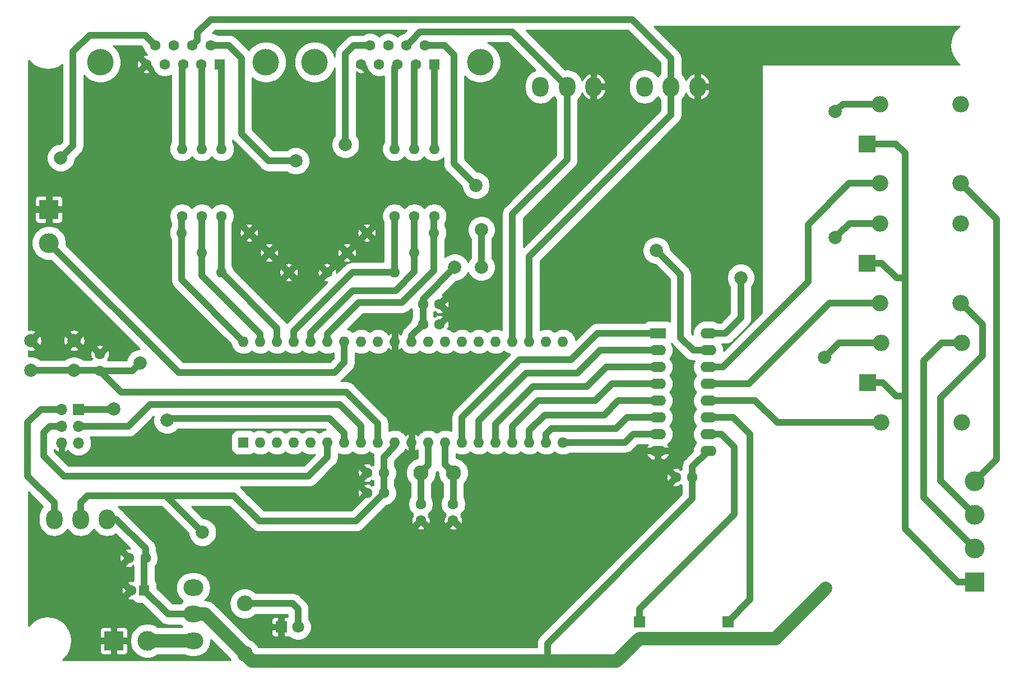
<source format=gbr>
G04 #@! TF.GenerationSoftware,KiCad,Pcbnew,(5.1.2)-2*
G04 #@! TF.CreationDate,2020-06-20T22:42:11+05:30*
G04 #@! TF.ProjectId,motor controller v-4,6d6f746f-7220-4636-9f6e-74726f6c6c65,rev?*
G04 #@! TF.SameCoordinates,Original*
G04 #@! TF.FileFunction,Copper,L2,Bot*
G04 #@! TF.FilePolarity,Positive*
%FSLAX46Y46*%
G04 Gerber Fmt 4.6, Leading zero omitted, Abs format (unit mm)*
G04 Created by KiCad (PCBNEW (5.1.2)-2) date 2020-06-20 22:42:11*
%MOMM*%
%LPD*%
G04 APERTURE LIST*
%ADD10C,1.600000*%
%ADD11O,2.500000X3.000000*%
%ADD12O,3.000000X2.500000*%
%ADD13R,1.600000X1.600000*%
%ADD14C,2.000000*%
%ADD15O,1.600000X1.600000*%
%ADD16C,2.300000*%
%ADD17O,2.400000X1.600000*%
%ADD18R,2.400000X1.600000*%
%ADD19C,2.400000*%
%ADD20O,2.400000X2.400000*%
%ADD21R,2.500000X2.500000*%
%ADD22O,2.500000X2.500000*%
%ADD23R,1.700000X1.700000*%
%ADD24O,1.700000X1.700000*%
%ADD25C,3.000000*%
%ADD26R,3.000000X3.000000*%
%ADD27C,4.000000*%
%ADD28R,1.800000X1.800000*%
%ADD29C,1.800000*%
%ADD30C,1.000000*%
%ADD31C,2.000000*%
%ADD32C,0.254000*%
G04 APERTURE END LIST*
D10*
X124920000Y-95280000D03*
X127420000Y-95280000D03*
X89210000Y-72160000D03*
X86710000Y-72160000D03*
X89220000Y-69120000D03*
X86720000Y-69120000D03*
X86360000Y-101830000D03*
X86360000Y-99330000D03*
X91260000Y-101830000D03*
X91260000Y-99330000D03*
X78290000Y-94610000D03*
X80790000Y-94610000D03*
X37900000Y-76700000D03*
X37900000Y-79200000D03*
X78290000Y-97670000D03*
X80790000Y-97670000D03*
X42290000Y-107480000D03*
X44790000Y-107480000D03*
D11*
X31000000Y-101600000D03*
X35000000Y-101600000D03*
X39000000Y-101600000D03*
X104470000Y-36240000D03*
X108470000Y-36240000D03*
X112470000Y-36240000D03*
X120190000Y-36240000D03*
X124190000Y-36240000D03*
X128190000Y-36240000D03*
D12*
X52000000Y-111990000D03*
X52000000Y-115990000D03*
X52000000Y-119990000D03*
D10*
X42600000Y-112400000D03*
D13*
X44600000Y-112400000D03*
D14*
X34000000Y-74600000D03*
X34000000Y-79100000D03*
X27500000Y-74600000D03*
X27500000Y-79100000D03*
D15*
X88380000Y-58340000D03*
D10*
X78220000Y-58340000D03*
D15*
X85380000Y-61340000D03*
D10*
X75220000Y-61340000D03*
D15*
X82380000Y-64340000D03*
D10*
X72220000Y-64340000D03*
D15*
X82400000Y-45640000D03*
D10*
X82400000Y-55800000D03*
D15*
X85400000Y-45640000D03*
D10*
X85400000Y-55800000D03*
D15*
X88400000Y-45640000D03*
D10*
X88400000Y-55800000D03*
D15*
X56280000Y-64340000D03*
D10*
X66440000Y-64340000D03*
D15*
X53320000Y-61340000D03*
D10*
X63480000Y-61340000D03*
D15*
X50280000Y-58340000D03*
D10*
X60440000Y-58340000D03*
D15*
X50300000Y-45640000D03*
D10*
X50300000Y-55800000D03*
D15*
X53300000Y-45640000D03*
D10*
X53300000Y-55800000D03*
D15*
X56300000Y-45640000D03*
D10*
X56300000Y-55800000D03*
D16*
X86400000Y-94600000D03*
X91300000Y-94600000D03*
D17*
X129800000Y-73520000D03*
X122180000Y-91300000D03*
X129800000Y-76060000D03*
X122180000Y-88760000D03*
X129800000Y-78600000D03*
X122180000Y-86220000D03*
X129800000Y-81140000D03*
X122180000Y-83680000D03*
X129800000Y-83680000D03*
X122180000Y-81140000D03*
X129800000Y-86220000D03*
X122180000Y-78600000D03*
X129800000Y-88760000D03*
X122180000Y-76060000D03*
X129800000Y-91300000D03*
D18*
X122180000Y-73520000D03*
D13*
X59600000Y-90000000D03*
D15*
X107860000Y-74760000D03*
X62140000Y-90000000D03*
X105320000Y-74760000D03*
X64680000Y-90000000D03*
X102780000Y-74760000D03*
X67220000Y-90000000D03*
X100240000Y-74760000D03*
X69760000Y-90000000D03*
X97700000Y-74760000D03*
X72300000Y-90000000D03*
X95160000Y-74760000D03*
X74840000Y-90000000D03*
X92620000Y-74760000D03*
X77380000Y-90000000D03*
X90080000Y-74760000D03*
X79920000Y-90000000D03*
X87540000Y-74760000D03*
X82460000Y-90000000D03*
X85000000Y-74760000D03*
X85000000Y-90000000D03*
X82460000Y-74760000D03*
X87540000Y-90000000D03*
X79920000Y-74760000D03*
X90080000Y-90000000D03*
X77380000Y-74760000D03*
X92620000Y-90000000D03*
X74840000Y-74760000D03*
X95160000Y-90000000D03*
X72300000Y-74760000D03*
X97700000Y-90000000D03*
X69760000Y-74760000D03*
X100240000Y-90000000D03*
X67220000Y-74760000D03*
X102780000Y-90000000D03*
X64680000Y-74760000D03*
X105320000Y-90000000D03*
X62140000Y-74760000D03*
X107860000Y-90000000D03*
X59600000Y-74760000D03*
D19*
X59800000Y-122000000D03*
D20*
X59800000Y-114380000D03*
D14*
X95520000Y-63540000D03*
X91520000Y-63540000D03*
D21*
X153765000Y-44879775D03*
D22*
X155765000Y-50879775D03*
X167965000Y-50879775D03*
X167965000Y-38879775D03*
X155765000Y-38879775D03*
D21*
X153765000Y-62929775D03*
D22*
X155765000Y-68929775D03*
X167965000Y-68929775D03*
X167965000Y-56929775D03*
X155765000Y-56929775D03*
D21*
X153900000Y-81000000D03*
D22*
X155900000Y-87000000D03*
X168100000Y-87000000D03*
X168100000Y-75000000D03*
X155900000Y-75000000D03*
D23*
X34670000Y-85020000D03*
D24*
X32130000Y-85020000D03*
X34670000Y-87560000D03*
X32130000Y-87560000D03*
X34670000Y-90100000D03*
X32130000Y-90100000D03*
D25*
X170050000Y-106020000D03*
X170050000Y-100940000D03*
D26*
X170050000Y-111100000D03*
D25*
X170050000Y-95860000D03*
D26*
X30200000Y-54800000D03*
D25*
X30200000Y-59880000D03*
D13*
X88390000Y-32850000D03*
D10*
X85620000Y-32850000D03*
X82850000Y-32850000D03*
X80080000Y-32850000D03*
X77310000Y-32850000D03*
X87005000Y-30010000D03*
X84235000Y-30010000D03*
X81465000Y-30010000D03*
X78695000Y-30010000D03*
D27*
X95350000Y-32550000D03*
X70350000Y-32550000D03*
D13*
X56000000Y-32850000D03*
D10*
X53230000Y-32850000D03*
X50460000Y-32850000D03*
X47690000Y-32850000D03*
X44920000Y-32850000D03*
X54615000Y-30010000D03*
X51845000Y-30010000D03*
X49075000Y-30010000D03*
X46305000Y-30010000D03*
D27*
X62960000Y-32550000D03*
X37960000Y-32550000D03*
D25*
X45080000Y-120000000D03*
D26*
X40000000Y-120000000D03*
D28*
X65300000Y-117900000D03*
D29*
X67840000Y-117900000D03*
D28*
X119400000Y-117100000D03*
D29*
X119400000Y-119640000D03*
D28*
X132800000Y-117100000D03*
D29*
X132800000Y-119640000D03*
D14*
X65000000Y-98000000D03*
X67000000Y-98000000D03*
X69000000Y-98000000D03*
X65000000Y-107000000D03*
X67000000Y-107000000D03*
X69000000Y-107000000D03*
X45000000Y-91000000D03*
X45000000Y-102000000D03*
X30000000Y-109000000D03*
X30000000Y-111000000D03*
X30000000Y-113000000D03*
X58000000Y-106000000D03*
X58000000Y-108000000D03*
X58000000Y-110000000D03*
X93000000Y-111000000D03*
X118000000Y-42000000D03*
X128000000Y-42000000D03*
X114000000Y-63000000D03*
X114000000Y-65000000D03*
X97000000Y-68000000D03*
X95000000Y-68000000D03*
X108000000Y-52000000D03*
X114000000Y-57000000D03*
X91000000Y-111000000D03*
X147540000Y-112080000D03*
X147390000Y-77130000D03*
X149000000Y-40000000D03*
X149000001Y-59080001D03*
X75000000Y-45000000D03*
X32000000Y-47000000D03*
X53410000Y-103620000D03*
X95530000Y-57880000D03*
X44000000Y-78000000D03*
X67480000Y-47480000D03*
X134720000Y-65110000D03*
X94720000Y-51190000D03*
X121960000Y-60990000D03*
X48070000Y-86670000D03*
X40000004Y-85000000D03*
D30*
X112470000Y-38490000D02*
X115980000Y-42000000D01*
X112470000Y-36240000D02*
X112470000Y-38490000D01*
X115980000Y-42000000D02*
X118000000Y-42000000D01*
X122180000Y-92540000D02*
X124920000Y-95280000D01*
X122180000Y-91300000D02*
X122180000Y-92540000D01*
D31*
X119400000Y-119640000D02*
X120672792Y-119640000D01*
D30*
X127700001Y-119539999D02*
X127600000Y-119640000D01*
D31*
X127600000Y-119640000D02*
X132800000Y-119640000D01*
X132800000Y-119640000D02*
X139980000Y-119640000D01*
X139980000Y-119640000D02*
X147540000Y-112080000D01*
D30*
X149520000Y-75000000D02*
X147390000Y-77130000D01*
X155900000Y-75000000D02*
X149520000Y-75000000D01*
D31*
X115970000Y-123070000D02*
X119400000Y-119640000D01*
X59800000Y-122000000D02*
X60870000Y-123070000D01*
D30*
X155765000Y-38879775D02*
X150120225Y-38879775D01*
X150120225Y-38879775D02*
X149499999Y-39500001D01*
X149500000Y-58580002D02*
X149000001Y-59080001D01*
X155765000Y-56929775D02*
X151150227Y-56929775D01*
X151150227Y-56929775D02*
X149500000Y-58580002D01*
X149499999Y-39500001D02*
X149000000Y-40000000D01*
D31*
X120672792Y-119640000D02*
X127600000Y-119640000D01*
X53790000Y-115990000D02*
X59800000Y-122000000D01*
X52000000Y-115990000D02*
X53790000Y-115990000D01*
D30*
X48190000Y-115990000D02*
X44600000Y-112400000D01*
X52000000Y-115990000D02*
X48190000Y-115990000D01*
X44600000Y-107670000D02*
X44790000Y-107480000D01*
X44600000Y-112400000D02*
X44600000Y-107670000D01*
X40330000Y-101600000D02*
X39000000Y-101600000D01*
X44790000Y-107480000D02*
X44790000Y-106060000D01*
X44790000Y-106060000D02*
X40330000Y-101600000D01*
X127420000Y-93680000D02*
X129800000Y-91300000D01*
X127420000Y-95280000D02*
X127420000Y-93680000D01*
D31*
X60870000Y-123070000D02*
X105520000Y-123070000D01*
X105520000Y-123070000D02*
X115970000Y-123070000D01*
D30*
X127420000Y-98500000D02*
X127420000Y-95280000D01*
X105520000Y-123070000D02*
X105520000Y-120400000D01*
X105520000Y-120400000D02*
X127420000Y-98500000D01*
X44745000Y-28450000D02*
X46305000Y-30010000D01*
X36360000Y-28450000D02*
X44745000Y-28450000D01*
X33860000Y-30950000D02*
X36360000Y-28450000D01*
X32000000Y-47000000D02*
X33860000Y-45140000D01*
X33860000Y-45140000D02*
X33860000Y-30950000D01*
X76280000Y-30010000D02*
X78695000Y-30010000D01*
X75000000Y-45000000D02*
X75000000Y-31290000D01*
X75000000Y-31290000D02*
X76280000Y-30010000D01*
X80790000Y-97670000D02*
X80790000Y-94610000D01*
X58150000Y-98050000D02*
X61980000Y-101880000D01*
X76580000Y-101880000D02*
X80790000Y-97670000D01*
X61980000Y-101880000D02*
X76580000Y-101880000D01*
X82460000Y-90530000D02*
X82460000Y-90000000D01*
X80790000Y-94610000D02*
X80790000Y-92200000D01*
X80790000Y-92200000D02*
X82460000Y-90530000D01*
X47840000Y-98050000D02*
X53410000Y-103620000D01*
X43760000Y-98050000D02*
X47840000Y-98050000D01*
X43760000Y-98050000D02*
X58150000Y-98050000D01*
X95530000Y-63530000D02*
X95520000Y-63540000D01*
X95530000Y-57880000D02*
X95530000Y-63530000D01*
X36050000Y-98050000D02*
X43760000Y-98050000D01*
X35000000Y-99100000D02*
X36050000Y-98050000D01*
X35000000Y-101600000D02*
X35000000Y-99100000D01*
X37800000Y-79100000D02*
X37900000Y-79200000D01*
X34000000Y-79100000D02*
X37800000Y-79100000D01*
X34000000Y-79100000D02*
X27500000Y-79100000D01*
X79920000Y-87160000D02*
X79920000Y-90000000D01*
X75150000Y-82390000D02*
X79920000Y-87160000D01*
X37900000Y-79200000D02*
X41090000Y-82390000D01*
X41090000Y-82390000D02*
X75150000Y-82390000D01*
X37900000Y-79200000D02*
X42800000Y-79200000D01*
X42800000Y-79200000D02*
X44000000Y-78000000D01*
X90080000Y-93380000D02*
X91300000Y-94600000D01*
X90080000Y-90000000D02*
X90080000Y-93380000D01*
X91300000Y-99290000D02*
X91260000Y-99330000D01*
X91300000Y-94600000D02*
X91300000Y-99290000D01*
X87540000Y-93460000D02*
X86400000Y-94600000D01*
X87540000Y-90000000D02*
X87540000Y-93460000D01*
X86400000Y-99290000D02*
X86360000Y-99330000D01*
X86400000Y-94600000D02*
X86400000Y-99290000D01*
X85000000Y-73870000D02*
X86710000Y-72160000D01*
X85000000Y-74760000D02*
X85000000Y-73870000D01*
X86710000Y-69130000D02*
X86720000Y-69120000D01*
X86710000Y-72160000D02*
X86710000Y-69130000D01*
X86720000Y-68340000D02*
X91520000Y-63540000D01*
X86720000Y-69120000D02*
X86720000Y-68340000D01*
X133590000Y-86220000D02*
X129800000Y-86220000D01*
X136120000Y-88750000D02*
X133590000Y-86220000D01*
X132800000Y-117100000D02*
X136120000Y-113780000D01*
X136120000Y-113780000D02*
X136120000Y-88750000D01*
X131770000Y-88760000D02*
X129800000Y-88760000D01*
X133760000Y-90750000D02*
X131770000Y-88760000D01*
X133760000Y-100840000D02*
X133760000Y-90750000D01*
X119400000Y-117100000D02*
X119400000Y-115200000D01*
X119400000Y-115200000D02*
X133760000Y-100840000D01*
X59800000Y-114380000D02*
X67020000Y-114380000D01*
X67840000Y-115200000D02*
X67840000Y-117900000D01*
X67020000Y-114380000D02*
X67840000Y-115200000D01*
D31*
X51990000Y-120000000D02*
X52000000Y-119990000D01*
X45080000Y-120000000D02*
X51990000Y-120000000D01*
D30*
X102780000Y-61900000D02*
X102780000Y-74760000D01*
X124190000Y-36240000D02*
X124190000Y-40490000D01*
X124190000Y-40490000D02*
X102780000Y-61900000D01*
X52644999Y-29210001D02*
X51845000Y-30010000D01*
X52644999Y-28105001D02*
X52644999Y-29210001D01*
X54620000Y-26130000D02*
X52644999Y-28105001D01*
X118330000Y-26130000D02*
X54620000Y-26130000D01*
X124190000Y-36240000D02*
X124190000Y-31990000D01*
X124190000Y-31990000D02*
X118330000Y-26130000D01*
X134720000Y-65110000D02*
X134720000Y-71190000D01*
X132390000Y-73520000D02*
X129800000Y-73520000D01*
X134720000Y-71190000D02*
X132390000Y-73520000D01*
X55746370Y-30010000D02*
X54615000Y-30010000D01*
X57380000Y-30010000D02*
X55746370Y-30010000D01*
X59290000Y-31920000D02*
X57380000Y-30010000D01*
X59290000Y-43400000D02*
X59290000Y-31920000D01*
X67480000Y-47480000D02*
X63370000Y-47480000D01*
X63370000Y-47480000D02*
X59290000Y-43400000D01*
X76030000Y-64340000D02*
X82380000Y-64340000D01*
X67220000Y-74760000D02*
X67220000Y-73150000D01*
X67220000Y-73150000D02*
X76030000Y-64340000D01*
X82380000Y-55820000D02*
X82400000Y-55800000D01*
X82380000Y-64340000D02*
X82380000Y-55820000D01*
X85380000Y-62471370D02*
X85380000Y-61340000D01*
X82550000Y-67070000D02*
X85380000Y-64240000D01*
X76110000Y-67070000D02*
X82550000Y-67070000D01*
X69760000Y-74760000D02*
X69760000Y-73420000D01*
X69760000Y-73420000D02*
X76110000Y-67070000D01*
X85380000Y-55820000D02*
X85400000Y-55800000D01*
X85380000Y-61340000D02*
X85380000Y-55820000D01*
X85380000Y-64240000D02*
X85380000Y-62471370D01*
X88380000Y-59471370D02*
X88380000Y-58340000D01*
X83520000Y-68910000D02*
X88380000Y-64050000D01*
X77020000Y-68910000D02*
X83520000Y-68910000D01*
X72300000Y-74760000D02*
X72300000Y-73630000D01*
X72300000Y-73630000D02*
X77020000Y-68910000D01*
X88380000Y-55820000D02*
X88400000Y-55800000D01*
X88380000Y-58340000D02*
X88380000Y-55820000D01*
X88380000Y-64050000D02*
X88380000Y-59471370D01*
X108470000Y-47270000D02*
X108470000Y-36240000D01*
X100240000Y-74760000D02*
X100240000Y-55500000D01*
X100240000Y-55500000D02*
X108470000Y-47270000D01*
X85034999Y-29210001D02*
X84235000Y-30010000D01*
X86245000Y-28000000D02*
X85034999Y-29210001D01*
X108470000Y-36240000D02*
X100230000Y-28000000D01*
X100230000Y-28000000D02*
X86245000Y-28000000D01*
X127520000Y-76060000D02*
X129800000Y-76060000D01*
X125630000Y-74170000D02*
X127520000Y-76060000D01*
X121960000Y-60990000D02*
X125630000Y-64660000D01*
X125630000Y-64660000D02*
X125630000Y-74170000D01*
X88136370Y-30010000D02*
X87005000Y-30010000D01*
X89940000Y-30010000D02*
X88136370Y-30010000D01*
X91400000Y-31470000D02*
X89940000Y-30010000D01*
X94720000Y-51190000D02*
X91400000Y-47870000D01*
X91400000Y-47870000D02*
X91400000Y-31470000D01*
X74840000Y-77970000D02*
X74840000Y-74760000D01*
X73320000Y-79490000D02*
X74840000Y-77970000D01*
X30200000Y-59880000D02*
X49810000Y-79490000D01*
X49810000Y-79490000D02*
X73320000Y-79490000D01*
X169214999Y-52129774D02*
X167965000Y-50879775D01*
X173370000Y-56284775D02*
X169214999Y-52129774D01*
X170050000Y-95860000D02*
X173370000Y-92540000D01*
X173370000Y-92540000D02*
X173370000Y-56284775D01*
X167550000Y-111100000D02*
X159510000Y-103060000D01*
X170050000Y-111100000D02*
X167550000Y-111100000D01*
X158119775Y-44879775D02*
X153765000Y-44879775D01*
X159510000Y-46270000D02*
X158119775Y-44879775D01*
X158275225Y-65190000D02*
X159510000Y-65190000D01*
X156015000Y-62929775D02*
X158275225Y-65190000D01*
X153765000Y-62929775D02*
X156015000Y-62929775D01*
X159510000Y-65190000D02*
X159510000Y-46270000D01*
X158180000Y-83030000D02*
X159510000Y-83030000D01*
X156150000Y-81000000D02*
X158180000Y-83030000D01*
X153900000Y-81000000D02*
X156150000Y-81000000D01*
X159510000Y-103060000D02*
X159510000Y-83030000D01*
X159510000Y-83030000D02*
X159510000Y-65190000D01*
X169214999Y-70179774D02*
X167965000Y-68929775D01*
X171220000Y-72184775D02*
X169214999Y-70179774D01*
X171220000Y-76940000D02*
X171220000Y-72184775D01*
X164870000Y-83290000D02*
X171220000Y-76940000D01*
X170050000Y-100940000D02*
X164870000Y-95760000D01*
X164870000Y-95760000D02*
X164870000Y-83290000D01*
X165040000Y-75000000D02*
X168100000Y-75000000D01*
X162330000Y-77710000D02*
X165040000Y-75000000D01*
X170050000Y-106020000D02*
X162330000Y-98300000D01*
X162330000Y-98300000D02*
X162330000Y-77710000D01*
X72300000Y-92230000D02*
X72300000Y-90000000D01*
X30340000Y-87560000D02*
X29400000Y-88500000D01*
X32130000Y-87560000D02*
X30340000Y-87560000D01*
X29400000Y-88500000D02*
X29400000Y-92060000D01*
X29400000Y-92060000D02*
X32450000Y-95110000D01*
X32450000Y-95110000D02*
X69420000Y-95110000D01*
X69420000Y-95110000D02*
X72300000Y-92230000D01*
X42240000Y-87560000D02*
X34670000Y-87560000D01*
X45520000Y-84280000D02*
X42240000Y-87560000D01*
X74120000Y-84280000D02*
X45520000Y-84280000D01*
X77380000Y-90000000D02*
X77380000Y-87540000D01*
X77380000Y-87540000D02*
X74120000Y-84280000D01*
X32130000Y-85020000D02*
X28980000Y-85020000D01*
X28980000Y-85020000D02*
X27000000Y-87000000D01*
X31000000Y-99100000D02*
X31000000Y-101600000D01*
X27000000Y-95100000D02*
X31000000Y-99100000D01*
X27000000Y-87000000D02*
X27000000Y-95100000D01*
X74840000Y-88630000D02*
X74840000Y-90000000D01*
X72630000Y-86420000D02*
X74840000Y-88630000D01*
X48070000Y-86670000D02*
X48320000Y-86420000D01*
X48320000Y-86420000D02*
X72630000Y-86420000D01*
X34670000Y-85020000D02*
X39980004Y-85020000D01*
X39980004Y-85020000D02*
X40000004Y-85000000D01*
X140210000Y-87000000D02*
X155900000Y-87000000D01*
X129800000Y-83680000D02*
X136890000Y-83680000D01*
X136890000Y-83680000D02*
X140210000Y-87000000D01*
X135943998Y-81140000D02*
X148154223Y-68929775D01*
X129800000Y-81140000D02*
X135943998Y-81140000D01*
X153997234Y-68929775D02*
X155765000Y-68929775D01*
X148154223Y-68929775D02*
X153997234Y-68929775D01*
X151100225Y-50879775D02*
X155765000Y-50879775D01*
X144870000Y-57110000D02*
X151100225Y-50879775D01*
X144870000Y-65730000D02*
X144870000Y-57110000D01*
X129800000Y-78600000D02*
X132000000Y-78600000D01*
X132000000Y-78600000D02*
X144870000Y-65730000D01*
X50280000Y-65440000D02*
X50280000Y-58340000D01*
X59600000Y-74760000D02*
X50280000Y-65440000D01*
X50280000Y-55820000D02*
X50300000Y-55800000D01*
X50280000Y-58340000D02*
X50280000Y-55820000D01*
X53320000Y-62471370D02*
X53320000Y-61340000D01*
X62140000Y-73628630D02*
X53320000Y-64808630D01*
X62140000Y-74760000D02*
X62140000Y-73628630D01*
X53320000Y-55820000D02*
X53300000Y-55800000D01*
X53320000Y-61340000D02*
X53320000Y-55820000D01*
X53320000Y-64808630D02*
X53320000Y-62471370D01*
X64680000Y-72740000D02*
X56280000Y-64340000D01*
X64680000Y-74760000D02*
X64680000Y-72740000D01*
X56280000Y-55820000D02*
X56300000Y-55800000D01*
X56280000Y-64340000D02*
X56280000Y-55820000D01*
X107860000Y-90000000D02*
X117250000Y-90000000D01*
X118490000Y-88760000D02*
X122180000Y-88760000D01*
X117250000Y-90000000D02*
X118490000Y-88760000D01*
X117550000Y-86220000D02*
X122180000Y-86220000D01*
X115850000Y-87920000D02*
X117550000Y-86220000D01*
X106130000Y-87920000D02*
X115850000Y-87920000D01*
X105320000Y-90000000D02*
X105320000Y-88730000D01*
X105320000Y-88730000D02*
X106130000Y-87920000D01*
X116230000Y-83680000D02*
X122180000Y-83680000D01*
X114060000Y-85850000D02*
X116230000Y-83680000D01*
X105090000Y-85850000D02*
X114060000Y-85850000D01*
X102780000Y-90000000D02*
X102780000Y-88160000D01*
X102780000Y-88160000D02*
X105090000Y-85850000D01*
X115260000Y-81140000D02*
X122180000Y-81140000D01*
X112690000Y-83710000D02*
X115260000Y-81140000D01*
X104130000Y-83710000D02*
X112690000Y-83710000D01*
X100240000Y-90000000D02*
X100240000Y-87600000D01*
X100240000Y-87600000D02*
X104130000Y-83710000D01*
X114440000Y-78600000D02*
X122180000Y-78600000D01*
X111470000Y-81570000D02*
X114440000Y-78600000D01*
X103340000Y-81570000D02*
X111470000Y-81570000D01*
X97700000Y-90000000D02*
X97700000Y-87210000D01*
X97700000Y-87210000D02*
X103340000Y-81570000D01*
X113470000Y-76060000D02*
X122180000Y-76060000D01*
X110020000Y-79510000D02*
X113470000Y-76060000D01*
X102350000Y-79510000D02*
X110020000Y-79510000D01*
X95160000Y-90000000D02*
X95160000Y-86700000D01*
X95160000Y-86700000D02*
X102350000Y-79510000D01*
X113100000Y-73520000D02*
X122180000Y-73520000D01*
X109110000Y-77510000D02*
X113100000Y-73520000D01*
X101310000Y-77510000D02*
X109110000Y-77510000D01*
X92620000Y-90000000D02*
X92620000Y-86200000D01*
X92620000Y-86200000D02*
X101310000Y-77510000D01*
X50300000Y-33010000D02*
X50460000Y-32850000D01*
X50300000Y-45640000D02*
X50300000Y-33010000D01*
X53300000Y-32920000D02*
X53230000Y-32850000D01*
X53300000Y-45640000D02*
X53300000Y-32920000D01*
X56300000Y-33150000D02*
X56000000Y-32850000D01*
X56300000Y-45640000D02*
X56300000Y-33150000D01*
X82400000Y-33300000D02*
X82850000Y-32850000D01*
X82400000Y-45640000D02*
X82400000Y-33300000D01*
X85400000Y-33070000D02*
X85620000Y-32850000D01*
X85400000Y-45640000D02*
X85400000Y-33070000D01*
X88400000Y-32860000D02*
X88390000Y-32850000D01*
X88400000Y-45640000D02*
X88400000Y-32860000D01*
D32*
G36*
X29288120Y-99689046D02*
G01*
X29014034Y-100023020D01*
X28793313Y-100435960D01*
X28657393Y-100884027D01*
X28623000Y-101233228D01*
X28623000Y-101966771D01*
X28657393Y-102315972D01*
X28793313Y-102764039D01*
X29014034Y-103176979D01*
X29311075Y-103538925D01*
X29673020Y-103835966D01*
X30085960Y-104056687D01*
X30534027Y-104192607D01*
X31000000Y-104238501D01*
X31465972Y-104192607D01*
X31914039Y-104056687D01*
X32326979Y-103835966D01*
X32688925Y-103538925D01*
X32985966Y-103176980D01*
X33000000Y-103150724D01*
X33014034Y-103176979D01*
X33311075Y-103538925D01*
X33673020Y-103835966D01*
X34085960Y-104056687D01*
X34534027Y-104192607D01*
X35000000Y-104238501D01*
X35465972Y-104192607D01*
X35914039Y-104056687D01*
X36326979Y-103835966D01*
X36688925Y-103538925D01*
X36985966Y-103176980D01*
X37000000Y-103150724D01*
X37014034Y-103176979D01*
X37311075Y-103538925D01*
X37673020Y-103835966D01*
X38085960Y-104056687D01*
X38534027Y-104192607D01*
X39000000Y-104238501D01*
X39465972Y-104192607D01*
X39914039Y-104056687D01*
X40286616Y-103857541D01*
X42484380Y-106055305D01*
X42252463Y-106038546D01*
X41971970Y-106073566D01*
X41773059Y-106133906D01*
X41685576Y-106348074D01*
X42290000Y-106952498D01*
X42304142Y-106938356D01*
X42831644Y-107465858D01*
X42817502Y-107480000D01*
X42831644Y-107494142D01*
X42304142Y-108021644D01*
X42290000Y-108007502D01*
X41685576Y-108611926D01*
X41773059Y-108826094D01*
X42045602Y-108901080D01*
X42327537Y-108921454D01*
X42608030Y-108886434D01*
X42806941Y-108826094D01*
X42894423Y-108611928D01*
X42973001Y-108690506D01*
X42973000Y-110831202D01*
X42858400Y-110970843D01*
X42852841Y-110981243D01*
X42844398Y-110978920D01*
X42562463Y-110958546D01*
X42281970Y-110993566D01*
X42083059Y-111053906D01*
X41995576Y-111268074D01*
X42600000Y-111872498D01*
X42614142Y-111858356D01*
X42667547Y-111911761D01*
X42667547Y-112888239D01*
X42614142Y-112941644D01*
X42600000Y-112927502D01*
X41995576Y-113531926D01*
X42083059Y-113746094D01*
X42355602Y-113821080D01*
X42637537Y-113841454D01*
X42850745Y-113814835D01*
X42858400Y-113829157D01*
X42999235Y-114000765D01*
X43170843Y-114141600D01*
X43366629Y-114246250D01*
X43579069Y-114310693D01*
X43800000Y-114332453D01*
X44231528Y-114332453D01*
X46983025Y-117083951D01*
X47033971Y-117146029D01*
X47096049Y-117196975D01*
X47096052Y-117196978D01*
X47242276Y-117316980D01*
X47281714Y-117349346D01*
X47564362Y-117500425D01*
X47871052Y-117593458D01*
X48190000Y-117624872D01*
X48269925Y-117617000D01*
X50010254Y-117617000D01*
X50061075Y-117678925D01*
X50297556Y-117873000D01*
X46625194Y-117873000D01*
X46324351Y-117671983D01*
X45846268Y-117473954D01*
X45338737Y-117373000D01*
X44821263Y-117373000D01*
X44313732Y-117473954D01*
X43835649Y-117671983D01*
X43405385Y-117959476D01*
X43039476Y-118325385D01*
X42751983Y-118755649D01*
X42553954Y-119233732D01*
X42453000Y-119741263D01*
X42453000Y-120258737D01*
X42553954Y-120766268D01*
X42751983Y-121244351D01*
X43039476Y-121674615D01*
X43405385Y-122040524D01*
X43835649Y-122328017D01*
X44313732Y-122526046D01*
X44821263Y-122627000D01*
X45338737Y-122627000D01*
X45846268Y-122526046D01*
X46324351Y-122328017D01*
X46625194Y-122127000D01*
X50705585Y-122127000D01*
X50835960Y-122196687D01*
X51284027Y-122332607D01*
X51633228Y-122367000D01*
X52366772Y-122367000D01*
X52715973Y-122332607D01*
X53164040Y-122196687D01*
X53576980Y-121975966D01*
X53938925Y-121678925D01*
X54235966Y-121316980D01*
X54456687Y-120904040D01*
X54592607Y-120455973D01*
X54638501Y-119990000D01*
X54622827Y-119830858D01*
X57627265Y-122835297D01*
X57642882Y-122873000D01*
X32260333Y-122873000D01*
X32605544Y-122587417D01*
X33058487Y-122032054D01*
X33341384Y-121500000D01*
X37861928Y-121500000D01*
X37874188Y-121624482D01*
X37910498Y-121744180D01*
X37969463Y-121854494D01*
X38048815Y-121951185D01*
X38145506Y-122030537D01*
X38255820Y-122089502D01*
X38375518Y-122125812D01*
X38500000Y-122138072D01*
X39468250Y-122135000D01*
X39627000Y-121976250D01*
X39627000Y-120373000D01*
X40373000Y-120373000D01*
X40373000Y-121976250D01*
X40531750Y-122135000D01*
X41500000Y-122138072D01*
X41624482Y-122125812D01*
X41744180Y-122089502D01*
X41854494Y-122030537D01*
X41951185Y-121951185D01*
X42030537Y-121854494D01*
X42089502Y-121744180D01*
X42125812Y-121624482D01*
X42138072Y-121500000D01*
X42135000Y-120531750D01*
X41976250Y-120373000D01*
X40373000Y-120373000D01*
X39627000Y-120373000D01*
X38023750Y-120373000D01*
X37865000Y-120531750D01*
X37861928Y-121500000D01*
X33341384Y-121500000D01*
X33394933Y-121399290D01*
X33602067Y-120713229D01*
X33672000Y-120000000D01*
X33670568Y-119897472D01*
X33580748Y-119186474D01*
X33354539Y-118506463D01*
X33350868Y-118500000D01*
X37861928Y-118500000D01*
X37865000Y-119468250D01*
X38023750Y-119627000D01*
X39627000Y-119627000D01*
X39627000Y-118023750D01*
X40373000Y-118023750D01*
X40373000Y-119627000D01*
X41976250Y-119627000D01*
X42135000Y-119468250D01*
X42138072Y-118500000D01*
X42125812Y-118375518D01*
X42089502Y-118255820D01*
X42030537Y-118145506D01*
X41951185Y-118048815D01*
X41854494Y-117969463D01*
X41744180Y-117910498D01*
X41624482Y-117874188D01*
X41500000Y-117861928D01*
X40531750Y-117865000D01*
X40373000Y-118023750D01*
X39627000Y-118023750D01*
X39468250Y-117865000D01*
X38500000Y-117861928D01*
X38375518Y-117874188D01*
X38255820Y-117910498D01*
X38145506Y-117969463D01*
X38048815Y-118048815D01*
X37969463Y-118145506D01*
X37910498Y-118255820D01*
X37874188Y-118375518D01*
X37861928Y-118500000D01*
X33350868Y-118500000D01*
X33000556Y-117883341D01*
X32532283Y-117340841D01*
X31967556Y-116899628D01*
X31327885Y-116576507D01*
X30637636Y-116383786D01*
X29923099Y-116328805D01*
X29211492Y-116413659D01*
X28529918Y-116635116D01*
X27904340Y-116984740D01*
X27358584Y-117449214D01*
X27127000Y-117741400D01*
X27127000Y-112437537D01*
X41158546Y-112437537D01*
X41193566Y-112718030D01*
X41253906Y-112916941D01*
X41468074Y-113004424D01*
X42072498Y-112400000D01*
X41468074Y-111795576D01*
X41253906Y-111883059D01*
X41178920Y-112155602D01*
X41158546Y-112437537D01*
X27127000Y-112437537D01*
X27127000Y-107517537D01*
X40848546Y-107517537D01*
X40883566Y-107798030D01*
X40943906Y-107996941D01*
X41158074Y-108084424D01*
X41762498Y-107480000D01*
X41158074Y-106875576D01*
X40943906Y-106963059D01*
X40868920Y-107235602D01*
X40848546Y-107517537D01*
X27127000Y-107517537D01*
X27127000Y-97527925D01*
X29288120Y-99689046D01*
X29288120Y-99689046D01*
G37*
X29288120Y-99689046D02*
X29014034Y-100023020D01*
X28793313Y-100435960D01*
X28657393Y-100884027D01*
X28623000Y-101233228D01*
X28623000Y-101966771D01*
X28657393Y-102315972D01*
X28793313Y-102764039D01*
X29014034Y-103176979D01*
X29311075Y-103538925D01*
X29673020Y-103835966D01*
X30085960Y-104056687D01*
X30534027Y-104192607D01*
X31000000Y-104238501D01*
X31465972Y-104192607D01*
X31914039Y-104056687D01*
X32326979Y-103835966D01*
X32688925Y-103538925D01*
X32985966Y-103176980D01*
X33000000Y-103150724D01*
X33014034Y-103176979D01*
X33311075Y-103538925D01*
X33673020Y-103835966D01*
X34085960Y-104056687D01*
X34534027Y-104192607D01*
X35000000Y-104238501D01*
X35465972Y-104192607D01*
X35914039Y-104056687D01*
X36326979Y-103835966D01*
X36688925Y-103538925D01*
X36985966Y-103176980D01*
X37000000Y-103150724D01*
X37014034Y-103176979D01*
X37311075Y-103538925D01*
X37673020Y-103835966D01*
X38085960Y-104056687D01*
X38534027Y-104192607D01*
X39000000Y-104238501D01*
X39465972Y-104192607D01*
X39914039Y-104056687D01*
X40286616Y-103857541D01*
X42484380Y-106055305D01*
X42252463Y-106038546D01*
X41971970Y-106073566D01*
X41773059Y-106133906D01*
X41685576Y-106348074D01*
X42290000Y-106952498D01*
X42304142Y-106938356D01*
X42831644Y-107465858D01*
X42817502Y-107480000D01*
X42831644Y-107494142D01*
X42304142Y-108021644D01*
X42290000Y-108007502D01*
X41685576Y-108611926D01*
X41773059Y-108826094D01*
X42045602Y-108901080D01*
X42327537Y-108921454D01*
X42608030Y-108886434D01*
X42806941Y-108826094D01*
X42894423Y-108611928D01*
X42973001Y-108690506D01*
X42973000Y-110831202D01*
X42858400Y-110970843D01*
X42852841Y-110981243D01*
X42844398Y-110978920D01*
X42562463Y-110958546D01*
X42281970Y-110993566D01*
X42083059Y-111053906D01*
X41995576Y-111268074D01*
X42600000Y-111872498D01*
X42614142Y-111858356D01*
X42667547Y-111911761D01*
X42667547Y-112888239D01*
X42614142Y-112941644D01*
X42600000Y-112927502D01*
X41995576Y-113531926D01*
X42083059Y-113746094D01*
X42355602Y-113821080D01*
X42637537Y-113841454D01*
X42850745Y-113814835D01*
X42858400Y-113829157D01*
X42999235Y-114000765D01*
X43170843Y-114141600D01*
X43366629Y-114246250D01*
X43579069Y-114310693D01*
X43800000Y-114332453D01*
X44231528Y-114332453D01*
X46983025Y-117083951D01*
X47033971Y-117146029D01*
X47096049Y-117196975D01*
X47096052Y-117196978D01*
X47242276Y-117316980D01*
X47281714Y-117349346D01*
X47564362Y-117500425D01*
X47871052Y-117593458D01*
X48190000Y-117624872D01*
X48269925Y-117617000D01*
X50010254Y-117617000D01*
X50061075Y-117678925D01*
X50297556Y-117873000D01*
X46625194Y-117873000D01*
X46324351Y-117671983D01*
X45846268Y-117473954D01*
X45338737Y-117373000D01*
X44821263Y-117373000D01*
X44313732Y-117473954D01*
X43835649Y-117671983D01*
X43405385Y-117959476D01*
X43039476Y-118325385D01*
X42751983Y-118755649D01*
X42553954Y-119233732D01*
X42453000Y-119741263D01*
X42453000Y-120258737D01*
X42553954Y-120766268D01*
X42751983Y-121244351D01*
X43039476Y-121674615D01*
X43405385Y-122040524D01*
X43835649Y-122328017D01*
X44313732Y-122526046D01*
X44821263Y-122627000D01*
X45338737Y-122627000D01*
X45846268Y-122526046D01*
X46324351Y-122328017D01*
X46625194Y-122127000D01*
X50705585Y-122127000D01*
X50835960Y-122196687D01*
X51284027Y-122332607D01*
X51633228Y-122367000D01*
X52366772Y-122367000D01*
X52715973Y-122332607D01*
X53164040Y-122196687D01*
X53576980Y-121975966D01*
X53938925Y-121678925D01*
X54235966Y-121316980D01*
X54456687Y-120904040D01*
X54592607Y-120455973D01*
X54638501Y-119990000D01*
X54622827Y-119830858D01*
X57627265Y-122835297D01*
X57642882Y-122873000D01*
X32260333Y-122873000D01*
X32605544Y-122587417D01*
X33058487Y-122032054D01*
X33341384Y-121500000D01*
X37861928Y-121500000D01*
X37874188Y-121624482D01*
X37910498Y-121744180D01*
X37969463Y-121854494D01*
X38048815Y-121951185D01*
X38145506Y-122030537D01*
X38255820Y-122089502D01*
X38375518Y-122125812D01*
X38500000Y-122138072D01*
X39468250Y-122135000D01*
X39627000Y-121976250D01*
X39627000Y-120373000D01*
X40373000Y-120373000D01*
X40373000Y-121976250D01*
X40531750Y-122135000D01*
X41500000Y-122138072D01*
X41624482Y-122125812D01*
X41744180Y-122089502D01*
X41854494Y-122030537D01*
X41951185Y-121951185D01*
X42030537Y-121854494D01*
X42089502Y-121744180D01*
X42125812Y-121624482D01*
X42138072Y-121500000D01*
X42135000Y-120531750D01*
X41976250Y-120373000D01*
X40373000Y-120373000D01*
X39627000Y-120373000D01*
X38023750Y-120373000D01*
X37865000Y-120531750D01*
X37861928Y-121500000D01*
X33341384Y-121500000D01*
X33394933Y-121399290D01*
X33602067Y-120713229D01*
X33672000Y-120000000D01*
X33670568Y-119897472D01*
X33580748Y-119186474D01*
X33354539Y-118506463D01*
X33350868Y-118500000D01*
X37861928Y-118500000D01*
X37865000Y-119468250D01*
X38023750Y-119627000D01*
X39627000Y-119627000D01*
X39627000Y-118023750D01*
X40373000Y-118023750D01*
X40373000Y-119627000D01*
X41976250Y-119627000D01*
X42135000Y-119468250D01*
X42138072Y-118500000D01*
X42125812Y-118375518D01*
X42089502Y-118255820D01*
X42030537Y-118145506D01*
X41951185Y-118048815D01*
X41854494Y-117969463D01*
X41744180Y-117910498D01*
X41624482Y-117874188D01*
X41500000Y-117861928D01*
X40531750Y-117865000D01*
X40373000Y-118023750D01*
X39627000Y-118023750D01*
X39468250Y-117865000D01*
X38500000Y-117861928D01*
X38375518Y-117874188D01*
X38255820Y-117910498D01*
X38145506Y-117969463D01*
X38048815Y-118048815D01*
X37969463Y-118145506D01*
X37910498Y-118255820D01*
X37874188Y-118375518D01*
X37861928Y-118500000D01*
X33350868Y-118500000D01*
X33000556Y-117883341D01*
X32532283Y-117340841D01*
X31967556Y-116899628D01*
X31327885Y-116576507D01*
X30637636Y-116383786D01*
X29923099Y-116328805D01*
X29211492Y-116413659D01*
X28529918Y-116635116D01*
X27904340Y-116984740D01*
X27358584Y-117449214D01*
X27127000Y-117741400D01*
X27127000Y-112437537D01*
X41158546Y-112437537D01*
X41193566Y-112718030D01*
X41253906Y-112916941D01*
X41468074Y-113004424D01*
X42072498Y-112400000D01*
X41468074Y-111795576D01*
X41253906Y-111883059D01*
X41178920Y-112155602D01*
X41158546Y-112437537D01*
X27127000Y-112437537D01*
X27127000Y-107517537D01*
X40848546Y-107517537D01*
X40883566Y-107798030D01*
X40943906Y-107996941D01*
X41158074Y-108084424D01*
X41762498Y-107480000D01*
X41158074Y-106875576D01*
X40943906Y-106963059D01*
X40868920Y-107235602D01*
X40848546Y-107517537D01*
X27127000Y-107517537D01*
X27127000Y-97527925D01*
X29288120Y-99689046D01*
G36*
X85012315Y-70032777D02*
G01*
X85083001Y-70138566D01*
X85083000Y-71126469D01*
X85002315Y-71247223D01*
X84857053Y-71597915D01*
X84828720Y-71740354D01*
X83906050Y-72663025D01*
X83843972Y-72713971D01*
X83793025Y-72776050D01*
X83793022Y-72776053D01*
X83764823Y-72810414D01*
X83640654Y-72961714D01*
X83489575Y-73244362D01*
X83396542Y-73551052D01*
X83384826Y-73670009D01*
X83224351Y-73545490D01*
X83045175Y-73449735D01*
X82833000Y-73539473D01*
X82833000Y-74387000D01*
X82853000Y-74387000D01*
X82853000Y-75133000D01*
X82833000Y-75133000D01*
X82833000Y-75980527D01*
X83045175Y-76070265D01*
X83224351Y-75974510D01*
X83395125Y-75842000D01*
X83630813Y-76129187D01*
X83924237Y-76369994D01*
X84259001Y-76548929D01*
X84622242Y-76659117D01*
X84905342Y-76687000D01*
X85094658Y-76687000D01*
X85377758Y-76659117D01*
X85740999Y-76548929D01*
X86075763Y-76369994D01*
X86270000Y-76210588D01*
X86464237Y-76369994D01*
X86799001Y-76548929D01*
X87162242Y-76659117D01*
X87445342Y-76687000D01*
X87634658Y-76687000D01*
X87917758Y-76659117D01*
X88280999Y-76548929D01*
X88615763Y-76369994D01*
X88810000Y-76210588D01*
X89004237Y-76369994D01*
X89339001Y-76548929D01*
X89702242Y-76659117D01*
X89985342Y-76687000D01*
X90174658Y-76687000D01*
X90457758Y-76659117D01*
X90820999Y-76548929D01*
X91155763Y-76369994D01*
X91350000Y-76210588D01*
X91544237Y-76369994D01*
X91879001Y-76548929D01*
X92242242Y-76659117D01*
X92525342Y-76687000D01*
X92714658Y-76687000D01*
X92997758Y-76659117D01*
X93360999Y-76548929D01*
X93695763Y-76369994D01*
X93890000Y-76210588D01*
X94084237Y-76369994D01*
X94419001Y-76548929D01*
X94782242Y-76659117D01*
X95065342Y-76687000D01*
X95254658Y-76687000D01*
X95537758Y-76659117D01*
X95900999Y-76548929D01*
X96235763Y-76369994D01*
X96430000Y-76210588D01*
X96624237Y-76369994D01*
X96959001Y-76548929D01*
X97322242Y-76659117D01*
X97605342Y-76687000D01*
X97794658Y-76687000D01*
X98077758Y-76659117D01*
X98440999Y-76548929D01*
X98775763Y-76369994D01*
X98970000Y-76210588D01*
X99164237Y-76369994D01*
X99499001Y-76548929D01*
X99860489Y-76658585D01*
X91526050Y-84993025D01*
X91463972Y-85043971D01*
X91413026Y-85106049D01*
X91413022Y-85106053D01*
X91260654Y-85291715D01*
X91216700Y-85373947D01*
X91109576Y-85574362D01*
X91016543Y-85881052D01*
X90993397Y-86116053D01*
X90985129Y-86200000D01*
X90993001Y-86279924D01*
X90993000Y-88303008D01*
X90820999Y-88211071D01*
X90457758Y-88100883D01*
X90174658Y-88073000D01*
X89985342Y-88073000D01*
X89702242Y-88100883D01*
X89339001Y-88211071D01*
X89004237Y-88390006D01*
X88810000Y-88549412D01*
X88615763Y-88390006D01*
X88280999Y-88211071D01*
X87917758Y-88100883D01*
X87634658Y-88073000D01*
X87445342Y-88073000D01*
X87162242Y-88100883D01*
X86799001Y-88211071D01*
X86464237Y-88390006D01*
X86170813Y-88630813D01*
X85935125Y-88918000D01*
X85764351Y-88785490D01*
X85585175Y-88689735D01*
X85373000Y-88779473D01*
X85373000Y-89627000D01*
X85393000Y-89627000D01*
X85393000Y-90373000D01*
X85373000Y-90373000D01*
X85373000Y-91220527D01*
X85585175Y-91310265D01*
X85764351Y-91214510D01*
X85913000Y-91099167D01*
X85913001Y-92375261D01*
X85735824Y-92410504D01*
X85321436Y-92582149D01*
X84948497Y-92831339D01*
X84631339Y-93148497D01*
X84382149Y-93521436D01*
X84210504Y-93935824D01*
X84123000Y-94375735D01*
X84123000Y-94824265D01*
X84210504Y-95264176D01*
X84382149Y-95678564D01*
X84631339Y-96051503D01*
X84773000Y-96193164D01*
X84773001Y-98236604D01*
X84652315Y-98417223D01*
X84507053Y-98767915D01*
X84433000Y-99140207D01*
X84433000Y-99519793D01*
X84507053Y-99892085D01*
X84652315Y-100242777D01*
X84863201Y-100558391D01*
X85131609Y-100826799D01*
X85247451Y-100904202D01*
X85077074Y-101074579D01*
X85228072Y-101225577D01*
X85013906Y-101313059D01*
X84938920Y-101585602D01*
X84918546Y-101867537D01*
X84953566Y-102148030D01*
X85013906Y-102346941D01*
X85228074Y-102434424D01*
X85832498Y-101830000D01*
X85818356Y-101815858D01*
X86345858Y-101288356D01*
X86360000Y-101302498D01*
X86374142Y-101288356D01*
X86901644Y-101815858D01*
X86887502Y-101830000D01*
X87491926Y-102434424D01*
X87706094Y-102346941D01*
X87781080Y-102074398D01*
X87801454Y-101792463D01*
X87766434Y-101511970D01*
X87706094Y-101313059D01*
X87491928Y-101225577D01*
X87642926Y-101074579D01*
X87472549Y-100904202D01*
X87588391Y-100826799D01*
X87856799Y-100558391D01*
X88067685Y-100242777D01*
X88212947Y-99892085D01*
X88287000Y-99519793D01*
X88287000Y-99140207D01*
X88212947Y-98767915D01*
X88067685Y-98417223D01*
X88027000Y-98356333D01*
X88027000Y-96193164D01*
X88168661Y-96051503D01*
X88417851Y-95678564D01*
X88589496Y-95264176D01*
X88677000Y-94824265D01*
X88677000Y-94631646D01*
X88696029Y-94616029D01*
X88842827Y-94437154D01*
X88873022Y-94473947D01*
X88873026Y-94473951D01*
X88923972Y-94536029D01*
X88986050Y-94586975D01*
X89023000Y-94623925D01*
X89023000Y-94824265D01*
X89110504Y-95264176D01*
X89282149Y-95678564D01*
X89531339Y-96051503D01*
X89673000Y-96193164D01*
X89673001Y-98236604D01*
X89552315Y-98417223D01*
X89407053Y-98767915D01*
X89333000Y-99140207D01*
X89333000Y-99519793D01*
X89407053Y-99892085D01*
X89552315Y-100242777D01*
X89763201Y-100558391D01*
X90031609Y-100826799D01*
X90147451Y-100904202D01*
X89977074Y-101074579D01*
X90128072Y-101225577D01*
X89913906Y-101313059D01*
X89838920Y-101585602D01*
X89818546Y-101867537D01*
X89853566Y-102148030D01*
X89913906Y-102346941D01*
X90128074Y-102434424D01*
X90732498Y-101830000D01*
X90718356Y-101815858D01*
X91245858Y-101288356D01*
X91260000Y-101302498D01*
X91274142Y-101288356D01*
X91801644Y-101815858D01*
X91787502Y-101830000D01*
X92391926Y-102434424D01*
X92606094Y-102346941D01*
X92681080Y-102074398D01*
X92701454Y-101792463D01*
X92666434Y-101511970D01*
X92606094Y-101313059D01*
X92391928Y-101225577D01*
X92542926Y-101074579D01*
X92372549Y-100904202D01*
X92488391Y-100826799D01*
X92756799Y-100558391D01*
X92967685Y-100242777D01*
X93112947Y-99892085D01*
X93187000Y-99519793D01*
X93187000Y-99140207D01*
X93112947Y-98767915D01*
X92967685Y-98417223D01*
X92927000Y-98356333D01*
X92927000Y-96193164D01*
X93068661Y-96051503D01*
X93317851Y-95678564D01*
X93467393Y-95317537D01*
X123478546Y-95317537D01*
X123513566Y-95598030D01*
X123573906Y-95796941D01*
X123788074Y-95884424D01*
X124392498Y-95280000D01*
X123788074Y-94675576D01*
X123573906Y-94763059D01*
X123498920Y-95035602D01*
X123478546Y-95317537D01*
X93467393Y-95317537D01*
X93489496Y-95264176D01*
X93577000Y-94824265D01*
X93577000Y-94375735D01*
X93489496Y-93935824D01*
X93317851Y-93521436D01*
X93068661Y-93148497D01*
X92751503Y-92831339D01*
X92378564Y-92582149D01*
X91964176Y-92410504D01*
X91707000Y-92359348D01*
X91707000Y-91696993D01*
X91879001Y-91788929D01*
X92242242Y-91899117D01*
X92525342Y-91927000D01*
X92714658Y-91927000D01*
X92997758Y-91899117D01*
X93360999Y-91788929D01*
X93695763Y-91609994D01*
X93890000Y-91450588D01*
X94084237Y-91609994D01*
X94419001Y-91788929D01*
X94782242Y-91899117D01*
X95065342Y-91927000D01*
X95254658Y-91927000D01*
X95537758Y-91899117D01*
X95900999Y-91788929D01*
X96235763Y-91609994D01*
X96430000Y-91450588D01*
X96624237Y-91609994D01*
X96959001Y-91788929D01*
X97322242Y-91899117D01*
X97605342Y-91927000D01*
X97794658Y-91927000D01*
X98077758Y-91899117D01*
X98440999Y-91788929D01*
X98775763Y-91609994D01*
X98970000Y-91450588D01*
X99164237Y-91609994D01*
X99499001Y-91788929D01*
X99862242Y-91899117D01*
X100145342Y-91927000D01*
X100334658Y-91927000D01*
X100617758Y-91899117D01*
X100980999Y-91788929D01*
X101315763Y-91609994D01*
X101510000Y-91450588D01*
X101704237Y-91609994D01*
X102039001Y-91788929D01*
X102402242Y-91899117D01*
X102685342Y-91927000D01*
X102874658Y-91927000D01*
X103157758Y-91899117D01*
X103520999Y-91788929D01*
X103855763Y-91609994D01*
X104050000Y-91450588D01*
X104244237Y-91609994D01*
X104579001Y-91788929D01*
X104942242Y-91899117D01*
X105225342Y-91927000D01*
X105414658Y-91927000D01*
X105697758Y-91899117D01*
X106060999Y-91788929D01*
X106395763Y-91609994D01*
X106590000Y-91450588D01*
X106784237Y-91609994D01*
X107119001Y-91788929D01*
X107482242Y-91899117D01*
X107765342Y-91927000D01*
X107954658Y-91927000D01*
X108237758Y-91899117D01*
X108283718Y-91885175D01*
X120469735Y-91885175D01*
X120484936Y-91926764D01*
X120632096Y-92167375D01*
X120823369Y-92374654D01*
X121051405Y-92540634D01*
X121307440Y-92658937D01*
X121581636Y-92725017D01*
X121807000Y-92579754D01*
X121807000Y-91673000D01*
X122553000Y-91673000D01*
X122553000Y-92579754D01*
X122778364Y-92725017D01*
X123052560Y-92658937D01*
X123308595Y-92540634D01*
X123536631Y-92374654D01*
X123727904Y-92167375D01*
X123875064Y-91926764D01*
X123890265Y-91885175D01*
X123800527Y-91673000D01*
X122553000Y-91673000D01*
X121807000Y-91673000D01*
X120559473Y-91673000D01*
X120469735Y-91885175D01*
X108283718Y-91885175D01*
X108600999Y-91788929D01*
X108903947Y-91627000D01*
X117170086Y-91627000D01*
X117250000Y-91634871D01*
X117329914Y-91627000D01*
X117329925Y-91627000D01*
X117568948Y-91603458D01*
X117875638Y-91510425D01*
X118158286Y-91359346D01*
X118406029Y-91156029D01*
X118456979Y-91093946D01*
X119163926Y-90387000D01*
X120674198Y-90387000D01*
X120632096Y-90432625D01*
X120484936Y-90673236D01*
X120469735Y-90714825D01*
X120559473Y-90927000D01*
X121807000Y-90927000D01*
X121807000Y-90907000D01*
X122553000Y-90907000D01*
X122553000Y-90927000D01*
X123800527Y-90927000D01*
X123890265Y-90714825D01*
X123875064Y-90673236D01*
X123727904Y-90432625D01*
X123663927Y-90363294D01*
X123949187Y-90129187D01*
X124189994Y-89835763D01*
X124368929Y-89500999D01*
X124479117Y-89137758D01*
X124516323Y-88760000D01*
X124479117Y-88382242D01*
X124368929Y-88019001D01*
X124189994Y-87684237D01*
X124030588Y-87490000D01*
X124189994Y-87295763D01*
X124368929Y-86960999D01*
X124479117Y-86597758D01*
X124516323Y-86220000D01*
X124479117Y-85842242D01*
X124368929Y-85479001D01*
X124189994Y-85144237D01*
X124030588Y-84950000D01*
X124189994Y-84755763D01*
X124368929Y-84420999D01*
X124479117Y-84057758D01*
X124516323Y-83680000D01*
X124479117Y-83302242D01*
X124368929Y-82939001D01*
X124189994Y-82604237D01*
X124030588Y-82410000D01*
X124189994Y-82215763D01*
X124368929Y-81880999D01*
X124479117Y-81517758D01*
X124516323Y-81140000D01*
X124479117Y-80762242D01*
X124368929Y-80399001D01*
X124189994Y-80064237D01*
X124030588Y-79870000D01*
X124189994Y-79675763D01*
X124368929Y-79340999D01*
X124479117Y-78977758D01*
X124516323Y-78600000D01*
X124479117Y-78222242D01*
X124368929Y-77859001D01*
X124189994Y-77524237D01*
X124030588Y-77330000D01*
X124189994Y-77135763D01*
X124368929Y-76800999D01*
X124479117Y-76437758D01*
X124516323Y-76060000D01*
X124479117Y-75682242D01*
X124368929Y-75319001D01*
X124230547Y-75060106D01*
X124248951Y-75037681D01*
X124270654Y-75078285D01*
X124423022Y-75263947D01*
X124423026Y-75263951D01*
X124473972Y-75326029D01*
X124536050Y-75376975D01*
X126313020Y-77153945D01*
X126363971Y-77216029D01*
X126611714Y-77419346D01*
X126894362Y-77570425D01*
X127091003Y-77630075D01*
X127201052Y-77663458D01*
X127520000Y-77694872D01*
X127599925Y-77687000D01*
X127703007Y-77687000D01*
X127611071Y-77859001D01*
X127500883Y-78222242D01*
X127463677Y-78600000D01*
X127500883Y-78977758D01*
X127611071Y-79340999D01*
X127790006Y-79675763D01*
X127949412Y-79870000D01*
X127790006Y-80064237D01*
X127611071Y-80399001D01*
X127500883Y-80762242D01*
X127463677Y-81140000D01*
X127500883Y-81517758D01*
X127611071Y-81880999D01*
X127790006Y-82215763D01*
X127949412Y-82410000D01*
X127790006Y-82604237D01*
X127611071Y-82939001D01*
X127500883Y-83302242D01*
X127463677Y-83680000D01*
X127500883Y-84057758D01*
X127611071Y-84420999D01*
X127790006Y-84755763D01*
X127949412Y-84950000D01*
X127790006Y-85144237D01*
X127611071Y-85479001D01*
X127500883Y-85842242D01*
X127463677Y-86220000D01*
X127500883Y-86597758D01*
X127611071Y-86960999D01*
X127790006Y-87295763D01*
X127949412Y-87490000D01*
X127790006Y-87684237D01*
X127611071Y-88019001D01*
X127500883Y-88382242D01*
X127463677Y-88760000D01*
X127500883Y-89137758D01*
X127611071Y-89500999D01*
X127790006Y-89835763D01*
X127949412Y-90030000D01*
X127790006Y-90224237D01*
X127611071Y-90559001D01*
X127500883Y-90922242D01*
X127463677Y-91300000D01*
X127466851Y-91332224D01*
X126326050Y-92473025D01*
X126263972Y-92523971D01*
X126213026Y-92586049D01*
X126213022Y-92586053D01*
X126060654Y-92771715D01*
X125935136Y-93006542D01*
X125909576Y-93054362D01*
X125816543Y-93361052D01*
X125793000Y-93600075D01*
X125793000Y-93600086D01*
X125785129Y-93680000D01*
X125793000Y-93759914D01*
X125793000Y-94114653D01*
X125675421Y-93997074D01*
X125524423Y-94148072D01*
X125436941Y-93933906D01*
X125164398Y-93858920D01*
X124882463Y-93838546D01*
X124601970Y-93873566D01*
X124403059Y-93933906D01*
X124315576Y-94148074D01*
X124920000Y-94752498D01*
X124934142Y-94738356D01*
X125461644Y-95265858D01*
X125447502Y-95280000D01*
X125461644Y-95294142D01*
X124934142Y-95821644D01*
X124920000Y-95807502D01*
X124315576Y-96411926D01*
X124403059Y-96626094D01*
X124675602Y-96701080D01*
X124957537Y-96721454D01*
X125238030Y-96686434D01*
X125436941Y-96626094D01*
X125524423Y-96411928D01*
X125675421Y-96562926D01*
X125793001Y-96445346D01*
X125793000Y-97826074D01*
X104426050Y-119193025D01*
X104363972Y-119243971D01*
X104313026Y-119306049D01*
X104313022Y-119306053D01*
X104160654Y-119491715D01*
X104088343Y-119627000D01*
X104009576Y-119774362D01*
X103916543Y-120081052D01*
X103893001Y-120320075D01*
X103885129Y-120400000D01*
X103893001Y-120479924D01*
X103893001Y-120943000D01*
X61880902Y-120943000D01*
X61862160Y-120897752D01*
X61607499Y-120516624D01*
X61283376Y-120192501D01*
X60902248Y-119937840D01*
X60635297Y-119827265D01*
X59608032Y-118800000D01*
X63761928Y-118800000D01*
X63774188Y-118924482D01*
X63810498Y-119044180D01*
X63869463Y-119154494D01*
X63948815Y-119251185D01*
X64045506Y-119330537D01*
X64155820Y-119389502D01*
X64275518Y-119425812D01*
X64400000Y-119438072D01*
X64768250Y-119435000D01*
X64927000Y-119276250D01*
X64927000Y-118273000D01*
X63923750Y-118273000D01*
X63765000Y-118431750D01*
X63761928Y-118800000D01*
X59608032Y-118800000D01*
X57808032Y-117000000D01*
X63761928Y-117000000D01*
X63765000Y-117368250D01*
X63923750Y-117527000D01*
X64927000Y-117527000D01*
X64927000Y-116523750D01*
X64768250Y-116365000D01*
X64400000Y-116361928D01*
X64275518Y-116374188D01*
X64155820Y-116410498D01*
X64045506Y-116469463D01*
X63948815Y-116548815D01*
X63869463Y-116645506D01*
X63810498Y-116755820D01*
X63774188Y-116875518D01*
X63761928Y-117000000D01*
X57808032Y-117000000D01*
X55367905Y-114559874D01*
X55301293Y-114478707D01*
X55181019Y-114380000D01*
X57461741Y-114380000D01*
X57506670Y-114836172D01*
X57639730Y-115274813D01*
X57855809Y-115679067D01*
X58146601Y-116033399D01*
X58500933Y-116324191D01*
X58905187Y-116540270D01*
X59343828Y-116673330D01*
X59685685Y-116707000D01*
X59914315Y-116707000D01*
X60256172Y-116673330D01*
X60694813Y-116540270D01*
X61099067Y-116324191D01*
X61453399Y-116033399D01*
X61475064Y-116007000D01*
X66213000Y-116007000D01*
X66213000Y-116363208D01*
X66200000Y-116361928D01*
X65831750Y-116365000D01*
X65673000Y-116523750D01*
X65673000Y-117527000D01*
X65693000Y-117527000D01*
X65693000Y-118273000D01*
X65673000Y-118273000D01*
X65673000Y-119276250D01*
X65831750Y-119435000D01*
X66200000Y-119438072D01*
X66324482Y-119425812D01*
X66444180Y-119389502D01*
X66456373Y-119382984D01*
X66547863Y-119474474D01*
X66879855Y-119696304D01*
X67248746Y-119849104D01*
X67640358Y-119927000D01*
X68039642Y-119927000D01*
X68431254Y-119849104D01*
X68800145Y-119696304D01*
X69132137Y-119474474D01*
X69414474Y-119192137D01*
X69636304Y-118860145D01*
X69789104Y-118491254D01*
X69867000Y-118099642D01*
X69867000Y-117700358D01*
X69789104Y-117308746D01*
X69636304Y-116939855D01*
X69467000Y-116686474D01*
X69467000Y-115279914D01*
X69474871Y-115199999D01*
X69467000Y-115120085D01*
X69467000Y-115120075D01*
X69443458Y-114881052D01*
X69350425Y-114574362D01*
X69199346Y-114291714D01*
X68996029Y-114043971D01*
X68933947Y-113993022D01*
X68226980Y-113286055D01*
X68176029Y-113223971D01*
X67928286Y-113020654D01*
X67645638Y-112869575D01*
X67338948Y-112776542D01*
X67099925Y-112753000D01*
X67099914Y-112753000D01*
X67020000Y-112745129D01*
X66940086Y-112753000D01*
X61475064Y-112753000D01*
X61453399Y-112726601D01*
X61099067Y-112435809D01*
X60694813Y-112219730D01*
X60256172Y-112086670D01*
X59914315Y-112053000D01*
X59685685Y-112053000D01*
X59343828Y-112086670D01*
X58905187Y-112219730D01*
X58500933Y-112435809D01*
X58146601Y-112726601D01*
X57855809Y-113080933D01*
X57639730Y-113485187D01*
X57506670Y-113923828D01*
X57461741Y-114380000D01*
X55181019Y-114380000D01*
X54977415Y-114212907D01*
X54607906Y-114015401D01*
X54206965Y-113893776D01*
X53894487Y-113863000D01*
X53894485Y-113863000D01*
X53790000Y-113852709D01*
X53718600Y-113859741D01*
X53938925Y-113678925D01*
X54235966Y-113316980D01*
X54456687Y-112904040D01*
X54592607Y-112455973D01*
X54638501Y-111990000D01*
X54592607Y-111524027D01*
X54456687Y-111075960D01*
X54235966Y-110663020D01*
X53938925Y-110301075D01*
X53576980Y-110004034D01*
X53164040Y-109783313D01*
X52715973Y-109647393D01*
X52366772Y-109613000D01*
X51633228Y-109613000D01*
X51284027Y-109647393D01*
X50835960Y-109783313D01*
X50423020Y-110004034D01*
X50061075Y-110301075D01*
X49764034Y-110663020D01*
X49543313Y-111075960D01*
X49407393Y-111524027D01*
X49361499Y-111990000D01*
X49407393Y-112455973D01*
X49543313Y-112904040D01*
X49764034Y-113316980D01*
X50061075Y-113678925D01*
X50423020Y-113975966D01*
X50449276Y-113990000D01*
X50423020Y-114004034D01*
X50061075Y-114301075D01*
X50010254Y-114363000D01*
X48863926Y-114363000D01*
X46532453Y-112031528D01*
X46532453Y-111600000D01*
X46510693Y-111379069D01*
X46446250Y-111166629D01*
X46341600Y-110970843D01*
X46227000Y-110831202D01*
X46227000Y-108768190D01*
X46286799Y-108708391D01*
X46497685Y-108392777D01*
X46642947Y-108042085D01*
X46717000Y-107669793D01*
X46717000Y-107290207D01*
X46642947Y-106917915D01*
X46497685Y-106567223D01*
X46417000Y-106446469D01*
X46417000Y-106139914D01*
X46424871Y-106059999D01*
X46417000Y-105980085D01*
X46417000Y-105980075D01*
X46393458Y-105741052D01*
X46300425Y-105434362D01*
X46149346Y-105151714D01*
X45946029Y-104903971D01*
X45883945Y-104853020D01*
X41536980Y-100506055D01*
X41486029Y-100443971D01*
X41238286Y-100240654D01*
X41047899Y-100138890D01*
X40985966Y-100023021D01*
X40701994Y-99677000D01*
X47166075Y-99677000D01*
X51283000Y-103793925D01*
X51283000Y-103829491D01*
X51364739Y-104240423D01*
X51525077Y-104627512D01*
X51757851Y-104975884D01*
X52054116Y-105272149D01*
X52402488Y-105504923D01*
X52789577Y-105665261D01*
X53200509Y-105747000D01*
X53619491Y-105747000D01*
X54030423Y-105665261D01*
X54417512Y-105504923D01*
X54765884Y-105272149D01*
X55062149Y-104975884D01*
X55294923Y-104627512D01*
X55455261Y-104240423D01*
X55537000Y-103829491D01*
X55537000Y-103410509D01*
X55455261Y-102999577D01*
X55294923Y-102612488D01*
X55062149Y-102264116D01*
X54765884Y-101967851D01*
X54417512Y-101735077D01*
X54030423Y-101574739D01*
X53619491Y-101493000D01*
X53583925Y-101493000D01*
X51767925Y-99677000D01*
X57476075Y-99677000D01*
X60773025Y-102973951D01*
X60823971Y-103036029D01*
X60886049Y-103086975D01*
X60886052Y-103086978D01*
X61027984Y-103203458D01*
X61071714Y-103239346D01*
X61354362Y-103390425D01*
X61661052Y-103483458D01*
X61900075Y-103507000D01*
X61900083Y-103507000D01*
X61980000Y-103514871D01*
X62059917Y-103507000D01*
X76500086Y-103507000D01*
X76580000Y-103514871D01*
X76659914Y-103507000D01*
X76659925Y-103507000D01*
X76898948Y-103483458D01*
X77205638Y-103390425D01*
X77488286Y-103239346D01*
X77736029Y-103036029D01*
X77786979Y-102973946D01*
X77798999Y-102961926D01*
X85755576Y-102961926D01*
X85843059Y-103176094D01*
X86115602Y-103251080D01*
X86397537Y-103271454D01*
X86678030Y-103236434D01*
X86876941Y-103176094D01*
X86964424Y-102961926D01*
X90655576Y-102961926D01*
X90743059Y-103176094D01*
X91015602Y-103251080D01*
X91297537Y-103271454D01*
X91578030Y-103236434D01*
X91776941Y-103176094D01*
X91864424Y-102961926D01*
X91260000Y-102357502D01*
X90655576Y-102961926D01*
X86964424Y-102961926D01*
X86360000Y-102357502D01*
X85755576Y-102961926D01*
X77798999Y-102961926D01*
X81209646Y-99551280D01*
X81352085Y-99522947D01*
X81702777Y-99377685D01*
X82018391Y-99166799D01*
X82286799Y-98898391D01*
X82497685Y-98582777D01*
X82642947Y-98232085D01*
X82717000Y-97859793D01*
X82717000Y-97480207D01*
X82642947Y-97107915D01*
X82497685Y-96757223D01*
X82417000Y-96636469D01*
X82417000Y-95643531D01*
X82497685Y-95522777D01*
X82642947Y-95172085D01*
X82717000Y-94799793D01*
X82717000Y-94420207D01*
X82642947Y-94047915D01*
X82497685Y-93697223D01*
X82417000Y-93576469D01*
X82417000Y-92873925D01*
X83553947Y-91736978D01*
X83616029Y-91686029D01*
X83819346Y-91438286D01*
X83906886Y-91274510D01*
X84064875Y-91082000D01*
X84235649Y-91214510D01*
X84414825Y-91310265D01*
X84627000Y-91220527D01*
X84627000Y-90373000D01*
X84607000Y-90373000D01*
X84607000Y-89627000D01*
X84627000Y-89627000D01*
X84627000Y-88779473D01*
X84414825Y-88689735D01*
X84235649Y-88785490D01*
X84064875Y-88918000D01*
X83829187Y-88630813D01*
X83535763Y-88390006D01*
X83200999Y-88211071D01*
X82837758Y-88100883D01*
X82554658Y-88073000D01*
X82365342Y-88073000D01*
X82082242Y-88100883D01*
X81719001Y-88211071D01*
X81547000Y-88303007D01*
X81547000Y-87239925D01*
X81554872Y-87160000D01*
X81523458Y-86841052D01*
X81511203Y-86800654D01*
X81430425Y-86534362D01*
X81279346Y-86251714D01*
X81200210Y-86155286D01*
X81126978Y-86066052D01*
X81126975Y-86066049D01*
X81076029Y-86003971D01*
X81013952Y-85953026D01*
X76356977Y-81296052D01*
X76306029Y-81233971D01*
X76058286Y-81030654D01*
X75775638Y-80879575D01*
X75468948Y-80786542D01*
X75229925Y-80763000D01*
X75229914Y-80763000D01*
X75150000Y-80755129D01*
X75070086Y-80763000D01*
X74333499Y-80763000D01*
X74476029Y-80646029D01*
X74526980Y-80583945D01*
X75933947Y-79176978D01*
X75996029Y-79126029D01*
X76199346Y-78878286D01*
X76350425Y-78595638D01*
X76443458Y-78288948D01*
X76467000Y-78049925D01*
X76467000Y-78049924D01*
X76474872Y-77970000D01*
X76467000Y-77890075D01*
X76467000Y-76456993D01*
X76639001Y-76548929D01*
X77002242Y-76659117D01*
X77285342Y-76687000D01*
X77474658Y-76687000D01*
X77757758Y-76659117D01*
X78120999Y-76548929D01*
X78455763Y-76369994D01*
X78650000Y-76210588D01*
X78844237Y-76369994D01*
X79179001Y-76548929D01*
X79542242Y-76659117D01*
X79825342Y-76687000D01*
X80014658Y-76687000D01*
X80297758Y-76659117D01*
X80660999Y-76548929D01*
X80995763Y-76369994D01*
X81289187Y-76129187D01*
X81524875Y-75842000D01*
X81695649Y-75974510D01*
X81874825Y-76070265D01*
X82087000Y-75980527D01*
X82087000Y-75133000D01*
X82067000Y-75133000D01*
X82067000Y-74387000D01*
X82087000Y-74387000D01*
X82087000Y-73539473D01*
X81874825Y-73449735D01*
X81695649Y-73545490D01*
X81524875Y-73678000D01*
X81289187Y-73390813D01*
X80995763Y-73150006D01*
X80660999Y-72971071D01*
X80297758Y-72860883D01*
X80014658Y-72833000D01*
X79825342Y-72833000D01*
X79542242Y-72860883D01*
X79179001Y-72971071D01*
X78844237Y-73150006D01*
X78650000Y-73309412D01*
X78455763Y-73150006D01*
X78120999Y-72971071D01*
X77757758Y-72860883D01*
X77474658Y-72833000D01*
X77285342Y-72833000D01*
X77002242Y-72860883D01*
X76639001Y-72971071D01*
X76304237Y-73150006D01*
X76110000Y-73309412D01*
X75915763Y-73150006D01*
X75580999Y-72971071D01*
X75334599Y-72896326D01*
X77693926Y-70537000D01*
X83440086Y-70537000D01*
X83520000Y-70544871D01*
X83599914Y-70537000D01*
X83599925Y-70537000D01*
X83838948Y-70513458D01*
X84145638Y-70420425D01*
X84428286Y-70269346D01*
X84676029Y-70066029D01*
X84726979Y-70003946D01*
X84920297Y-69810628D01*
X85012315Y-70032777D01*
X85012315Y-70032777D01*
G37*
X85012315Y-70032777D02*
X85083001Y-70138566D01*
X85083000Y-71126469D01*
X85002315Y-71247223D01*
X84857053Y-71597915D01*
X84828720Y-71740354D01*
X83906050Y-72663025D01*
X83843972Y-72713971D01*
X83793025Y-72776050D01*
X83793022Y-72776053D01*
X83764823Y-72810414D01*
X83640654Y-72961714D01*
X83489575Y-73244362D01*
X83396542Y-73551052D01*
X83384826Y-73670009D01*
X83224351Y-73545490D01*
X83045175Y-73449735D01*
X82833000Y-73539473D01*
X82833000Y-74387000D01*
X82853000Y-74387000D01*
X82853000Y-75133000D01*
X82833000Y-75133000D01*
X82833000Y-75980527D01*
X83045175Y-76070265D01*
X83224351Y-75974510D01*
X83395125Y-75842000D01*
X83630813Y-76129187D01*
X83924237Y-76369994D01*
X84259001Y-76548929D01*
X84622242Y-76659117D01*
X84905342Y-76687000D01*
X85094658Y-76687000D01*
X85377758Y-76659117D01*
X85740999Y-76548929D01*
X86075763Y-76369994D01*
X86270000Y-76210588D01*
X86464237Y-76369994D01*
X86799001Y-76548929D01*
X87162242Y-76659117D01*
X87445342Y-76687000D01*
X87634658Y-76687000D01*
X87917758Y-76659117D01*
X88280999Y-76548929D01*
X88615763Y-76369994D01*
X88810000Y-76210588D01*
X89004237Y-76369994D01*
X89339001Y-76548929D01*
X89702242Y-76659117D01*
X89985342Y-76687000D01*
X90174658Y-76687000D01*
X90457758Y-76659117D01*
X90820999Y-76548929D01*
X91155763Y-76369994D01*
X91350000Y-76210588D01*
X91544237Y-76369994D01*
X91879001Y-76548929D01*
X92242242Y-76659117D01*
X92525342Y-76687000D01*
X92714658Y-76687000D01*
X92997758Y-76659117D01*
X93360999Y-76548929D01*
X93695763Y-76369994D01*
X93890000Y-76210588D01*
X94084237Y-76369994D01*
X94419001Y-76548929D01*
X94782242Y-76659117D01*
X95065342Y-76687000D01*
X95254658Y-76687000D01*
X95537758Y-76659117D01*
X95900999Y-76548929D01*
X96235763Y-76369994D01*
X96430000Y-76210588D01*
X96624237Y-76369994D01*
X96959001Y-76548929D01*
X97322242Y-76659117D01*
X97605342Y-76687000D01*
X97794658Y-76687000D01*
X98077758Y-76659117D01*
X98440999Y-76548929D01*
X98775763Y-76369994D01*
X98970000Y-76210588D01*
X99164237Y-76369994D01*
X99499001Y-76548929D01*
X99860489Y-76658585D01*
X91526050Y-84993025D01*
X91463972Y-85043971D01*
X91413026Y-85106049D01*
X91413022Y-85106053D01*
X91260654Y-85291715D01*
X91216700Y-85373947D01*
X91109576Y-85574362D01*
X91016543Y-85881052D01*
X90993397Y-86116053D01*
X90985129Y-86200000D01*
X90993001Y-86279924D01*
X90993000Y-88303008D01*
X90820999Y-88211071D01*
X90457758Y-88100883D01*
X90174658Y-88073000D01*
X89985342Y-88073000D01*
X89702242Y-88100883D01*
X89339001Y-88211071D01*
X89004237Y-88390006D01*
X88810000Y-88549412D01*
X88615763Y-88390006D01*
X88280999Y-88211071D01*
X87917758Y-88100883D01*
X87634658Y-88073000D01*
X87445342Y-88073000D01*
X87162242Y-88100883D01*
X86799001Y-88211071D01*
X86464237Y-88390006D01*
X86170813Y-88630813D01*
X85935125Y-88918000D01*
X85764351Y-88785490D01*
X85585175Y-88689735D01*
X85373000Y-88779473D01*
X85373000Y-89627000D01*
X85393000Y-89627000D01*
X85393000Y-90373000D01*
X85373000Y-90373000D01*
X85373000Y-91220527D01*
X85585175Y-91310265D01*
X85764351Y-91214510D01*
X85913000Y-91099167D01*
X85913001Y-92375261D01*
X85735824Y-92410504D01*
X85321436Y-92582149D01*
X84948497Y-92831339D01*
X84631339Y-93148497D01*
X84382149Y-93521436D01*
X84210504Y-93935824D01*
X84123000Y-94375735D01*
X84123000Y-94824265D01*
X84210504Y-95264176D01*
X84382149Y-95678564D01*
X84631339Y-96051503D01*
X84773000Y-96193164D01*
X84773001Y-98236604D01*
X84652315Y-98417223D01*
X84507053Y-98767915D01*
X84433000Y-99140207D01*
X84433000Y-99519793D01*
X84507053Y-99892085D01*
X84652315Y-100242777D01*
X84863201Y-100558391D01*
X85131609Y-100826799D01*
X85247451Y-100904202D01*
X85077074Y-101074579D01*
X85228072Y-101225577D01*
X85013906Y-101313059D01*
X84938920Y-101585602D01*
X84918546Y-101867537D01*
X84953566Y-102148030D01*
X85013906Y-102346941D01*
X85228074Y-102434424D01*
X85832498Y-101830000D01*
X85818356Y-101815858D01*
X86345858Y-101288356D01*
X86360000Y-101302498D01*
X86374142Y-101288356D01*
X86901644Y-101815858D01*
X86887502Y-101830000D01*
X87491926Y-102434424D01*
X87706094Y-102346941D01*
X87781080Y-102074398D01*
X87801454Y-101792463D01*
X87766434Y-101511970D01*
X87706094Y-101313059D01*
X87491928Y-101225577D01*
X87642926Y-101074579D01*
X87472549Y-100904202D01*
X87588391Y-100826799D01*
X87856799Y-100558391D01*
X88067685Y-100242777D01*
X88212947Y-99892085D01*
X88287000Y-99519793D01*
X88287000Y-99140207D01*
X88212947Y-98767915D01*
X88067685Y-98417223D01*
X88027000Y-98356333D01*
X88027000Y-96193164D01*
X88168661Y-96051503D01*
X88417851Y-95678564D01*
X88589496Y-95264176D01*
X88677000Y-94824265D01*
X88677000Y-94631646D01*
X88696029Y-94616029D01*
X88842827Y-94437154D01*
X88873022Y-94473947D01*
X88873026Y-94473951D01*
X88923972Y-94536029D01*
X88986050Y-94586975D01*
X89023000Y-94623925D01*
X89023000Y-94824265D01*
X89110504Y-95264176D01*
X89282149Y-95678564D01*
X89531339Y-96051503D01*
X89673000Y-96193164D01*
X89673001Y-98236604D01*
X89552315Y-98417223D01*
X89407053Y-98767915D01*
X89333000Y-99140207D01*
X89333000Y-99519793D01*
X89407053Y-99892085D01*
X89552315Y-100242777D01*
X89763201Y-100558391D01*
X90031609Y-100826799D01*
X90147451Y-100904202D01*
X89977074Y-101074579D01*
X90128072Y-101225577D01*
X89913906Y-101313059D01*
X89838920Y-101585602D01*
X89818546Y-101867537D01*
X89853566Y-102148030D01*
X89913906Y-102346941D01*
X90128074Y-102434424D01*
X90732498Y-101830000D01*
X90718356Y-101815858D01*
X91245858Y-101288356D01*
X91260000Y-101302498D01*
X91274142Y-101288356D01*
X91801644Y-101815858D01*
X91787502Y-101830000D01*
X92391926Y-102434424D01*
X92606094Y-102346941D01*
X92681080Y-102074398D01*
X92701454Y-101792463D01*
X92666434Y-101511970D01*
X92606094Y-101313059D01*
X92391928Y-101225577D01*
X92542926Y-101074579D01*
X92372549Y-100904202D01*
X92488391Y-100826799D01*
X92756799Y-100558391D01*
X92967685Y-100242777D01*
X93112947Y-99892085D01*
X93187000Y-99519793D01*
X93187000Y-99140207D01*
X93112947Y-98767915D01*
X92967685Y-98417223D01*
X92927000Y-98356333D01*
X92927000Y-96193164D01*
X93068661Y-96051503D01*
X93317851Y-95678564D01*
X93467393Y-95317537D01*
X123478546Y-95317537D01*
X123513566Y-95598030D01*
X123573906Y-95796941D01*
X123788074Y-95884424D01*
X124392498Y-95280000D01*
X123788074Y-94675576D01*
X123573906Y-94763059D01*
X123498920Y-95035602D01*
X123478546Y-95317537D01*
X93467393Y-95317537D01*
X93489496Y-95264176D01*
X93577000Y-94824265D01*
X93577000Y-94375735D01*
X93489496Y-93935824D01*
X93317851Y-93521436D01*
X93068661Y-93148497D01*
X92751503Y-92831339D01*
X92378564Y-92582149D01*
X91964176Y-92410504D01*
X91707000Y-92359348D01*
X91707000Y-91696993D01*
X91879001Y-91788929D01*
X92242242Y-91899117D01*
X92525342Y-91927000D01*
X92714658Y-91927000D01*
X92997758Y-91899117D01*
X93360999Y-91788929D01*
X93695763Y-91609994D01*
X93890000Y-91450588D01*
X94084237Y-91609994D01*
X94419001Y-91788929D01*
X94782242Y-91899117D01*
X95065342Y-91927000D01*
X95254658Y-91927000D01*
X95537758Y-91899117D01*
X95900999Y-91788929D01*
X96235763Y-91609994D01*
X96430000Y-91450588D01*
X96624237Y-91609994D01*
X96959001Y-91788929D01*
X97322242Y-91899117D01*
X97605342Y-91927000D01*
X97794658Y-91927000D01*
X98077758Y-91899117D01*
X98440999Y-91788929D01*
X98775763Y-91609994D01*
X98970000Y-91450588D01*
X99164237Y-91609994D01*
X99499001Y-91788929D01*
X99862242Y-91899117D01*
X100145342Y-91927000D01*
X100334658Y-91927000D01*
X100617758Y-91899117D01*
X100980999Y-91788929D01*
X101315763Y-91609994D01*
X101510000Y-91450588D01*
X101704237Y-91609994D01*
X102039001Y-91788929D01*
X102402242Y-91899117D01*
X102685342Y-91927000D01*
X102874658Y-91927000D01*
X103157758Y-91899117D01*
X103520999Y-91788929D01*
X103855763Y-91609994D01*
X104050000Y-91450588D01*
X104244237Y-91609994D01*
X104579001Y-91788929D01*
X104942242Y-91899117D01*
X105225342Y-91927000D01*
X105414658Y-91927000D01*
X105697758Y-91899117D01*
X106060999Y-91788929D01*
X106395763Y-91609994D01*
X106590000Y-91450588D01*
X106784237Y-91609994D01*
X107119001Y-91788929D01*
X107482242Y-91899117D01*
X107765342Y-91927000D01*
X107954658Y-91927000D01*
X108237758Y-91899117D01*
X108283718Y-91885175D01*
X120469735Y-91885175D01*
X120484936Y-91926764D01*
X120632096Y-92167375D01*
X120823369Y-92374654D01*
X121051405Y-92540634D01*
X121307440Y-92658937D01*
X121581636Y-92725017D01*
X121807000Y-92579754D01*
X121807000Y-91673000D01*
X122553000Y-91673000D01*
X122553000Y-92579754D01*
X122778364Y-92725017D01*
X123052560Y-92658937D01*
X123308595Y-92540634D01*
X123536631Y-92374654D01*
X123727904Y-92167375D01*
X123875064Y-91926764D01*
X123890265Y-91885175D01*
X123800527Y-91673000D01*
X122553000Y-91673000D01*
X121807000Y-91673000D01*
X120559473Y-91673000D01*
X120469735Y-91885175D01*
X108283718Y-91885175D01*
X108600999Y-91788929D01*
X108903947Y-91627000D01*
X117170086Y-91627000D01*
X117250000Y-91634871D01*
X117329914Y-91627000D01*
X117329925Y-91627000D01*
X117568948Y-91603458D01*
X117875638Y-91510425D01*
X118158286Y-91359346D01*
X118406029Y-91156029D01*
X118456979Y-91093946D01*
X119163926Y-90387000D01*
X120674198Y-90387000D01*
X120632096Y-90432625D01*
X120484936Y-90673236D01*
X120469735Y-90714825D01*
X120559473Y-90927000D01*
X121807000Y-90927000D01*
X121807000Y-90907000D01*
X122553000Y-90907000D01*
X122553000Y-90927000D01*
X123800527Y-90927000D01*
X123890265Y-90714825D01*
X123875064Y-90673236D01*
X123727904Y-90432625D01*
X123663927Y-90363294D01*
X123949187Y-90129187D01*
X124189994Y-89835763D01*
X124368929Y-89500999D01*
X124479117Y-89137758D01*
X124516323Y-88760000D01*
X124479117Y-88382242D01*
X124368929Y-88019001D01*
X124189994Y-87684237D01*
X124030588Y-87490000D01*
X124189994Y-87295763D01*
X124368929Y-86960999D01*
X124479117Y-86597758D01*
X124516323Y-86220000D01*
X124479117Y-85842242D01*
X124368929Y-85479001D01*
X124189994Y-85144237D01*
X124030588Y-84950000D01*
X124189994Y-84755763D01*
X124368929Y-84420999D01*
X124479117Y-84057758D01*
X124516323Y-83680000D01*
X124479117Y-83302242D01*
X124368929Y-82939001D01*
X124189994Y-82604237D01*
X124030588Y-82410000D01*
X124189994Y-82215763D01*
X124368929Y-81880999D01*
X124479117Y-81517758D01*
X124516323Y-81140000D01*
X124479117Y-80762242D01*
X124368929Y-80399001D01*
X124189994Y-80064237D01*
X124030588Y-79870000D01*
X124189994Y-79675763D01*
X124368929Y-79340999D01*
X124479117Y-78977758D01*
X124516323Y-78600000D01*
X124479117Y-78222242D01*
X124368929Y-77859001D01*
X124189994Y-77524237D01*
X124030588Y-77330000D01*
X124189994Y-77135763D01*
X124368929Y-76800999D01*
X124479117Y-76437758D01*
X124516323Y-76060000D01*
X124479117Y-75682242D01*
X124368929Y-75319001D01*
X124230547Y-75060106D01*
X124248951Y-75037681D01*
X124270654Y-75078285D01*
X124423022Y-75263947D01*
X124423026Y-75263951D01*
X124473972Y-75326029D01*
X124536050Y-75376975D01*
X126313020Y-77153945D01*
X126363971Y-77216029D01*
X126611714Y-77419346D01*
X126894362Y-77570425D01*
X127091003Y-77630075D01*
X127201052Y-77663458D01*
X127520000Y-77694872D01*
X127599925Y-77687000D01*
X127703007Y-77687000D01*
X127611071Y-77859001D01*
X127500883Y-78222242D01*
X127463677Y-78600000D01*
X127500883Y-78977758D01*
X127611071Y-79340999D01*
X127790006Y-79675763D01*
X127949412Y-79870000D01*
X127790006Y-80064237D01*
X127611071Y-80399001D01*
X127500883Y-80762242D01*
X127463677Y-81140000D01*
X127500883Y-81517758D01*
X127611071Y-81880999D01*
X127790006Y-82215763D01*
X127949412Y-82410000D01*
X127790006Y-82604237D01*
X127611071Y-82939001D01*
X127500883Y-83302242D01*
X127463677Y-83680000D01*
X127500883Y-84057758D01*
X127611071Y-84420999D01*
X127790006Y-84755763D01*
X127949412Y-84950000D01*
X127790006Y-85144237D01*
X127611071Y-85479001D01*
X127500883Y-85842242D01*
X127463677Y-86220000D01*
X127500883Y-86597758D01*
X127611071Y-86960999D01*
X127790006Y-87295763D01*
X127949412Y-87490000D01*
X127790006Y-87684237D01*
X127611071Y-88019001D01*
X127500883Y-88382242D01*
X127463677Y-88760000D01*
X127500883Y-89137758D01*
X127611071Y-89500999D01*
X127790006Y-89835763D01*
X127949412Y-90030000D01*
X127790006Y-90224237D01*
X127611071Y-90559001D01*
X127500883Y-90922242D01*
X127463677Y-91300000D01*
X127466851Y-91332224D01*
X126326050Y-92473025D01*
X126263972Y-92523971D01*
X126213026Y-92586049D01*
X126213022Y-92586053D01*
X126060654Y-92771715D01*
X125935136Y-93006542D01*
X125909576Y-93054362D01*
X125816543Y-93361052D01*
X125793000Y-93600075D01*
X125793000Y-93600086D01*
X125785129Y-93680000D01*
X125793000Y-93759914D01*
X125793000Y-94114653D01*
X125675421Y-93997074D01*
X125524423Y-94148072D01*
X125436941Y-93933906D01*
X125164398Y-93858920D01*
X124882463Y-93838546D01*
X124601970Y-93873566D01*
X124403059Y-93933906D01*
X124315576Y-94148074D01*
X124920000Y-94752498D01*
X124934142Y-94738356D01*
X125461644Y-95265858D01*
X125447502Y-95280000D01*
X125461644Y-95294142D01*
X124934142Y-95821644D01*
X124920000Y-95807502D01*
X124315576Y-96411926D01*
X124403059Y-96626094D01*
X124675602Y-96701080D01*
X124957537Y-96721454D01*
X125238030Y-96686434D01*
X125436941Y-96626094D01*
X125524423Y-96411928D01*
X125675421Y-96562926D01*
X125793001Y-96445346D01*
X125793000Y-97826074D01*
X104426050Y-119193025D01*
X104363972Y-119243971D01*
X104313026Y-119306049D01*
X104313022Y-119306053D01*
X104160654Y-119491715D01*
X104088343Y-119627000D01*
X104009576Y-119774362D01*
X103916543Y-120081052D01*
X103893001Y-120320075D01*
X103885129Y-120400000D01*
X103893001Y-120479924D01*
X103893001Y-120943000D01*
X61880902Y-120943000D01*
X61862160Y-120897752D01*
X61607499Y-120516624D01*
X61283376Y-120192501D01*
X60902248Y-119937840D01*
X60635297Y-119827265D01*
X59608032Y-118800000D01*
X63761928Y-118800000D01*
X63774188Y-118924482D01*
X63810498Y-119044180D01*
X63869463Y-119154494D01*
X63948815Y-119251185D01*
X64045506Y-119330537D01*
X64155820Y-119389502D01*
X64275518Y-119425812D01*
X64400000Y-119438072D01*
X64768250Y-119435000D01*
X64927000Y-119276250D01*
X64927000Y-118273000D01*
X63923750Y-118273000D01*
X63765000Y-118431750D01*
X63761928Y-118800000D01*
X59608032Y-118800000D01*
X57808032Y-117000000D01*
X63761928Y-117000000D01*
X63765000Y-117368250D01*
X63923750Y-117527000D01*
X64927000Y-117527000D01*
X64927000Y-116523750D01*
X64768250Y-116365000D01*
X64400000Y-116361928D01*
X64275518Y-116374188D01*
X64155820Y-116410498D01*
X64045506Y-116469463D01*
X63948815Y-116548815D01*
X63869463Y-116645506D01*
X63810498Y-116755820D01*
X63774188Y-116875518D01*
X63761928Y-117000000D01*
X57808032Y-117000000D01*
X55367905Y-114559874D01*
X55301293Y-114478707D01*
X55181019Y-114380000D01*
X57461741Y-114380000D01*
X57506670Y-114836172D01*
X57639730Y-115274813D01*
X57855809Y-115679067D01*
X58146601Y-116033399D01*
X58500933Y-116324191D01*
X58905187Y-116540270D01*
X59343828Y-116673330D01*
X59685685Y-116707000D01*
X59914315Y-116707000D01*
X60256172Y-116673330D01*
X60694813Y-116540270D01*
X61099067Y-116324191D01*
X61453399Y-116033399D01*
X61475064Y-116007000D01*
X66213000Y-116007000D01*
X66213000Y-116363208D01*
X66200000Y-116361928D01*
X65831750Y-116365000D01*
X65673000Y-116523750D01*
X65673000Y-117527000D01*
X65693000Y-117527000D01*
X65693000Y-118273000D01*
X65673000Y-118273000D01*
X65673000Y-119276250D01*
X65831750Y-119435000D01*
X66200000Y-119438072D01*
X66324482Y-119425812D01*
X66444180Y-119389502D01*
X66456373Y-119382984D01*
X66547863Y-119474474D01*
X66879855Y-119696304D01*
X67248746Y-119849104D01*
X67640358Y-119927000D01*
X68039642Y-119927000D01*
X68431254Y-119849104D01*
X68800145Y-119696304D01*
X69132137Y-119474474D01*
X69414474Y-119192137D01*
X69636304Y-118860145D01*
X69789104Y-118491254D01*
X69867000Y-118099642D01*
X69867000Y-117700358D01*
X69789104Y-117308746D01*
X69636304Y-116939855D01*
X69467000Y-116686474D01*
X69467000Y-115279914D01*
X69474871Y-115199999D01*
X69467000Y-115120085D01*
X69467000Y-115120075D01*
X69443458Y-114881052D01*
X69350425Y-114574362D01*
X69199346Y-114291714D01*
X68996029Y-114043971D01*
X68933947Y-113993022D01*
X68226980Y-113286055D01*
X68176029Y-113223971D01*
X67928286Y-113020654D01*
X67645638Y-112869575D01*
X67338948Y-112776542D01*
X67099925Y-112753000D01*
X67099914Y-112753000D01*
X67020000Y-112745129D01*
X66940086Y-112753000D01*
X61475064Y-112753000D01*
X61453399Y-112726601D01*
X61099067Y-112435809D01*
X60694813Y-112219730D01*
X60256172Y-112086670D01*
X59914315Y-112053000D01*
X59685685Y-112053000D01*
X59343828Y-112086670D01*
X58905187Y-112219730D01*
X58500933Y-112435809D01*
X58146601Y-112726601D01*
X57855809Y-113080933D01*
X57639730Y-113485187D01*
X57506670Y-113923828D01*
X57461741Y-114380000D01*
X55181019Y-114380000D01*
X54977415Y-114212907D01*
X54607906Y-114015401D01*
X54206965Y-113893776D01*
X53894487Y-113863000D01*
X53894485Y-113863000D01*
X53790000Y-113852709D01*
X53718600Y-113859741D01*
X53938925Y-113678925D01*
X54235966Y-113316980D01*
X54456687Y-112904040D01*
X54592607Y-112455973D01*
X54638501Y-111990000D01*
X54592607Y-111524027D01*
X54456687Y-111075960D01*
X54235966Y-110663020D01*
X53938925Y-110301075D01*
X53576980Y-110004034D01*
X53164040Y-109783313D01*
X52715973Y-109647393D01*
X52366772Y-109613000D01*
X51633228Y-109613000D01*
X51284027Y-109647393D01*
X50835960Y-109783313D01*
X50423020Y-110004034D01*
X50061075Y-110301075D01*
X49764034Y-110663020D01*
X49543313Y-111075960D01*
X49407393Y-111524027D01*
X49361499Y-111990000D01*
X49407393Y-112455973D01*
X49543313Y-112904040D01*
X49764034Y-113316980D01*
X50061075Y-113678925D01*
X50423020Y-113975966D01*
X50449276Y-113990000D01*
X50423020Y-114004034D01*
X50061075Y-114301075D01*
X50010254Y-114363000D01*
X48863926Y-114363000D01*
X46532453Y-112031528D01*
X46532453Y-111600000D01*
X46510693Y-111379069D01*
X46446250Y-111166629D01*
X46341600Y-110970843D01*
X46227000Y-110831202D01*
X46227000Y-108768190D01*
X46286799Y-108708391D01*
X46497685Y-108392777D01*
X46642947Y-108042085D01*
X46717000Y-107669793D01*
X46717000Y-107290207D01*
X46642947Y-106917915D01*
X46497685Y-106567223D01*
X46417000Y-106446469D01*
X46417000Y-106139914D01*
X46424871Y-106059999D01*
X46417000Y-105980085D01*
X46417000Y-105980075D01*
X46393458Y-105741052D01*
X46300425Y-105434362D01*
X46149346Y-105151714D01*
X45946029Y-104903971D01*
X45883945Y-104853020D01*
X41536980Y-100506055D01*
X41486029Y-100443971D01*
X41238286Y-100240654D01*
X41047899Y-100138890D01*
X40985966Y-100023021D01*
X40701994Y-99677000D01*
X47166075Y-99677000D01*
X51283000Y-103793925D01*
X51283000Y-103829491D01*
X51364739Y-104240423D01*
X51525077Y-104627512D01*
X51757851Y-104975884D01*
X52054116Y-105272149D01*
X52402488Y-105504923D01*
X52789577Y-105665261D01*
X53200509Y-105747000D01*
X53619491Y-105747000D01*
X54030423Y-105665261D01*
X54417512Y-105504923D01*
X54765884Y-105272149D01*
X55062149Y-104975884D01*
X55294923Y-104627512D01*
X55455261Y-104240423D01*
X55537000Y-103829491D01*
X55537000Y-103410509D01*
X55455261Y-102999577D01*
X55294923Y-102612488D01*
X55062149Y-102264116D01*
X54765884Y-101967851D01*
X54417512Y-101735077D01*
X54030423Y-101574739D01*
X53619491Y-101493000D01*
X53583925Y-101493000D01*
X51767925Y-99677000D01*
X57476075Y-99677000D01*
X60773025Y-102973951D01*
X60823971Y-103036029D01*
X60886049Y-103086975D01*
X60886052Y-103086978D01*
X61027984Y-103203458D01*
X61071714Y-103239346D01*
X61354362Y-103390425D01*
X61661052Y-103483458D01*
X61900075Y-103507000D01*
X61900083Y-103507000D01*
X61980000Y-103514871D01*
X62059917Y-103507000D01*
X76500086Y-103507000D01*
X76580000Y-103514871D01*
X76659914Y-103507000D01*
X76659925Y-103507000D01*
X76898948Y-103483458D01*
X77205638Y-103390425D01*
X77488286Y-103239346D01*
X77736029Y-103036029D01*
X77786979Y-102973946D01*
X77798999Y-102961926D01*
X85755576Y-102961926D01*
X85843059Y-103176094D01*
X86115602Y-103251080D01*
X86397537Y-103271454D01*
X86678030Y-103236434D01*
X86876941Y-103176094D01*
X86964424Y-102961926D01*
X90655576Y-102961926D01*
X90743059Y-103176094D01*
X91015602Y-103251080D01*
X91297537Y-103271454D01*
X91578030Y-103236434D01*
X91776941Y-103176094D01*
X91864424Y-102961926D01*
X91260000Y-102357502D01*
X90655576Y-102961926D01*
X86964424Y-102961926D01*
X86360000Y-102357502D01*
X85755576Y-102961926D01*
X77798999Y-102961926D01*
X81209646Y-99551280D01*
X81352085Y-99522947D01*
X81702777Y-99377685D01*
X82018391Y-99166799D01*
X82286799Y-98898391D01*
X82497685Y-98582777D01*
X82642947Y-98232085D01*
X82717000Y-97859793D01*
X82717000Y-97480207D01*
X82642947Y-97107915D01*
X82497685Y-96757223D01*
X82417000Y-96636469D01*
X82417000Y-95643531D01*
X82497685Y-95522777D01*
X82642947Y-95172085D01*
X82717000Y-94799793D01*
X82717000Y-94420207D01*
X82642947Y-94047915D01*
X82497685Y-93697223D01*
X82417000Y-93576469D01*
X82417000Y-92873925D01*
X83553947Y-91736978D01*
X83616029Y-91686029D01*
X83819346Y-91438286D01*
X83906886Y-91274510D01*
X84064875Y-91082000D01*
X84235649Y-91214510D01*
X84414825Y-91310265D01*
X84627000Y-91220527D01*
X84627000Y-90373000D01*
X84607000Y-90373000D01*
X84607000Y-89627000D01*
X84627000Y-89627000D01*
X84627000Y-88779473D01*
X84414825Y-88689735D01*
X84235649Y-88785490D01*
X84064875Y-88918000D01*
X83829187Y-88630813D01*
X83535763Y-88390006D01*
X83200999Y-88211071D01*
X82837758Y-88100883D01*
X82554658Y-88073000D01*
X82365342Y-88073000D01*
X82082242Y-88100883D01*
X81719001Y-88211071D01*
X81547000Y-88303007D01*
X81547000Y-87239925D01*
X81554872Y-87160000D01*
X81523458Y-86841052D01*
X81511203Y-86800654D01*
X81430425Y-86534362D01*
X81279346Y-86251714D01*
X81200210Y-86155286D01*
X81126978Y-86066052D01*
X81126975Y-86066049D01*
X81076029Y-86003971D01*
X81013952Y-85953026D01*
X76356977Y-81296052D01*
X76306029Y-81233971D01*
X76058286Y-81030654D01*
X75775638Y-80879575D01*
X75468948Y-80786542D01*
X75229925Y-80763000D01*
X75229914Y-80763000D01*
X75150000Y-80755129D01*
X75070086Y-80763000D01*
X74333499Y-80763000D01*
X74476029Y-80646029D01*
X74526980Y-80583945D01*
X75933947Y-79176978D01*
X75996029Y-79126029D01*
X76199346Y-78878286D01*
X76350425Y-78595638D01*
X76443458Y-78288948D01*
X76467000Y-78049925D01*
X76467000Y-78049924D01*
X76474872Y-77970000D01*
X76467000Y-77890075D01*
X76467000Y-76456993D01*
X76639001Y-76548929D01*
X77002242Y-76659117D01*
X77285342Y-76687000D01*
X77474658Y-76687000D01*
X77757758Y-76659117D01*
X78120999Y-76548929D01*
X78455763Y-76369994D01*
X78650000Y-76210588D01*
X78844237Y-76369994D01*
X79179001Y-76548929D01*
X79542242Y-76659117D01*
X79825342Y-76687000D01*
X80014658Y-76687000D01*
X80297758Y-76659117D01*
X80660999Y-76548929D01*
X80995763Y-76369994D01*
X81289187Y-76129187D01*
X81524875Y-75842000D01*
X81695649Y-75974510D01*
X81874825Y-76070265D01*
X82087000Y-75980527D01*
X82087000Y-75133000D01*
X82067000Y-75133000D01*
X82067000Y-74387000D01*
X82087000Y-74387000D01*
X82087000Y-73539473D01*
X81874825Y-73449735D01*
X81695649Y-73545490D01*
X81524875Y-73678000D01*
X81289187Y-73390813D01*
X80995763Y-73150006D01*
X80660999Y-72971071D01*
X80297758Y-72860883D01*
X80014658Y-72833000D01*
X79825342Y-72833000D01*
X79542242Y-72860883D01*
X79179001Y-72971071D01*
X78844237Y-73150006D01*
X78650000Y-73309412D01*
X78455763Y-73150006D01*
X78120999Y-72971071D01*
X77757758Y-72860883D01*
X77474658Y-72833000D01*
X77285342Y-72833000D01*
X77002242Y-72860883D01*
X76639001Y-72971071D01*
X76304237Y-73150006D01*
X76110000Y-73309412D01*
X75915763Y-73150006D01*
X75580999Y-72971071D01*
X75334599Y-72896326D01*
X77693926Y-70537000D01*
X83440086Y-70537000D01*
X83520000Y-70544871D01*
X83599914Y-70537000D01*
X83599925Y-70537000D01*
X83838948Y-70513458D01*
X84145638Y-70420425D01*
X84428286Y-70269346D01*
X84676029Y-70066029D01*
X84726979Y-70003946D01*
X84920297Y-69810628D01*
X85012315Y-70032777D01*
G36*
X78844237Y-91609994D02*
G01*
X79179001Y-91788929D01*
X79211498Y-91798787D01*
X79186543Y-91881052D01*
X79181480Y-91932453D01*
X79155129Y-92200000D01*
X79163001Y-92279924D01*
X79163000Y-93444653D01*
X79045421Y-93327074D01*
X78894423Y-93478072D01*
X78806941Y-93263906D01*
X78534398Y-93188920D01*
X78252463Y-93168546D01*
X77971970Y-93203566D01*
X77773059Y-93263906D01*
X77685576Y-93478074D01*
X78290000Y-94082498D01*
X78304142Y-94068356D01*
X78831644Y-94595858D01*
X78817502Y-94610000D01*
X78831644Y-94624142D01*
X78304142Y-95151644D01*
X78290000Y-95137502D01*
X77685576Y-95741926D01*
X77773059Y-95956094D01*
X78045602Y-96031080D01*
X78327537Y-96051454D01*
X78608030Y-96016434D01*
X78806941Y-95956094D01*
X78894423Y-95741928D01*
X79045421Y-95892926D01*
X79163001Y-95775346D01*
X79163000Y-96504653D01*
X79045421Y-96387074D01*
X78894423Y-96538072D01*
X78806941Y-96323906D01*
X78534398Y-96248920D01*
X78252463Y-96228546D01*
X77971970Y-96263566D01*
X77773059Y-96323906D01*
X77685576Y-96538074D01*
X78290000Y-97142498D01*
X78304142Y-97128356D01*
X78667430Y-97491644D01*
X75906075Y-100253000D01*
X62653926Y-100253000D01*
X60108463Y-97707537D01*
X76848546Y-97707537D01*
X76883566Y-97988030D01*
X76943906Y-98186941D01*
X77158074Y-98274424D01*
X77762498Y-97670000D01*
X77158074Y-97065576D01*
X76943906Y-97153059D01*
X76868920Y-97425602D01*
X76848546Y-97707537D01*
X60108463Y-97707537D01*
X59356979Y-96956054D01*
X59306029Y-96893971D01*
X59114759Y-96737000D01*
X69340086Y-96737000D01*
X69420000Y-96744871D01*
X69499914Y-96737000D01*
X69499925Y-96737000D01*
X69738948Y-96713458D01*
X70045638Y-96620425D01*
X70328286Y-96469346D01*
X70576029Y-96266029D01*
X70626979Y-96203946D01*
X72183388Y-94647537D01*
X76848546Y-94647537D01*
X76883566Y-94928030D01*
X76943906Y-95126941D01*
X77158074Y-95214424D01*
X77762498Y-94610000D01*
X77158074Y-94005576D01*
X76943906Y-94093059D01*
X76868920Y-94365602D01*
X76848546Y-94647537D01*
X72183388Y-94647537D01*
X73393952Y-93436974D01*
X73456029Y-93386029D01*
X73506975Y-93323951D01*
X73506978Y-93323948D01*
X73659346Y-93138286D01*
X73675382Y-93108285D01*
X73810425Y-92855638D01*
X73903458Y-92548948D01*
X73927000Y-92309925D01*
X73927000Y-92309915D01*
X73934871Y-92230001D01*
X73927000Y-92150086D01*
X73927000Y-91696993D01*
X74099001Y-91788929D01*
X74462242Y-91899117D01*
X74745342Y-91927000D01*
X74934658Y-91927000D01*
X75217758Y-91899117D01*
X75580999Y-91788929D01*
X75915763Y-91609994D01*
X76110000Y-91450588D01*
X76304237Y-91609994D01*
X76639001Y-91788929D01*
X77002242Y-91899117D01*
X77285342Y-91927000D01*
X77474658Y-91927000D01*
X77757758Y-91899117D01*
X78120999Y-91788929D01*
X78455763Y-91609994D01*
X78650000Y-91450588D01*
X78844237Y-91609994D01*
X78844237Y-91609994D01*
G37*
X78844237Y-91609994D02*
X79179001Y-91788929D01*
X79211498Y-91798787D01*
X79186543Y-91881052D01*
X79181480Y-91932453D01*
X79155129Y-92200000D01*
X79163001Y-92279924D01*
X79163000Y-93444653D01*
X79045421Y-93327074D01*
X78894423Y-93478072D01*
X78806941Y-93263906D01*
X78534398Y-93188920D01*
X78252463Y-93168546D01*
X77971970Y-93203566D01*
X77773059Y-93263906D01*
X77685576Y-93478074D01*
X78290000Y-94082498D01*
X78304142Y-94068356D01*
X78831644Y-94595858D01*
X78817502Y-94610000D01*
X78831644Y-94624142D01*
X78304142Y-95151644D01*
X78290000Y-95137502D01*
X77685576Y-95741926D01*
X77773059Y-95956094D01*
X78045602Y-96031080D01*
X78327537Y-96051454D01*
X78608030Y-96016434D01*
X78806941Y-95956094D01*
X78894423Y-95741928D01*
X79045421Y-95892926D01*
X79163001Y-95775346D01*
X79163000Y-96504653D01*
X79045421Y-96387074D01*
X78894423Y-96538072D01*
X78806941Y-96323906D01*
X78534398Y-96248920D01*
X78252463Y-96228546D01*
X77971970Y-96263566D01*
X77773059Y-96323906D01*
X77685576Y-96538074D01*
X78290000Y-97142498D01*
X78304142Y-97128356D01*
X78667430Y-97491644D01*
X75906075Y-100253000D01*
X62653926Y-100253000D01*
X60108463Y-97707537D01*
X76848546Y-97707537D01*
X76883566Y-97988030D01*
X76943906Y-98186941D01*
X77158074Y-98274424D01*
X77762498Y-97670000D01*
X77158074Y-97065576D01*
X76943906Y-97153059D01*
X76868920Y-97425602D01*
X76848546Y-97707537D01*
X60108463Y-97707537D01*
X59356979Y-96956054D01*
X59306029Y-96893971D01*
X59114759Y-96737000D01*
X69340086Y-96737000D01*
X69420000Y-96744871D01*
X69499914Y-96737000D01*
X69499925Y-96737000D01*
X69738948Y-96713458D01*
X70045638Y-96620425D01*
X70328286Y-96469346D01*
X70576029Y-96266029D01*
X70626979Y-96203946D01*
X72183388Y-94647537D01*
X76848546Y-94647537D01*
X76883566Y-94928030D01*
X76943906Y-95126941D01*
X77158074Y-95214424D01*
X77762498Y-94610000D01*
X77158074Y-94005576D01*
X76943906Y-94093059D01*
X76868920Y-94365602D01*
X76848546Y-94647537D01*
X72183388Y-94647537D01*
X73393952Y-93436974D01*
X73456029Y-93386029D01*
X73506975Y-93323951D01*
X73506978Y-93323948D01*
X73659346Y-93138286D01*
X73675382Y-93108285D01*
X73810425Y-92855638D01*
X73903458Y-92548948D01*
X73927000Y-92309925D01*
X73927000Y-92309915D01*
X73934871Y-92230001D01*
X73927000Y-92150086D01*
X73927000Y-91696993D01*
X74099001Y-91788929D01*
X74462242Y-91899117D01*
X74745342Y-91927000D01*
X74934658Y-91927000D01*
X75217758Y-91899117D01*
X75580999Y-91788929D01*
X75915763Y-91609994D01*
X76110000Y-91450588D01*
X76304237Y-91609994D01*
X76639001Y-91788929D01*
X77002242Y-91899117D01*
X77285342Y-91927000D01*
X77474658Y-91927000D01*
X77757758Y-91899117D01*
X78120999Y-91788929D01*
X78455763Y-91609994D01*
X78650000Y-91450588D01*
X78844237Y-91609994D01*
G36*
X45943000Y-86460509D02*
G01*
X45943000Y-86879491D01*
X46024739Y-87290423D01*
X46185077Y-87677512D01*
X46417851Y-88025884D01*
X46714116Y-88322149D01*
X47062488Y-88554923D01*
X47449577Y-88715261D01*
X47860509Y-88797000D01*
X48279491Y-88797000D01*
X48690423Y-88715261D01*
X49077512Y-88554923D01*
X49425884Y-88322149D01*
X49701033Y-88047000D01*
X71956075Y-88047000D01*
X72002093Y-88093018D01*
X71922242Y-88100883D01*
X71559001Y-88211071D01*
X71224237Y-88390006D01*
X71030000Y-88549412D01*
X70835763Y-88390006D01*
X70500999Y-88211071D01*
X70137758Y-88100883D01*
X69854658Y-88073000D01*
X69665342Y-88073000D01*
X69382242Y-88100883D01*
X69019001Y-88211071D01*
X68684237Y-88390006D01*
X68490000Y-88549412D01*
X68295763Y-88390006D01*
X67960999Y-88211071D01*
X67597758Y-88100883D01*
X67314658Y-88073000D01*
X67125342Y-88073000D01*
X66842242Y-88100883D01*
X66479001Y-88211071D01*
X66144237Y-88390006D01*
X65950000Y-88549412D01*
X65755763Y-88390006D01*
X65420999Y-88211071D01*
X65057758Y-88100883D01*
X64774658Y-88073000D01*
X64585342Y-88073000D01*
X64302242Y-88100883D01*
X63939001Y-88211071D01*
X63604237Y-88390006D01*
X63410000Y-88549412D01*
X63215763Y-88390006D01*
X62880999Y-88211071D01*
X62517758Y-88100883D01*
X62234658Y-88073000D01*
X62045342Y-88073000D01*
X61762242Y-88100883D01*
X61399001Y-88211071D01*
X61140106Y-88349453D01*
X61029157Y-88258400D01*
X60833371Y-88153750D01*
X60620931Y-88089307D01*
X60400000Y-88067547D01*
X58800000Y-88067547D01*
X58579069Y-88089307D01*
X58366629Y-88153750D01*
X58170843Y-88258400D01*
X57999235Y-88399235D01*
X57858400Y-88570843D01*
X57753750Y-88766629D01*
X57689307Y-88979069D01*
X57667547Y-89200000D01*
X57667547Y-90800000D01*
X57689307Y-91020931D01*
X57753750Y-91233371D01*
X57858400Y-91429157D01*
X57999235Y-91600765D01*
X58170843Y-91741600D01*
X58366629Y-91846250D01*
X58579069Y-91910693D01*
X58800000Y-91932453D01*
X60400000Y-91932453D01*
X60620931Y-91910693D01*
X60833371Y-91846250D01*
X61029157Y-91741600D01*
X61140106Y-91650547D01*
X61399001Y-91788929D01*
X61762242Y-91899117D01*
X62045342Y-91927000D01*
X62234658Y-91927000D01*
X62517758Y-91899117D01*
X62880999Y-91788929D01*
X63215763Y-91609994D01*
X63410000Y-91450588D01*
X63604237Y-91609994D01*
X63939001Y-91788929D01*
X64302242Y-91899117D01*
X64585342Y-91927000D01*
X64774658Y-91927000D01*
X65057758Y-91899117D01*
X65420999Y-91788929D01*
X65755763Y-91609994D01*
X65950000Y-91450588D01*
X66144237Y-91609994D01*
X66479001Y-91788929D01*
X66842242Y-91899117D01*
X67125342Y-91927000D01*
X67314658Y-91927000D01*
X67597758Y-91899117D01*
X67960999Y-91788929D01*
X68295763Y-91609994D01*
X68490000Y-91450588D01*
X68684237Y-91609994D01*
X69019001Y-91788929D01*
X69382242Y-91899117D01*
X69665342Y-91927000D01*
X69854658Y-91927000D01*
X70137758Y-91899117D01*
X70413647Y-91815427D01*
X68746075Y-93483000D01*
X33123925Y-93483000D01*
X31027000Y-91386075D01*
X31027000Y-91087789D01*
X31060922Y-91130699D01*
X31282543Y-91319461D01*
X31536732Y-91461360D01*
X31757000Y-91378657D01*
X31757000Y-90473000D01*
X31737000Y-90473000D01*
X31737000Y-89727000D01*
X31757000Y-89727000D01*
X31757000Y-89707000D01*
X32503000Y-89707000D01*
X32503000Y-89727000D01*
X32523000Y-89727000D01*
X32523000Y-90473000D01*
X32503000Y-90473000D01*
X32503000Y-91378657D01*
X32723268Y-91461360D01*
X32977457Y-91319461D01*
X33057385Y-91251384D01*
X33265286Y-91504714D01*
X33566324Y-91751768D01*
X33909774Y-91935347D01*
X34282440Y-92048394D01*
X34572884Y-92077000D01*
X34767116Y-92077000D01*
X35057560Y-92048394D01*
X35430226Y-91935347D01*
X35773676Y-91751768D01*
X36074714Y-91504714D01*
X36321768Y-91203676D01*
X36505347Y-90860226D01*
X36618394Y-90487560D01*
X36656565Y-90100000D01*
X36618394Y-89712440D01*
X36505347Y-89339774D01*
X36423687Y-89187000D01*
X42160086Y-89187000D01*
X42240000Y-89194871D01*
X42319914Y-89187000D01*
X42319925Y-89187000D01*
X42558948Y-89163458D01*
X42865638Y-89070425D01*
X43148286Y-88919346D01*
X43396029Y-88716029D01*
X43446980Y-88653945D01*
X46018132Y-86082793D01*
X45943000Y-86460509D01*
X45943000Y-86460509D01*
G37*
X45943000Y-86460509D02*
X45943000Y-86879491D01*
X46024739Y-87290423D01*
X46185077Y-87677512D01*
X46417851Y-88025884D01*
X46714116Y-88322149D01*
X47062488Y-88554923D01*
X47449577Y-88715261D01*
X47860509Y-88797000D01*
X48279491Y-88797000D01*
X48690423Y-88715261D01*
X49077512Y-88554923D01*
X49425884Y-88322149D01*
X49701033Y-88047000D01*
X71956075Y-88047000D01*
X72002093Y-88093018D01*
X71922242Y-88100883D01*
X71559001Y-88211071D01*
X71224237Y-88390006D01*
X71030000Y-88549412D01*
X70835763Y-88390006D01*
X70500999Y-88211071D01*
X70137758Y-88100883D01*
X69854658Y-88073000D01*
X69665342Y-88073000D01*
X69382242Y-88100883D01*
X69019001Y-88211071D01*
X68684237Y-88390006D01*
X68490000Y-88549412D01*
X68295763Y-88390006D01*
X67960999Y-88211071D01*
X67597758Y-88100883D01*
X67314658Y-88073000D01*
X67125342Y-88073000D01*
X66842242Y-88100883D01*
X66479001Y-88211071D01*
X66144237Y-88390006D01*
X65950000Y-88549412D01*
X65755763Y-88390006D01*
X65420999Y-88211071D01*
X65057758Y-88100883D01*
X64774658Y-88073000D01*
X64585342Y-88073000D01*
X64302242Y-88100883D01*
X63939001Y-88211071D01*
X63604237Y-88390006D01*
X63410000Y-88549412D01*
X63215763Y-88390006D01*
X62880999Y-88211071D01*
X62517758Y-88100883D01*
X62234658Y-88073000D01*
X62045342Y-88073000D01*
X61762242Y-88100883D01*
X61399001Y-88211071D01*
X61140106Y-88349453D01*
X61029157Y-88258400D01*
X60833371Y-88153750D01*
X60620931Y-88089307D01*
X60400000Y-88067547D01*
X58800000Y-88067547D01*
X58579069Y-88089307D01*
X58366629Y-88153750D01*
X58170843Y-88258400D01*
X57999235Y-88399235D01*
X57858400Y-88570843D01*
X57753750Y-88766629D01*
X57689307Y-88979069D01*
X57667547Y-89200000D01*
X57667547Y-90800000D01*
X57689307Y-91020931D01*
X57753750Y-91233371D01*
X57858400Y-91429157D01*
X57999235Y-91600765D01*
X58170843Y-91741600D01*
X58366629Y-91846250D01*
X58579069Y-91910693D01*
X58800000Y-91932453D01*
X60400000Y-91932453D01*
X60620931Y-91910693D01*
X60833371Y-91846250D01*
X61029157Y-91741600D01*
X61140106Y-91650547D01*
X61399001Y-91788929D01*
X61762242Y-91899117D01*
X62045342Y-91927000D01*
X62234658Y-91927000D01*
X62517758Y-91899117D01*
X62880999Y-91788929D01*
X63215763Y-91609994D01*
X63410000Y-91450588D01*
X63604237Y-91609994D01*
X63939001Y-91788929D01*
X64302242Y-91899117D01*
X64585342Y-91927000D01*
X64774658Y-91927000D01*
X65057758Y-91899117D01*
X65420999Y-91788929D01*
X65755763Y-91609994D01*
X65950000Y-91450588D01*
X66144237Y-91609994D01*
X66479001Y-91788929D01*
X66842242Y-91899117D01*
X67125342Y-91927000D01*
X67314658Y-91927000D01*
X67597758Y-91899117D01*
X67960999Y-91788929D01*
X68295763Y-91609994D01*
X68490000Y-91450588D01*
X68684237Y-91609994D01*
X69019001Y-91788929D01*
X69382242Y-91899117D01*
X69665342Y-91927000D01*
X69854658Y-91927000D01*
X70137758Y-91899117D01*
X70413647Y-91815427D01*
X68746075Y-93483000D01*
X33123925Y-93483000D01*
X31027000Y-91386075D01*
X31027000Y-91087789D01*
X31060922Y-91130699D01*
X31282543Y-91319461D01*
X31536732Y-91461360D01*
X31757000Y-91378657D01*
X31757000Y-90473000D01*
X31737000Y-90473000D01*
X31737000Y-89727000D01*
X31757000Y-89727000D01*
X31757000Y-89707000D01*
X32503000Y-89707000D01*
X32503000Y-89727000D01*
X32523000Y-89727000D01*
X32523000Y-90473000D01*
X32503000Y-90473000D01*
X32503000Y-91378657D01*
X32723268Y-91461360D01*
X32977457Y-91319461D01*
X33057385Y-91251384D01*
X33265286Y-91504714D01*
X33566324Y-91751768D01*
X33909774Y-91935347D01*
X34282440Y-92048394D01*
X34572884Y-92077000D01*
X34767116Y-92077000D01*
X35057560Y-92048394D01*
X35430226Y-91935347D01*
X35773676Y-91751768D01*
X36074714Y-91504714D01*
X36321768Y-91203676D01*
X36505347Y-90860226D01*
X36618394Y-90487560D01*
X36656565Y-90100000D01*
X36618394Y-89712440D01*
X36505347Y-89339774D01*
X36423687Y-89187000D01*
X42160086Y-89187000D01*
X42240000Y-89194871D01*
X42319914Y-89187000D01*
X42319925Y-89187000D01*
X42558948Y-89163458D01*
X42865638Y-89070425D01*
X43148286Y-88919346D01*
X43396029Y-88716029D01*
X43446980Y-88653945D01*
X46018132Y-86082793D01*
X45943000Y-86460509D01*
G36*
X83828021Y-28116054D02*
G01*
X83828017Y-28116059D01*
X83815356Y-28128720D01*
X83672915Y-28157053D01*
X83322223Y-28302315D01*
X83006609Y-28513201D01*
X82850000Y-28669810D01*
X82693391Y-28513201D01*
X82377777Y-28302315D01*
X82027085Y-28157053D01*
X81654793Y-28083000D01*
X81275207Y-28083000D01*
X80902915Y-28157053D01*
X80552223Y-28302315D01*
X80236609Y-28513201D01*
X80080000Y-28669810D01*
X79923391Y-28513201D01*
X79607777Y-28302315D01*
X79257085Y-28157053D01*
X78884793Y-28083000D01*
X78505207Y-28083000D01*
X78132915Y-28157053D01*
X77782223Y-28302315D01*
X77661469Y-28383000D01*
X76359914Y-28383000D01*
X76279999Y-28375129D01*
X76200085Y-28383000D01*
X76200075Y-28383000D01*
X75961052Y-28406542D01*
X75654362Y-28499575D01*
X75654360Y-28499576D01*
X75628870Y-28513201D01*
X75371714Y-28650654D01*
X75123971Y-28853971D01*
X75073023Y-28916052D01*
X73906050Y-30083025D01*
X73843972Y-30133971D01*
X73793026Y-30196049D01*
X73793022Y-30196053D01*
X73640654Y-30381715D01*
X73551623Y-30548281D01*
X73489576Y-30664362D01*
X73396543Y-30971052D01*
X73392538Y-31011714D01*
X73365129Y-31290000D01*
X73373001Y-31369924D01*
X73373001Y-31719180D01*
X73356831Y-31637888D01*
X73121111Y-31068810D01*
X72778899Y-30556654D01*
X72343346Y-30121101D01*
X71831190Y-29778889D01*
X71262112Y-29543169D01*
X70657983Y-29423000D01*
X70042017Y-29423000D01*
X69437888Y-29543169D01*
X68868810Y-29778889D01*
X68356654Y-30121101D01*
X67921101Y-30556654D01*
X67578889Y-31068810D01*
X67343169Y-31637888D01*
X67223000Y-32242017D01*
X67223000Y-32857983D01*
X67343169Y-33462112D01*
X67578889Y-34031190D01*
X67921101Y-34543346D01*
X68356654Y-34978899D01*
X68868810Y-35321111D01*
X69437888Y-35556831D01*
X70042017Y-35677000D01*
X70657983Y-35677000D01*
X71262112Y-35556831D01*
X71831190Y-35321111D01*
X72343346Y-34978899D01*
X72778899Y-34543346D01*
X73121111Y-34031190D01*
X73356831Y-33462112D01*
X73373001Y-33380821D01*
X73373000Y-43618967D01*
X73347851Y-43644116D01*
X73115077Y-43992488D01*
X72954739Y-44379577D01*
X72873000Y-44790509D01*
X72873000Y-45209491D01*
X72954739Y-45620423D01*
X73115077Y-46007512D01*
X73347851Y-46355884D01*
X73644116Y-46652149D01*
X73992488Y-46884923D01*
X74379577Y-47045261D01*
X74790509Y-47127000D01*
X75209491Y-47127000D01*
X75620423Y-47045261D01*
X76007512Y-46884923D01*
X76355884Y-46652149D01*
X76652149Y-46355884D01*
X76884923Y-46007512D01*
X77045261Y-45620423D01*
X77127000Y-45209491D01*
X77127000Y-44790509D01*
X77045261Y-44379577D01*
X76884923Y-43992488D01*
X76652149Y-43644116D01*
X76627000Y-43618967D01*
X76627000Y-34060505D01*
X76705577Y-33981928D01*
X76793059Y-34196094D01*
X77065602Y-34271080D01*
X77347537Y-34291454D01*
X77628030Y-34256434D01*
X77826941Y-34196094D01*
X77914424Y-33981926D01*
X77310000Y-33377502D01*
X77295858Y-33391644D01*
X76768356Y-32864142D01*
X76782498Y-32850000D01*
X76768356Y-32835858D01*
X77295858Y-32308356D01*
X77310000Y-32322498D01*
X77324142Y-32308356D01*
X77851644Y-32835858D01*
X77837502Y-32850000D01*
X78184213Y-33196711D01*
X78227053Y-33412085D01*
X78372315Y-33762777D01*
X78583201Y-34078391D01*
X78851609Y-34346799D01*
X79167223Y-34557685D01*
X79517915Y-34702947D01*
X79890207Y-34777000D01*
X80269793Y-34777000D01*
X80642085Y-34702947D01*
X80773001Y-34648720D01*
X80773000Y-44596053D01*
X80611071Y-44899001D01*
X80500883Y-45262242D01*
X80463677Y-45640000D01*
X80500883Y-46017758D01*
X80611071Y-46380999D01*
X80790006Y-46715763D01*
X81030813Y-47009187D01*
X81324237Y-47249994D01*
X81659001Y-47428929D01*
X82022242Y-47539117D01*
X82305342Y-47567000D01*
X82494658Y-47567000D01*
X82777758Y-47539117D01*
X83140999Y-47428929D01*
X83475763Y-47249994D01*
X83769187Y-47009187D01*
X83900000Y-46849791D01*
X84030813Y-47009187D01*
X84324237Y-47249994D01*
X84659001Y-47428929D01*
X85022242Y-47539117D01*
X85305342Y-47567000D01*
X85494658Y-47567000D01*
X85777758Y-47539117D01*
X86140999Y-47428929D01*
X86475763Y-47249994D01*
X86769187Y-47009187D01*
X86900000Y-46849791D01*
X87030813Y-47009187D01*
X87324237Y-47249994D01*
X87659001Y-47428929D01*
X88022242Y-47539117D01*
X88305342Y-47567000D01*
X88494658Y-47567000D01*
X88777758Y-47539117D01*
X89140999Y-47428929D01*
X89475763Y-47249994D01*
X89769187Y-47009187D01*
X89773000Y-47004541D01*
X89773000Y-47790085D01*
X89765129Y-47870000D01*
X89773000Y-47949914D01*
X89773000Y-47949924D01*
X89796542Y-48188947D01*
X89889575Y-48495637D01*
X90040654Y-48778285D01*
X90243971Y-49026029D01*
X90306054Y-49076979D01*
X92593000Y-51363926D01*
X92593000Y-51399491D01*
X92674739Y-51810423D01*
X92835077Y-52197512D01*
X93067851Y-52545884D01*
X93364116Y-52842149D01*
X93712488Y-53074923D01*
X94099577Y-53235261D01*
X94510509Y-53317000D01*
X94929491Y-53317000D01*
X95340423Y-53235261D01*
X95727512Y-53074923D01*
X96075884Y-52842149D01*
X96372149Y-52545884D01*
X96604923Y-52197512D01*
X96765261Y-51810423D01*
X96847000Y-51399491D01*
X96847000Y-50980509D01*
X96765261Y-50569577D01*
X96604923Y-50182488D01*
X96372149Y-49834116D01*
X96075884Y-49537851D01*
X95727512Y-49305077D01*
X95340423Y-49144739D01*
X94929491Y-49063000D01*
X94893926Y-49063000D01*
X93027000Y-47196075D01*
X93027000Y-34649245D01*
X93356654Y-34978899D01*
X93868810Y-35321111D01*
X94437888Y-35556831D01*
X95042017Y-35677000D01*
X95657983Y-35677000D01*
X96262112Y-35556831D01*
X96831190Y-35321111D01*
X97343346Y-34978899D01*
X97778899Y-34543346D01*
X98121111Y-34031190D01*
X98356831Y-33462112D01*
X98477000Y-32857983D01*
X98477000Y-32242017D01*
X98356831Y-31637888D01*
X98121111Y-31068810D01*
X97778899Y-30556654D01*
X97343346Y-30121101D01*
X96831190Y-29778889D01*
X96464498Y-29627000D01*
X99556075Y-29627000D01*
X103675980Y-33746906D01*
X103555961Y-33783313D01*
X103143021Y-34004034D01*
X102781076Y-34301075D01*
X102484034Y-34663020D01*
X102263313Y-35075960D01*
X102127393Y-35524027D01*
X102093000Y-35873228D01*
X102093000Y-36606771D01*
X102127393Y-36955972D01*
X102263313Y-37404039D01*
X102484034Y-37816979D01*
X102781075Y-38178925D01*
X103143020Y-38475966D01*
X103555960Y-38696687D01*
X104004027Y-38832607D01*
X104470000Y-38878501D01*
X104935972Y-38832607D01*
X105384039Y-38696687D01*
X105796979Y-38475966D01*
X106158925Y-38178925D01*
X106455966Y-37816980D01*
X106470000Y-37790724D01*
X106484034Y-37816979D01*
X106781075Y-38178925D01*
X106843001Y-38229746D01*
X106843000Y-46596075D01*
X99146050Y-54293025D01*
X99083972Y-54343971D01*
X99033026Y-54406049D01*
X99033022Y-54406053D01*
X98880654Y-54591715D01*
X98832761Y-54681317D01*
X98729576Y-54874362D01*
X98636543Y-55181052D01*
X98622235Y-55326318D01*
X98605129Y-55500000D01*
X98613001Y-55579924D01*
X98613000Y-73063007D01*
X98440999Y-72971071D01*
X98077758Y-72860883D01*
X97794658Y-72833000D01*
X97605342Y-72833000D01*
X97322242Y-72860883D01*
X96959001Y-72971071D01*
X96624237Y-73150006D01*
X96430000Y-73309412D01*
X96235763Y-73150006D01*
X95900999Y-72971071D01*
X95537758Y-72860883D01*
X95254658Y-72833000D01*
X95065342Y-72833000D01*
X94782242Y-72860883D01*
X94419001Y-72971071D01*
X94084237Y-73150006D01*
X93890000Y-73309412D01*
X93695763Y-73150006D01*
X93360999Y-72971071D01*
X92997758Y-72860883D01*
X92714658Y-72833000D01*
X92525342Y-72833000D01*
X92242242Y-72860883D01*
X91879001Y-72971071D01*
X91544237Y-73150006D01*
X91350000Y-73309412D01*
X91155763Y-73150006D01*
X90820999Y-72971071D01*
X90457758Y-72860883D01*
X90436272Y-72858767D01*
X90341928Y-72764423D01*
X90556094Y-72676941D01*
X90631080Y-72404398D01*
X90651454Y-72122463D01*
X90616434Y-71841970D01*
X90556094Y-71643059D01*
X90341926Y-71555576D01*
X89737502Y-72160000D01*
X89751644Y-72174142D01*
X89224142Y-72701644D01*
X89210000Y-72687502D01*
X89195858Y-72701644D01*
X88668356Y-72174142D01*
X88682498Y-72160000D01*
X88668356Y-72145858D01*
X89195858Y-71618356D01*
X89210000Y-71632498D01*
X89814424Y-71028074D01*
X89726941Y-70813906D01*
X89454398Y-70738920D01*
X89172463Y-70718546D01*
X88891970Y-70753566D01*
X88693059Y-70813906D01*
X88605577Y-71028072D01*
X88454579Y-70877074D01*
X88337000Y-70994653D01*
X88337000Y-70275347D01*
X88464579Y-70402926D01*
X88615577Y-70251928D01*
X88703059Y-70466094D01*
X88975602Y-70541080D01*
X89257537Y-70561454D01*
X89538030Y-70526434D01*
X89736941Y-70466094D01*
X89824424Y-70251926D01*
X89220000Y-69647502D01*
X89205858Y-69661644D01*
X88678356Y-69134142D01*
X88692498Y-69120000D01*
X89747502Y-69120000D01*
X90351926Y-69724424D01*
X90566094Y-69636941D01*
X90641080Y-69364398D01*
X90661454Y-69082463D01*
X90626434Y-68801970D01*
X90566094Y-68603059D01*
X90351926Y-68515576D01*
X89747502Y-69120000D01*
X88692498Y-69120000D01*
X88678356Y-69105858D01*
X89205858Y-68578356D01*
X89220000Y-68592498D01*
X89824424Y-67988074D01*
X89736941Y-67773906D01*
X89619368Y-67741558D01*
X91693926Y-65667000D01*
X91729491Y-65667000D01*
X92140423Y-65585261D01*
X92527512Y-65424923D01*
X92875884Y-65192149D01*
X93172149Y-64895884D01*
X93404923Y-64547512D01*
X93520000Y-64269692D01*
X93635077Y-64547512D01*
X93867851Y-64895884D01*
X94164116Y-65192149D01*
X94512488Y-65424923D01*
X94899577Y-65585261D01*
X95310509Y-65667000D01*
X95729491Y-65667000D01*
X96140423Y-65585261D01*
X96527512Y-65424923D01*
X96875884Y-65192149D01*
X97172149Y-64895884D01*
X97404923Y-64547512D01*
X97565261Y-64160423D01*
X97647000Y-63749491D01*
X97647000Y-63330509D01*
X97565261Y-62919577D01*
X97404923Y-62532488D01*
X97172149Y-62184116D01*
X97157000Y-62168967D01*
X97157000Y-59261033D01*
X97182149Y-59235884D01*
X97414923Y-58887512D01*
X97575261Y-58500423D01*
X97657000Y-58089491D01*
X97657000Y-57670509D01*
X97575261Y-57259577D01*
X97414923Y-56872488D01*
X97182149Y-56524116D01*
X96885884Y-56227851D01*
X96537512Y-55995077D01*
X96150423Y-55834739D01*
X95739491Y-55753000D01*
X95320509Y-55753000D01*
X94909577Y-55834739D01*
X94522488Y-55995077D01*
X94174116Y-56227851D01*
X93877851Y-56524116D01*
X93645077Y-56872488D01*
X93484739Y-57259577D01*
X93403000Y-57670509D01*
X93403000Y-58089491D01*
X93484739Y-58500423D01*
X93645077Y-58887512D01*
X93877851Y-59235884D01*
X93903000Y-59261033D01*
X93903001Y-62148966D01*
X93867851Y-62184116D01*
X93635077Y-62532488D01*
X93520000Y-62810308D01*
X93404923Y-62532488D01*
X93172149Y-62184116D01*
X92875884Y-61887851D01*
X92527512Y-61655077D01*
X92140423Y-61494739D01*
X91729491Y-61413000D01*
X91310509Y-61413000D01*
X90899577Y-61494739D01*
X90512488Y-61655077D01*
X90164116Y-61887851D01*
X90007000Y-62044967D01*
X90007000Y-59383947D01*
X90168929Y-59080999D01*
X90279117Y-58717758D01*
X90316323Y-58340000D01*
X90279117Y-57962242D01*
X90168929Y-57599001D01*
X90007000Y-57296053D01*
X90007000Y-56863463D01*
X90107685Y-56712777D01*
X90252947Y-56362085D01*
X90327000Y-55989793D01*
X90327000Y-55610207D01*
X90252947Y-55237915D01*
X90107685Y-54887223D01*
X89896799Y-54571609D01*
X89628391Y-54303201D01*
X89312777Y-54092315D01*
X88962085Y-53947053D01*
X88589793Y-53873000D01*
X88210207Y-53873000D01*
X87837915Y-53947053D01*
X87487223Y-54092315D01*
X87171609Y-54303201D01*
X86903201Y-54571609D01*
X86900000Y-54576400D01*
X86896799Y-54571609D01*
X86628391Y-54303201D01*
X86312777Y-54092315D01*
X85962085Y-53947053D01*
X85589793Y-53873000D01*
X85210207Y-53873000D01*
X84837915Y-53947053D01*
X84487223Y-54092315D01*
X84171609Y-54303201D01*
X83903201Y-54571609D01*
X83900000Y-54576400D01*
X83896799Y-54571609D01*
X83628391Y-54303201D01*
X83312777Y-54092315D01*
X82962085Y-53947053D01*
X82589793Y-53873000D01*
X82210207Y-53873000D01*
X81837915Y-53947053D01*
X81487223Y-54092315D01*
X81171609Y-54303201D01*
X80903201Y-54571609D01*
X80692315Y-54887223D01*
X80547053Y-55237915D01*
X80473000Y-55610207D01*
X80473000Y-55989793D01*
X80547053Y-56362085D01*
X80692315Y-56712777D01*
X80753001Y-56803600D01*
X80753000Y-62713000D01*
X76109914Y-62713000D01*
X76029999Y-62705129D01*
X75950085Y-62713000D01*
X75950075Y-62713000D01*
X75711052Y-62736542D01*
X75404362Y-62829575D01*
X75404360Y-62829576D01*
X75367860Y-62849086D01*
X75121714Y-62980654D01*
X74873971Y-63183971D01*
X74823020Y-63246055D01*
X73653263Y-64415812D01*
X73661454Y-64302463D01*
X73626434Y-64021970D01*
X73566094Y-63823059D01*
X73351926Y-63735576D01*
X72747502Y-64340000D01*
X72761644Y-64354142D01*
X72234142Y-64881644D01*
X72220000Y-64867502D01*
X71615576Y-65471926D01*
X71703059Y-65686094D01*
X71975602Y-65761080D01*
X72257537Y-65781454D01*
X72291913Y-65777162D01*
X66126050Y-71943025D01*
X66107139Y-71958545D01*
X66039346Y-71831714D01*
X65999558Y-71783232D01*
X65886978Y-71646052D01*
X65886975Y-71646049D01*
X65836029Y-71583971D01*
X65773951Y-71533025D01*
X59712852Y-65471926D01*
X65835576Y-65471926D01*
X65923059Y-65686094D01*
X66195602Y-65761080D01*
X66477537Y-65781454D01*
X66758030Y-65746434D01*
X66956941Y-65686094D01*
X67044424Y-65471926D01*
X66440000Y-64867502D01*
X65835576Y-65471926D01*
X59712852Y-65471926D01*
X58618463Y-64377537D01*
X64998546Y-64377537D01*
X65033566Y-64658030D01*
X65093906Y-64856941D01*
X65308074Y-64944424D01*
X65912498Y-64340000D01*
X66967502Y-64340000D01*
X67571926Y-64944424D01*
X67786094Y-64856941D01*
X67861080Y-64584398D01*
X67876028Y-64377537D01*
X70778546Y-64377537D01*
X70813566Y-64658030D01*
X70873906Y-64856941D01*
X71088074Y-64944424D01*
X71692498Y-64340000D01*
X71088074Y-63735576D01*
X70873906Y-63823059D01*
X70798920Y-64095602D01*
X70778546Y-64377537D01*
X67876028Y-64377537D01*
X67881454Y-64302463D01*
X67846434Y-64021970D01*
X67786094Y-63823059D01*
X67571926Y-63735576D01*
X66967502Y-64340000D01*
X65912498Y-64340000D01*
X65308074Y-63735576D01*
X65093906Y-63823059D01*
X65018920Y-64095602D01*
X64998546Y-64377537D01*
X58618463Y-64377537D01*
X58168645Y-63927720D01*
X58068929Y-63599001D01*
X57907000Y-63296053D01*
X57907000Y-63208074D01*
X65835576Y-63208074D01*
X66440000Y-63812498D01*
X67044424Y-63208074D01*
X71615576Y-63208074D01*
X72220000Y-63812498D01*
X72824424Y-63208074D01*
X72736941Y-62993906D01*
X72464398Y-62918920D01*
X72182463Y-62898546D01*
X71901970Y-62933566D01*
X71703059Y-62993906D01*
X71615576Y-63208074D01*
X67044424Y-63208074D01*
X66956941Y-62993906D01*
X66684398Y-62918920D01*
X66402463Y-62898546D01*
X66121970Y-62933566D01*
X65923059Y-62993906D01*
X65835576Y-63208074D01*
X57907000Y-63208074D01*
X57907000Y-62471926D01*
X62875576Y-62471926D01*
X62963059Y-62686094D01*
X63235602Y-62761080D01*
X63517537Y-62781454D01*
X63798030Y-62746434D01*
X63996941Y-62686094D01*
X64084424Y-62471926D01*
X74615576Y-62471926D01*
X74703059Y-62686094D01*
X74975602Y-62761080D01*
X75257537Y-62781454D01*
X75538030Y-62746434D01*
X75736941Y-62686094D01*
X75824424Y-62471926D01*
X75220000Y-61867502D01*
X74615576Y-62471926D01*
X64084424Y-62471926D01*
X63480000Y-61867502D01*
X62875576Y-62471926D01*
X57907000Y-62471926D01*
X57907000Y-61377537D01*
X62038546Y-61377537D01*
X62073566Y-61658030D01*
X62133906Y-61856941D01*
X62348074Y-61944424D01*
X62952498Y-61340000D01*
X64007502Y-61340000D01*
X64611926Y-61944424D01*
X64826094Y-61856941D01*
X64901080Y-61584398D01*
X64916028Y-61377537D01*
X73778546Y-61377537D01*
X73813566Y-61658030D01*
X73873906Y-61856941D01*
X74088074Y-61944424D01*
X74692498Y-61340000D01*
X75747502Y-61340000D01*
X76351926Y-61944424D01*
X76566094Y-61856941D01*
X76641080Y-61584398D01*
X76661454Y-61302463D01*
X76626434Y-61021970D01*
X76566094Y-60823059D01*
X76351926Y-60735576D01*
X75747502Y-61340000D01*
X74692498Y-61340000D01*
X74088074Y-60735576D01*
X73873906Y-60823059D01*
X73798920Y-61095602D01*
X73778546Y-61377537D01*
X64916028Y-61377537D01*
X64921454Y-61302463D01*
X64886434Y-61021970D01*
X64826094Y-60823059D01*
X64611926Y-60735576D01*
X64007502Y-61340000D01*
X62952498Y-61340000D01*
X62348074Y-60735576D01*
X62133906Y-60823059D01*
X62058920Y-61095602D01*
X62038546Y-61377537D01*
X57907000Y-61377537D01*
X57907000Y-60208074D01*
X62875576Y-60208074D01*
X63480000Y-60812498D01*
X64084424Y-60208074D01*
X74615576Y-60208074D01*
X75220000Y-60812498D01*
X75824424Y-60208074D01*
X75736941Y-59993906D01*
X75464398Y-59918920D01*
X75182463Y-59898546D01*
X74901970Y-59933566D01*
X74703059Y-59993906D01*
X74615576Y-60208074D01*
X64084424Y-60208074D01*
X63996941Y-59993906D01*
X63724398Y-59918920D01*
X63442463Y-59898546D01*
X63161970Y-59933566D01*
X62963059Y-59993906D01*
X62875576Y-60208074D01*
X57907000Y-60208074D01*
X57907000Y-59471926D01*
X59835576Y-59471926D01*
X59923059Y-59686094D01*
X60195602Y-59761080D01*
X60477537Y-59781454D01*
X60758030Y-59746434D01*
X60956941Y-59686094D01*
X61044424Y-59471926D01*
X77615576Y-59471926D01*
X77703059Y-59686094D01*
X77975602Y-59761080D01*
X78257537Y-59781454D01*
X78538030Y-59746434D01*
X78736941Y-59686094D01*
X78824424Y-59471926D01*
X78220000Y-58867502D01*
X77615576Y-59471926D01*
X61044424Y-59471926D01*
X60440000Y-58867502D01*
X59835576Y-59471926D01*
X57907000Y-59471926D01*
X57907000Y-58377537D01*
X58998546Y-58377537D01*
X59033566Y-58658030D01*
X59093906Y-58856941D01*
X59308074Y-58944424D01*
X59912498Y-58340000D01*
X60967502Y-58340000D01*
X61571926Y-58944424D01*
X61786094Y-58856941D01*
X61861080Y-58584398D01*
X61876028Y-58377537D01*
X76778546Y-58377537D01*
X76813566Y-58658030D01*
X76873906Y-58856941D01*
X77088074Y-58944424D01*
X77692498Y-58340000D01*
X78747502Y-58340000D01*
X79351926Y-58944424D01*
X79566094Y-58856941D01*
X79641080Y-58584398D01*
X79661454Y-58302463D01*
X79626434Y-58021970D01*
X79566094Y-57823059D01*
X79351926Y-57735576D01*
X78747502Y-58340000D01*
X77692498Y-58340000D01*
X77088074Y-57735576D01*
X76873906Y-57823059D01*
X76798920Y-58095602D01*
X76778546Y-58377537D01*
X61876028Y-58377537D01*
X61881454Y-58302463D01*
X61846434Y-58021970D01*
X61786094Y-57823059D01*
X61571926Y-57735576D01*
X60967502Y-58340000D01*
X59912498Y-58340000D01*
X59308074Y-57735576D01*
X59093906Y-57823059D01*
X59018920Y-58095602D01*
X58998546Y-58377537D01*
X57907000Y-58377537D01*
X57907000Y-57208074D01*
X59835576Y-57208074D01*
X60440000Y-57812498D01*
X61044424Y-57208074D01*
X77615576Y-57208074D01*
X78220000Y-57812498D01*
X78824424Y-57208074D01*
X78736941Y-56993906D01*
X78464398Y-56918920D01*
X78182463Y-56898546D01*
X77901970Y-56933566D01*
X77703059Y-56993906D01*
X77615576Y-57208074D01*
X61044424Y-57208074D01*
X60956941Y-56993906D01*
X60684398Y-56918920D01*
X60402463Y-56898546D01*
X60121970Y-56933566D01*
X59923059Y-56993906D01*
X59835576Y-57208074D01*
X57907000Y-57208074D01*
X57907000Y-56863463D01*
X58007685Y-56712777D01*
X58152947Y-56362085D01*
X58227000Y-55989793D01*
X58227000Y-55610207D01*
X58152947Y-55237915D01*
X58007685Y-54887223D01*
X57796799Y-54571609D01*
X57528391Y-54303201D01*
X57212777Y-54092315D01*
X56862085Y-53947053D01*
X56489793Y-53873000D01*
X56110207Y-53873000D01*
X55737915Y-53947053D01*
X55387223Y-54092315D01*
X55071609Y-54303201D01*
X54803201Y-54571609D01*
X54800000Y-54576400D01*
X54796799Y-54571609D01*
X54528391Y-54303201D01*
X54212777Y-54092315D01*
X53862085Y-53947053D01*
X53489793Y-53873000D01*
X53110207Y-53873000D01*
X52737915Y-53947053D01*
X52387223Y-54092315D01*
X52071609Y-54303201D01*
X51803201Y-54571609D01*
X51800000Y-54576400D01*
X51796799Y-54571609D01*
X51528391Y-54303201D01*
X51212777Y-54092315D01*
X50862085Y-53947053D01*
X50489793Y-53873000D01*
X50110207Y-53873000D01*
X49737915Y-53947053D01*
X49387223Y-54092315D01*
X49071609Y-54303201D01*
X48803201Y-54571609D01*
X48592315Y-54887223D01*
X48447053Y-55237915D01*
X48373000Y-55610207D01*
X48373000Y-55989793D01*
X48447053Y-56362085D01*
X48592315Y-56712777D01*
X48653001Y-56803600D01*
X48653000Y-57296052D01*
X48491071Y-57599001D01*
X48380883Y-57962242D01*
X48343677Y-58340000D01*
X48380883Y-58717758D01*
X48491071Y-59080999D01*
X48653001Y-59383949D01*
X48653000Y-65360085D01*
X48645129Y-65440000D01*
X48653000Y-65519914D01*
X48653000Y-65519924D01*
X48676542Y-65758947D01*
X48769575Y-66065637D01*
X48920654Y-66348285D01*
X49123971Y-66596029D01*
X49186055Y-66646980D01*
X57711355Y-75172280D01*
X57811071Y-75500999D01*
X57990006Y-75835763D01*
X58230813Y-76129187D01*
X58524237Y-76369994D01*
X58859001Y-76548929D01*
X59222242Y-76659117D01*
X59505342Y-76687000D01*
X59694658Y-76687000D01*
X59977758Y-76659117D01*
X60340999Y-76548929D01*
X60675763Y-76369994D01*
X60870000Y-76210588D01*
X61064237Y-76369994D01*
X61399001Y-76548929D01*
X61762242Y-76659117D01*
X62045342Y-76687000D01*
X62234658Y-76687000D01*
X62517758Y-76659117D01*
X62880999Y-76548929D01*
X63215763Y-76369994D01*
X63410000Y-76210588D01*
X63604237Y-76369994D01*
X63939001Y-76548929D01*
X64302242Y-76659117D01*
X64585342Y-76687000D01*
X64774658Y-76687000D01*
X65057758Y-76659117D01*
X65420999Y-76548929D01*
X65755763Y-76369994D01*
X65950000Y-76210588D01*
X66144237Y-76369994D01*
X66479001Y-76548929D01*
X66842242Y-76659117D01*
X67125342Y-76687000D01*
X67314658Y-76687000D01*
X67597758Y-76659117D01*
X67960999Y-76548929D01*
X68295763Y-76369994D01*
X68490000Y-76210588D01*
X68684237Y-76369994D01*
X69019001Y-76548929D01*
X69382242Y-76659117D01*
X69665342Y-76687000D01*
X69854658Y-76687000D01*
X70137758Y-76659117D01*
X70500999Y-76548929D01*
X70835763Y-76369994D01*
X71030000Y-76210588D01*
X71224237Y-76369994D01*
X71559001Y-76548929D01*
X71922242Y-76659117D01*
X72205342Y-76687000D01*
X72394658Y-76687000D01*
X72677758Y-76659117D01*
X73040999Y-76548929D01*
X73213000Y-76456992D01*
X73213000Y-77296075D01*
X72646075Y-77863000D01*
X50483926Y-77863000D01*
X32815828Y-60194903D01*
X32827000Y-60138737D01*
X32827000Y-59621263D01*
X32726046Y-59113732D01*
X32528017Y-58635649D01*
X32240524Y-58205385D01*
X31874615Y-57839476D01*
X31444351Y-57551983D01*
X30966268Y-57353954D01*
X30458737Y-57253000D01*
X29941263Y-57253000D01*
X29433732Y-57353954D01*
X28955649Y-57551983D01*
X28525385Y-57839476D01*
X28159476Y-58205385D01*
X27871983Y-58635649D01*
X27673954Y-59113732D01*
X27573000Y-59621263D01*
X27573000Y-60138737D01*
X27673954Y-60646268D01*
X27871983Y-61124351D01*
X28159476Y-61554615D01*
X28525385Y-61920524D01*
X28955649Y-62208017D01*
X29433732Y-62406046D01*
X29941263Y-62507000D01*
X30458737Y-62507000D01*
X30514903Y-62495828D01*
X43892074Y-75873000D01*
X43790509Y-75873000D01*
X43379577Y-75954739D01*
X42992488Y-76115077D01*
X42644116Y-76347851D01*
X42347851Y-76644116D01*
X42115077Y-76992488D01*
X41954739Y-77379577D01*
X41916265Y-77573000D01*
X39065347Y-77573000D01*
X39182926Y-77455421D01*
X39031928Y-77304423D01*
X39246094Y-77216941D01*
X39321080Y-76944398D01*
X39341454Y-76662463D01*
X39306434Y-76381970D01*
X39246094Y-76183059D01*
X39031926Y-76095576D01*
X38427502Y-76700000D01*
X38441644Y-76714142D01*
X37914142Y-77241644D01*
X37900000Y-77227502D01*
X37885858Y-77241644D01*
X37358356Y-76714142D01*
X37372498Y-76700000D01*
X36768074Y-76095576D01*
X36553906Y-76183059D01*
X36478920Y-76455602D01*
X36458546Y-76737537D01*
X36493566Y-77018030D01*
X36553906Y-77216941D01*
X36768072Y-77304423D01*
X36617074Y-77455421D01*
X36634653Y-77473000D01*
X35381033Y-77473000D01*
X35355884Y-77447851D01*
X35007512Y-77215077D01*
X34620423Y-77054739D01*
X34209491Y-76973000D01*
X33790509Y-76973000D01*
X33379577Y-77054739D01*
X32992488Y-77215077D01*
X32644116Y-77447851D01*
X32618967Y-77473000D01*
X28881033Y-77473000D01*
X28855884Y-77447851D01*
X28507512Y-77215077D01*
X28120423Y-77054739D01*
X27709491Y-76973000D01*
X27290509Y-76973000D01*
X27127000Y-77005524D01*
X27127000Y-76196192D01*
X27168877Y-76209197D01*
X27489178Y-76242875D01*
X27809895Y-76213418D01*
X28118703Y-76121960D01*
X28138698Y-76113678D01*
X28252026Y-75879527D01*
X33247974Y-75879527D01*
X33361302Y-76113678D01*
X33668877Y-76209197D01*
X33989178Y-76242875D01*
X34309895Y-76213418D01*
X34618703Y-76121960D01*
X34638698Y-76113678D01*
X34752026Y-75879527D01*
X34440573Y-75568074D01*
X37295576Y-75568074D01*
X37900000Y-76172498D01*
X38504424Y-75568074D01*
X38416941Y-75353906D01*
X38144398Y-75278920D01*
X37862463Y-75258546D01*
X37581970Y-75293566D01*
X37383059Y-75353906D01*
X37295576Y-75568074D01*
X34440573Y-75568074D01*
X34000000Y-75127502D01*
X33247974Y-75879527D01*
X28252026Y-75879527D01*
X27500000Y-75127502D01*
X27485858Y-75141644D01*
X27127000Y-74782786D01*
X27127000Y-74600000D01*
X28027502Y-74600000D01*
X28779527Y-75352026D01*
X29013678Y-75238698D01*
X29109197Y-74931123D01*
X29142875Y-74610822D01*
X29140888Y-74589178D01*
X32357125Y-74589178D01*
X32386582Y-74909895D01*
X32478040Y-75218703D01*
X32486322Y-75238698D01*
X32720473Y-75352026D01*
X33472498Y-74600000D01*
X34527502Y-74600000D01*
X35279527Y-75352026D01*
X35513678Y-75238698D01*
X35609197Y-74931123D01*
X35642875Y-74610822D01*
X35613418Y-74290105D01*
X35521960Y-73981297D01*
X35513678Y-73961302D01*
X35279527Y-73847974D01*
X34527502Y-74600000D01*
X33472498Y-74600000D01*
X32720473Y-73847974D01*
X32486322Y-73961302D01*
X32390803Y-74268877D01*
X32357125Y-74589178D01*
X29140888Y-74589178D01*
X29113418Y-74290105D01*
X29021960Y-73981297D01*
X29013678Y-73961302D01*
X28779527Y-73847974D01*
X28027502Y-74600000D01*
X27127000Y-74600000D01*
X27127000Y-74417214D01*
X27485858Y-74058356D01*
X27500000Y-74072498D01*
X28252026Y-73320473D01*
X33247974Y-73320473D01*
X34000000Y-74072498D01*
X34752026Y-73320473D01*
X34638698Y-73086322D01*
X34331123Y-72990803D01*
X34010822Y-72957125D01*
X33690105Y-72986582D01*
X33381297Y-73078040D01*
X33361302Y-73086322D01*
X33247974Y-73320473D01*
X28252026Y-73320473D01*
X28138698Y-73086322D01*
X27831123Y-72990803D01*
X27510822Y-72957125D01*
X27190105Y-72986582D01*
X27127000Y-73005271D01*
X27127000Y-56300000D01*
X28061928Y-56300000D01*
X28074188Y-56424482D01*
X28110498Y-56544180D01*
X28169463Y-56654494D01*
X28248815Y-56751185D01*
X28345506Y-56830537D01*
X28455820Y-56889502D01*
X28575518Y-56925812D01*
X28700000Y-56938072D01*
X29668250Y-56935000D01*
X29827000Y-56776250D01*
X29827000Y-55173000D01*
X30573000Y-55173000D01*
X30573000Y-56776250D01*
X30731750Y-56935000D01*
X31700000Y-56938072D01*
X31824482Y-56925812D01*
X31944180Y-56889502D01*
X32054494Y-56830537D01*
X32151185Y-56751185D01*
X32230537Y-56654494D01*
X32289502Y-56544180D01*
X32325812Y-56424482D01*
X32338072Y-56300000D01*
X32335000Y-55331750D01*
X32176250Y-55173000D01*
X30573000Y-55173000D01*
X29827000Y-55173000D01*
X28223750Y-55173000D01*
X28065000Y-55331750D01*
X28061928Y-56300000D01*
X27127000Y-56300000D01*
X27127000Y-53300000D01*
X28061928Y-53300000D01*
X28065000Y-54268250D01*
X28223750Y-54427000D01*
X29827000Y-54427000D01*
X29827000Y-52823750D01*
X30573000Y-52823750D01*
X30573000Y-54427000D01*
X32176250Y-54427000D01*
X32335000Y-54268250D01*
X32338072Y-53300000D01*
X32325812Y-53175518D01*
X32289502Y-53055820D01*
X32230537Y-52945506D01*
X32151185Y-52848815D01*
X32054494Y-52769463D01*
X31944180Y-52710498D01*
X31824482Y-52674188D01*
X31700000Y-52661928D01*
X30731750Y-52665000D01*
X30573000Y-52823750D01*
X29827000Y-52823750D01*
X29668250Y-52665000D01*
X28700000Y-52661928D01*
X28575518Y-52674188D01*
X28455820Y-52710498D01*
X28345506Y-52769463D01*
X28248815Y-52848815D01*
X28169463Y-52945506D01*
X28110498Y-53055820D01*
X28074188Y-53175518D01*
X28061928Y-53300000D01*
X27127000Y-53300000D01*
X27127000Y-32261446D01*
X27430836Y-32623544D01*
X27989348Y-33072599D01*
X28624445Y-33404619D01*
X29311936Y-33606959D01*
X30025635Y-33671911D01*
X30738358Y-33597000D01*
X31422957Y-33385081D01*
X32053356Y-33044226D01*
X32233001Y-32895611D01*
X32233000Y-44466074D01*
X31826074Y-44873000D01*
X31790509Y-44873000D01*
X31379577Y-44954739D01*
X30992488Y-45115077D01*
X30644116Y-45347851D01*
X30347851Y-45644116D01*
X30115077Y-45992488D01*
X29954739Y-46379577D01*
X29873000Y-46790509D01*
X29873000Y-47209491D01*
X29954739Y-47620423D01*
X30115077Y-48007512D01*
X30347851Y-48355884D01*
X30644116Y-48652149D01*
X30992488Y-48884923D01*
X31379577Y-49045261D01*
X31790509Y-49127000D01*
X32209491Y-49127000D01*
X32620423Y-49045261D01*
X33007512Y-48884923D01*
X33355884Y-48652149D01*
X33652149Y-48355884D01*
X33884923Y-48007512D01*
X34045261Y-47620423D01*
X34127000Y-47209491D01*
X34127000Y-47173926D01*
X34953952Y-46346974D01*
X35016029Y-46296029D01*
X35066975Y-46233951D01*
X35066978Y-46233948D01*
X35219346Y-46048286D01*
X35370424Y-45765640D01*
X35370425Y-45765637D01*
X35463458Y-45458948D01*
X35487000Y-45219925D01*
X35487000Y-45219915D01*
X35494871Y-45140001D01*
X35487000Y-45060086D01*
X35487000Y-34477344D01*
X35531101Y-34543346D01*
X35966654Y-34978899D01*
X36478810Y-35321111D01*
X37047888Y-35556831D01*
X37652017Y-35677000D01*
X38267983Y-35677000D01*
X38872112Y-35556831D01*
X39441190Y-35321111D01*
X39953346Y-34978899D01*
X40388899Y-34543346D01*
X40731111Y-34031190D01*
X40751516Y-33981926D01*
X44315576Y-33981926D01*
X44403059Y-34196094D01*
X44675602Y-34271080D01*
X44957537Y-34291454D01*
X45238030Y-34256434D01*
X45436941Y-34196094D01*
X45524424Y-33981926D01*
X44920000Y-33377502D01*
X44315576Y-33981926D01*
X40751516Y-33981926D01*
X40966831Y-33462112D01*
X41081121Y-32887537D01*
X43478546Y-32887537D01*
X43513566Y-33168030D01*
X43573906Y-33366941D01*
X43788074Y-33454424D01*
X44392498Y-32850000D01*
X43788074Y-32245576D01*
X43573906Y-32333059D01*
X43498920Y-32605602D01*
X43478546Y-32887537D01*
X41081121Y-32887537D01*
X41087000Y-32857983D01*
X41087000Y-32242017D01*
X40966831Y-31637888D01*
X40731111Y-31068810D01*
X40388899Y-30556654D01*
X39953346Y-30121101D01*
X39887344Y-30077000D01*
X44071075Y-30077000D01*
X44423720Y-30429646D01*
X44452053Y-30572085D01*
X44597315Y-30922777D01*
X44808201Y-31238391D01*
X44985825Y-31416015D01*
X44882463Y-31408546D01*
X44601970Y-31443566D01*
X44403059Y-31503906D01*
X44315576Y-31718074D01*
X44920000Y-32322498D01*
X44934142Y-32308356D01*
X45461644Y-32835858D01*
X45447502Y-32850000D01*
X45794213Y-33196711D01*
X45837053Y-33412085D01*
X45982315Y-33762777D01*
X46193201Y-34078391D01*
X46461609Y-34346799D01*
X46777223Y-34557685D01*
X47127915Y-34702947D01*
X47500207Y-34777000D01*
X47879793Y-34777000D01*
X48252085Y-34702947D01*
X48602777Y-34557685D01*
X48673001Y-34510763D01*
X48673000Y-44596053D01*
X48511071Y-44899001D01*
X48400883Y-45262242D01*
X48363677Y-45640000D01*
X48400883Y-46017758D01*
X48511071Y-46380999D01*
X48690006Y-46715763D01*
X48930813Y-47009187D01*
X49224237Y-47249994D01*
X49559001Y-47428929D01*
X49922242Y-47539117D01*
X50205342Y-47567000D01*
X50394658Y-47567000D01*
X50677758Y-47539117D01*
X51040999Y-47428929D01*
X51375763Y-47249994D01*
X51669187Y-47009187D01*
X51800000Y-46849791D01*
X51930813Y-47009187D01*
X52224237Y-47249994D01*
X52559001Y-47428929D01*
X52922242Y-47539117D01*
X53205342Y-47567000D01*
X53394658Y-47567000D01*
X53677758Y-47539117D01*
X54040999Y-47428929D01*
X54375763Y-47249994D01*
X54669187Y-47009187D01*
X54800000Y-46849791D01*
X54930813Y-47009187D01*
X55224237Y-47249994D01*
X55559001Y-47428929D01*
X55922242Y-47539117D01*
X56205342Y-47567000D01*
X56394658Y-47567000D01*
X56677758Y-47539117D01*
X57040999Y-47428929D01*
X57375763Y-47249994D01*
X57669187Y-47009187D01*
X57909994Y-46715763D01*
X58088929Y-46380999D01*
X58199117Y-46017758D01*
X58236323Y-45640000D01*
X58199117Y-45262242D01*
X58088929Y-44899001D01*
X57927000Y-44596053D01*
X57927000Y-44301449D01*
X57930654Y-44308285D01*
X58133971Y-44556029D01*
X58196054Y-44606979D01*
X62163025Y-48573951D01*
X62213971Y-48636029D01*
X62276049Y-48686975D01*
X62276052Y-48686978D01*
X62387311Y-48778285D01*
X62461714Y-48839346D01*
X62744362Y-48990425D01*
X63051052Y-49083458D01*
X63290075Y-49107000D01*
X63290085Y-49107000D01*
X63369999Y-49114871D01*
X63449914Y-49107000D01*
X66098967Y-49107000D01*
X66124116Y-49132149D01*
X66472488Y-49364923D01*
X66859577Y-49525261D01*
X67270509Y-49607000D01*
X67689491Y-49607000D01*
X68100423Y-49525261D01*
X68487512Y-49364923D01*
X68835884Y-49132149D01*
X69132149Y-48835884D01*
X69364923Y-48487512D01*
X69525261Y-48100423D01*
X69607000Y-47689491D01*
X69607000Y-47270509D01*
X69525261Y-46859577D01*
X69364923Y-46472488D01*
X69132149Y-46124116D01*
X68835884Y-45827851D01*
X68487512Y-45595077D01*
X68100423Y-45434739D01*
X67689491Y-45353000D01*
X67270509Y-45353000D01*
X66859577Y-45434739D01*
X66472488Y-45595077D01*
X66124116Y-45827851D01*
X66098967Y-45853000D01*
X64043926Y-45853000D01*
X60917000Y-42726075D01*
X60917000Y-34929245D01*
X60966654Y-34978899D01*
X61478810Y-35321111D01*
X62047888Y-35556831D01*
X62652017Y-35677000D01*
X63267983Y-35677000D01*
X63872112Y-35556831D01*
X64441190Y-35321111D01*
X64953346Y-34978899D01*
X65388899Y-34543346D01*
X65731111Y-34031190D01*
X65966831Y-33462112D01*
X66087000Y-32857983D01*
X66087000Y-32242017D01*
X65966831Y-31637888D01*
X65731111Y-31068810D01*
X65388899Y-30556654D01*
X64953346Y-30121101D01*
X64441190Y-29778889D01*
X63872112Y-29543169D01*
X63267983Y-29423000D01*
X62652017Y-29423000D01*
X62047888Y-29543169D01*
X61478810Y-29778889D01*
X60966654Y-30121101D01*
X60531101Y-30556654D01*
X60411507Y-30735639D01*
X60383951Y-30713025D01*
X58586977Y-28916052D01*
X58536029Y-28853971D01*
X58288286Y-28650654D01*
X58005638Y-28499575D01*
X57698948Y-28406542D01*
X57459925Y-28383000D01*
X57459914Y-28383000D01*
X57380000Y-28375129D01*
X57300086Y-28383000D01*
X55648531Y-28383000D01*
X55527777Y-28302315D01*
X55177085Y-28157053D01*
X54940860Y-28110065D01*
X55293926Y-27757000D01*
X84187075Y-27757000D01*
X83828021Y-28116054D01*
X83828021Y-28116054D01*
G37*
X83828021Y-28116054D02*
X83828017Y-28116059D01*
X83815356Y-28128720D01*
X83672915Y-28157053D01*
X83322223Y-28302315D01*
X83006609Y-28513201D01*
X82850000Y-28669810D01*
X82693391Y-28513201D01*
X82377777Y-28302315D01*
X82027085Y-28157053D01*
X81654793Y-28083000D01*
X81275207Y-28083000D01*
X80902915Y-28157053D01*
X80552223Y-28302315D01*
X80236609Y-28513201D01*
X80080000Y-28669810D01*
X79923391Y-28513201D01*
X79607777Y-28302315D01*
X79257085Y-28157053D01*
X78884793Y-28083000D01*
X78505207Y-28083000D01*
X78132915Y-28157053D01*
X77782223Y-28302315D01*
X77661469Y-28383000D01*
X76359914Y-28383000D01*
X76279999Y-28375129D01*
X76200085Y-28383000D01*
X76200075Y-28383000D01*
X75961052Y-28406542D01*
X75654362Y-28499575D01*
X75654360Y-28499576D01*
X75628870Y-28513201D01*
X75371714Y-28650654D01*
X75123971Y-28853971D01*
X75073023Y-28916052D01*
X73906050Y-30083025D01*
X73843972Y-30133971D01*
X73793026Y-30196049D01*
X73793022Y-30196053D01*
X73640654Y-30381715D01*
X73551623Y-30548281D01*
X73489576Y-30664362D01*
X73396543Y-30971052D01*
X73392538Y-31011714D01*
X73365129Y-31290000D01*
X73373001Y-31369924D01*
X73373001Y-31719180D01*
X73356831Y-31637888D01*
X73121111Y-31068810D01*
X72778899Y-30556654D01*
X72343346Y-30121101D01*
X71831190Y-29778889D01*
X71262112Y-29543169D01*
X70657983Y-29423000D01*
X70042017Y-29423000D01*
X69437888Y-29543169D01*
X68868810Y-29778889D01*
X68356654Y-30121101D01*
X67921101Y-30556654D01*
X67578889Y-31068810D01*
X67343169Y-31637888D01*
X67223000Y-32242017D01*
X67223000Y-32857983D01*
X67343169Y-33462112D01*
X67578889Y-34031190D01*
X67921101Y-34543346D01*
X68356654Y-34978899D01*
X68868810Y-35321111D01*
X69437888Y-35556831D01*
X70042017Y-35677000D01*
X70657983Y-35677000D01*
X71262112Y-35556831D01*
X71831190Y-35321111D01*
X72343346Y-34978899D01*
X72778899Y-34543346D01*
X73121111Y-34031190D01*
X73356831Y-33462112D01*
X73373001Y-33380821D01*
X73373000Y-43618967D01*
X73347851Y-43644116D01*
X73115077Y-43992488D01*
X72954739Y-44379577D01*
X72873000Y-44790509D01*
X72873000Y-45209491D01*
X72954739Y-45620423D01*
X73115077Y-46007512D01*
X73347851Y-46355884D01*
X73644116Y-46652149D01*
X73992488Y-46884923D01*
X74379577Y-47045261D01*
X74790509Y-47127000D01*
X75209491Y-47127000D01*
X75620423Y-47045261D01*
X76007512Y-46884923D01*
X76355884Y-46652149D01*
X76652149Y-46355884D01*
X76884923Y-46007512D01*
X77045261Y-45620423D01*
X77127000Y-45209491D01*
X77127000Y-44790509D01*
X77045261Y-44379577D01*
X76884923Y-43992488D01*
X76652149Y-43644116D01*
X76627000Y-43618967D01*
X76627000Y-34060505D01*
X76705577Y-33981928D01*
X76793059Y-34196094D01*
X77065602Y-34271080D01*
X77347537Y-34291454D01*
X77628030Y-34256434D01*
X77826941Y-34196094D01*
X77914424Y-33981926D01*
X77310000Y-33377502D01*
X77295858Y-33391644D01*
X76768356Y-32864142D01*
X76782498Y-32850000D01*
X76768356Y-32835858D01*
X77295858Y-32308356D01*
X77310000Y-32322498D01*
X77324142Y-32308356D01*
X77851644Y-32835858D01*
X77837502Y-32850000D01*
X78184213Y-33196711D01*
X78227053Y-33412085D01*
X78372315Y-33762777D01*
X78583201Y-34078391D01*
X78851609Y-34346799D01*
X79167223Y-34557685D01*
X79517915Y-34702947D01*
X79890207Y-34777000D01*
X80269793Y-34777000D01*
X80642085Y-34702947D01*
X80773001Y-34648720D01*
X80773000Y-44596053D01*
X80611071Y-44899001D01*
X80500883Y-45262242D01*
X80463677Y-45640000D01*
X80500883Y-46017758D01*
X80611071Y-46380999D01*
X80790006Y-46715763D01*
X81030813Y-47009187D01*
X81324237Y-47249994D01*
X81659001Y-47428929D01*
X82022242Y-47539117D01*
X82305342Y-47567000D01*
X82494658Y-47567000D01*
X82777758Y-47539117D01*
X83140999Y-47428929D01*
X83475763Y-47249994D01*
X83769187Y-47009187D01*
X83900000Y-46849791D01*
X84030813Y-47009187D01*
X84324237Y-47249994D01*
X84659001Y-47428929D01*
X85022242Y-47539117D01*
X85305342Y-47567000D01*
X85494658Y-47567000D01*
X85777758Y-47539117D01*
X86140999Y-47428929D01*
X86475763Y-47249994D01*
X86769187Y-47009187D01*
X86900000Y-46849791D01*
X87030813Y-47009187D01*
X87324237Y-47249994D01*
X87659001Y-47428929D01*
X88022242Y-47539117D01*
X88305342Y-47567000D01*
X88494658Y-47567000D01*
X88777758Y-47539117D01*
X89140999Y-47428929D01*
X89475763Y-47249994D01*
X89769187Y-47009187D01*
X89773000Y-47004541D01*
X89773000Y-47790085D01*
X89765129Y-47870000D01*
X89773000Y-47949914D01*
X89773000Y-47949924D01*
X89796542Y-48188947D01*
X89889575Y-48495637D01*
X90040654Y-48778285D01*
X90243971Y-49026029D01*
X90306054Y-49076979D01*
X92593000Y-51363926D01*
X92593000Y-51399491D01*
X92674739Y-51810423D01*
X92835077Y-52197512D01*
X93067851Y-52545884D01*
X93364116Y-52842149D01*
X93712488Y-53074923D01*
X94099577Y-53235261D01*
X94510509Y-53317000D01*
X94929491Y-53317000D01*
X95340423Y-53235261D01*
X95727512Y-53074923D01*
X96075884Y-52842149D01*
X96372149Y-52545884D01*
X96604923Y-52197512D01*
X96765261Y-51810423D01*
X96847000Y-51399491D01*
X96847000Y-50980509D01*
X96765261Y-50569577D01*
X96604923Y-50182488D01*
X96372149Y-49834116D01*
X96075884Y-49537851D01*
X95727512Y-49305077D01*
X95340423Y-49144739D01*
X94929491Y-49063000D01*
X94893926Y-49063000D01*
X93027000Y-47196075D01*
X93027000Y-34649245D01*
X93356654Y-34978899D01*
X93868810Y-35321111D01*
X94437888Y-35556831D01*
X95042017Y-35677000D01*
X95657983Y-35677000D01*
X96262112Y-35556831D01*
X96831190Y-35321111D01*
X97343346Y-34978899D01*
X97778899Y-34543346D01*
X98121111Y-34031190D01*
X98356831Y-33462112D01*
X98477000Y-32857983D01*
X98477000Y-32242017D01*
X98356831Y-31637888D01*
X98121111Y-31068810D01*
X97778899Y-30556654D01*
X97343346Y-30121101D01*
X96831190Y-29778889D01*
X96464498Y-29627000D01*
X99556075Y-29627000D01*
X103675980Y-33746906D01*
X103555961Y-33783313D01*
X103143021Y-34004034D01*
X102781076Y-34301075D01*
X102484034Y-34663020D01*
X102263313Y-35075960D01*
X102127393Y-35524027D01*
X102093000Y-35873228D01*
X102093000Y-36606771D01*
X102127393Y-36955972D01*
X102263313Y-37404039D01*
X102484034Y-37816979D01*
X102781075Y-38178925D01*
X103143020Y-38475966D01*
X103555960Y-38696687D01*
X104004027Y-38832607D01*
X104470000Y-38878501D01*
X104935972Y-38832607D01*
X105384039Y-38696687D01*
X105796979Y-38475966D01*
X106158925Y-38178925D01*
X106455966Y-37816980D01*
X106470000Y-37790724D01*
X106484034Y-37816979D01*
X106781075Y-38178925D01*
X106843001Y-38229746D01*
X106843000Y-46596075D01*
X99146050Y-54293025D01*
X99083972Y-54343971D01*
X99033026Y-54406049D01*
X99033022Y-54406053D01*
X98880654Y-54591715D01*
X98832761Y-54681317D01*
X98729576Y-54874362D01*
X98636543Y-55181052D01*
X98622235Y-55326318D01*
X98605129Y-55500000D01*
X98613001Y-55579924D01*
X98613000Y-73063007D01*
X98440999Y-72971071D01*
X98077758Y-72860883D01*
X97794658Y-72833000D01*
X97605342Y-72833000D01*
X97322242Y-72860883D01*
X96959001Y-72971071D01*
X96624237Y-73150006D01*
X96430000Y-73309412D01*
X96235763Y-73150006D01*
X95900999Y-72971071D01*
X95537758Y-72860883D01*
X95254658Y-72833000D01*
X95065342Y-72833000D01*
X94782242Y-72860883D01*
X94419001Y-72971071D01*
X94084237Y-73150006D01*
X93890000Y-73309412D01*
X93695763Y-73150006D01*
X93360999Y-72971071D01*
X92997758Y-72860883D01*
X92714658Y-72833000D01*
X92525342Y-72833000D01*
X92242242Y-72860883D01*
X91879001Y-72971071D01*
X91544237Y-73150006D01*
X91350000Y-73309412D01*
X91155763Y-73150006D01*
X90820999Y-72971071D01*
X90457758Y-72860883D01*
X90436272Y-72858767D01*
X90341928Y-72764423D01*
X90556094Y-72676941D01*
X90631080Y-72404398D01*
X90651454Y-72122463D01*
X90616434Y-71841970D01*
X90556094Y-71643059D01*
X90341926Y-71555576D01*
X89737502Y-72160000D01*
X89751644Y-72174142D01*
X89224142Y-72701644D01*
X89210000Y-72687502D01*
X89195858Y-72701644D01*
X88668356Y-72174142D01*
X88682498Y-72160000D01*
X88668356Y-72145858D01*
X89195858Y-71618356D01*
X89210000Y-71632498D01*
X89814424Y-71028074D01*
X89726941Y-70813906D01*
X89454398Y-70738920D01*
X89172463Y-70718546D01*
X88891970Y-70753566D01*
X88693059Y-70813906D01*
X88605577Y-71028072D01*
X88454579Y-70877074D01*
X88337000Y-70994653D01*
X88337000Y-70275347D01*
X88464579Y-70402926D01*
X88615577Y-70251928D01*
X88703059Y-70466094D01*
X88975602Y-70541080D01*
X89257537Y-70561454D01*
X89538030Y-70526434D01*
X89736941Y-70466094D01*
X89824424Y-70251926D01*
X89220000Y-69647502D01*
X89205858Y-69661644D01*
X88678356Y-69134142D01*
X88692498Y-69120000D01*
X89747502Y-69120000D01*
X90351926Y-69724424D01*
X90566094Y-69636941D01*
X90641080Y-69364398D01*
X90661454Y-69082463D01*
X90626434Y-68801970D01*
X90566094Y-68603059D01*
X90351926Y-68515576D01*
X89747502Y-69120000D01*
X88692498Y-69120000D01*
X88678356Y-69105858D01*
X89205858Y-68578356D01*
X89220000Y-68592498D01*
X89824424Y-67988074D01*
X89736941Y-67773906D01*
X89619368Y-67741558D01*
X91693926Y-65667000D01*
X91729491Y-65667000D01*
X92140423Y-65585261D01*
X92527512Y-65424923D01*
X92875884Y-65192149D01*
X93172149Y-64895884D01*
X93404923Y-64547512D01*
X93520000Y-64269692D01*
X93635077Y-64547512D01*
X93867851Y-64895884D01*
X94164116Y-65192149D01*
X94512488Y-65424923D01*
X94899577Y-65585261D01*
X95310509Y-65667000D01*
X95729491Y-65667000D01*
X96140423Y-65585261D01*
X96527512Y-65424923D01*
X96875884Y-65192149D01*
X97172149Y-64895884D01*
X97404923Y-64547512D01*
X97565261Y-64160423D01*
X97647000Y-63749491D01*
X97647000Y-63330509D01*
X97565261Y-62919577D01*
X97404923Y-62532488D01*
X97172149Y-62184116D01*
X97157000Y-62168967D01*
X97157000Y-59261033D01*
X97182149Y-59235884D01*
X97414923Y-58887512D01*
X97575261Y-58500423D01*
X97657000Y-58089491D01*
X97657000Y-57670509D01*
X97575261Y-57259577D01*
X97414923Y-56872488D01*
X97182149Y-56524116D01*
X96885884Y-56227851D01*
X96537512Y-55995077D01*
X96150423Y-55834739D01*
X95739491Y-55753000D01*
X95320509Y-55753000D01*
X94909577Y-55834739D01*
X94522488Y-55995077D01*
X94174116Y-56227851D01*
X93877851Y-56524116D01*
X93645077Y-56872488D01*
X93484739Y-57259577D01*
X93403000Y-57670509D01*
X93403000Y-58089491D01*
X93484739Y-58500423D01*
X93645077Y-58887512D01*
X93877851Y-59235884D01*
X93903000Y-59261033D01*
X93903001Y-62148966D01*
X93867851Y-62184116D01*
X93635077Y-62532488D01*
X93520000Y-62810308D01*
X93404923Y-62532488D01*
X93172149Y-62184116D01*
X92875884Y-61887851D01*
X92527512Y-61655077D01*
X92140423Y-61494739D01*
X91729491Y-61413000D01*
X91310509Y-61413000D01*
X90899577Y-61494739D01*
X90512488Y-61655077D01*
X90164116Y-61887851D01*
X90007000Y-62044967D01*
X90007000Y-59383947D01*
X90168929Y-59080999D01*
X90279117Y-58717758D01*
X90316323Y-58340000D01*
X90279117Y-57962242D01*
X90168929Y-57599001D01*
X90007000Y-57296053D01*
X90007000Y-56863463D01*
X90107685Y-56712777D01*
X90252947Y-56362085D01*
X90327000Y-55989793D01*
X90327000Y-55610207D01*
X90252947Y-55237915D01*
X90107685Y-54887223D01*
X89896799Y-54571609D01*
X89628391Y-54303201D01*
X89312777Y-54092315D01*
X88962085Y-53947053D01*
X88589793Y-53873000D01*
X88210207Y-53873000D01*
X87837915Y-53947053D01*
X87487223Y-54092315D01*
X87171609Y-54303201D01*
X86903201Y-54571609D01*
X86900000Y-54576400D01*
X86896799Y-54571609D01*
X86628391Y-54303201D01*
X86312777Y-54092315D01*
X85962085Y-53947053D01*
X85589793Y-53873000D01*
X85210207Y-53873000D01*
X84837915Y-53947053D01*
X84487223Y-54092315D01*
X84171609Y-54303201D01*
X83903201Y-54571609D01*
X83900000Y-54576400D01*
X83896799Y-54571609D01*
X83628391Y-54303201D01*
X83312777Y-54092315D01*
X82962085Y-53947053D01*
X82589793Y-53873000D01*
X82210207Y-53873000D01*
X81837915Y-53947053D01*
X81487223Y-54092315D01*
X81171609Y-54303201D01*
X80903201Y-54571609D01*
X80692315Y-54887223D01*
X80547053Y-55237915D01*
X80473000Y-55610207D01*
X80473000Y-55989793D01*
X80547053Y-56362085D01*
X80692315Y-56712777D01*
X80753001Y-56803600D01*
X80753000Y-62713000D01*
X76109914Y-62713000D01*
X76029999Y-62705129D01*
X75950085Y-62713000D01*
X75950075Y-62713000D01*
X75711052Y-62736542D01*
X75404362Y-62829575D01*
X75404360Y-62829576D01*
X75367860Y-62849086D01*
X75121714Y-62980654D01*
X74873971Y-63183971D01*
X74823020Y-63246055D01*
X73653263Y-64415812D01*
X73661454Y-64302463D01*
X73626434Y-64021970D01*
X73566094Y-63823059D01*
X73351926Y-63735576D01*
X72747502Y-64340000D01*
X72761644Y-64354142D01*
X72234142Y-64881644D01*
X72220000Y-64867502D01*
X71615576Y-65471926D01*
X71703059Y-65686094D01*
X71975602Y-65761080D01*
X72257537Y-65781454D01*
X72291913Y-65777162D01*
X66126050Y-71943025D01*
X66107139Y-71958545D01*
X66039346Y-71831714D01*
X65999558Y-71783232D01*
X65886978Y-71646052D01*
X65886975Y-71646049D01*
X65836029Y-71583971D01*
X65773951Y-71533025D01*
X59712852Y-65471926D01*
X65835576Y-65471926D01*
X65923059Y-65686094D01*
X66195602Y-65761080D01*
X66477537Y-65781454D01*
X66758030Y-65746434D01*
X66956941Y-65686094D01*
X67044424Y-65471926D01*
X66440000Y-64867502D01*
X65835576Y-65471926D01*
X59712852Y-65471926D01*
X58618463Y-64377537D01*
X64998546Y-64377537D01*
X65033566Y-64658030D01*
X65093906Y-64856941D01*
X65308074Y-64944424D01*
X65912498Y-64340000D01*
X66967502Y-64340000D01*
X67571926Y-64944424D01*
X67786094Y-64856941D01*
X67861080Y-64584398D01*
X67876028Y-64377537D01*
X70778546Y-64377537D01*
X70813566Y-64658030D01*
X70873906Y-64856941D01*
X71088074Y-64944424D01*
X71692498Y-64340000D01*
X71088074Y-63735576D01*
X70873906Y-63823059D01*
X70798920Y-64095602D01*
X70778546Y-64377537D01*
X67876028Y-64377537D01*
X67881454Y-64302463D01*
X67846434Y-64021970D01*
X67786094Y-63823059D01*
X67571926Y-63735576D01*
X66967502Y-64340000D01*
X65912498Y-64340000D01*
X65308074Y-63735576D01*
X65093906Y-63823059D01*
X65018920Y-64095602D01*
X64998546Y-64377537D01*
X58618463Y-64377537D01*
X58168645Y-63927720D01*
X58068929Y-63599001D01*
X57907000Y-63296053D01*
X57907000Y-63208074D01*
X65835576Y-63208074D01*
X66440000Y-63812498D01*
X67044424Y-63208074D01*
X71615576Y-63208074D01*
X72220000Y-63812498D01*
X72824424Y-63208074D01*
X72736941Y-62993906D01*
X72464398Y-62918920D01*
X72182463Y-62898546D01*
X71901970Y-62933566D01*
X71703059Y-62993906D01*
X71615576Y-63208074D01*
X67044424Y-63208074D01*
X66956941Y-62993906D01*
X66684398Y-62918920D01*
X66402463Y-62898546D01*
X66121970Y-62933566D01*
X65923059Y-62993906D01*
X65835576Y-63208074D01*
X57907000Y-63208074D01*
X57907000Y-62471926D01*
X62875576Y-62471926D01*
X62963059Y-62686094D01*
X63235602Y-62761080D01*
X63517537Y-62781454D01*
X63798030Y-62746434D01*
X63996941Y-62686094D01*
X64084424Y-62471926D01*
X74615576Y-62471926D01*
X74703059Y-62686094D01*
X74975602Y-62761080D01*
X75257537Y-62781454D01*
X75538030Y-62746434D01*
X75736941Y-62686094D01*
X75824424Y-62471926D01*
X75220000Y-61867502D01*
X74615576Y-62471926D01*
X64084424Y-62471926D01*
X63480000Y-61867502D01*
X62875576Y-62471926D01*
X57907000Y-62471926D01*
X57907000Y-61377537D01*
X62038546Y-61377537D01*
X62073566Y-61658030D01*
X62133906Y-61856941D01*
X62348074Y-61944424D01*
X62952498Y-61340000D01*
X64007502Y-61340000D01*
X64611926Y-61944424D01*
X64826094Y-61856941D01*
X64901080Y-61584398D01*
X64916028Y-61377537D01*
X73778546Y-61377537D01*
X73813566Y-61658030D01*
X73873906Y-61856941D01*
X74088074Y-61944424D01*
X74692498Y-61340000D01*
X75747502Y-61340000D01*
X76351926Y-61944424D01*
X76566094Y-61856941D01*
X76641080Y-61584398D01*
X76661454Y-61302463D01*
X76626434Y-61021970D01*
X76566094Y-60823059D01*
X76351926Y-60735576D01*
X75747502Y-61340000D01*
X74692498Y-61340000D01*
X74088074Y-60735576D01*
X73873906Y-60823059D01*
X73798920Y-61095602D01*
X73778546Y-61377537D01*
X64916028Y-61377537D01*
X64921454Y-61302463D01*
X64886434Y-61021970D01*
X64826094Y-60823059D01*
X64611926Y-60735576D01*
X64007502Y-61340000D01*
X62952498Y-61340000D01*
X62348074Y-60735576D01*
X62133906Y-60823059D01*
X62058920Y-61095602D01*
X62038546Y-61377537D01*
X57907000Y-61377537D01*
X57907000Y-60208074D01*
X62875576Y-60208074D01*
X63480000Y-60812498D01*
X64084424Y-60208074D01*
X74615576Y-60208074D01*
X75220000Y-60812498D01*
X75824424Y-60208074D01*
X75736941Y-59993906D01*
X75464398Y-59918920D01*
X75182463Y-59898546D01*
X74901970Y-59933566D01*
X74703059Y-59993906D01*
X74615576Y-60208074D01*
X64084424Y-60208074D01*
X63996941Y-59993906D01*
X63724398Y-59918920D01*
X63442463Y-59898546D01*
X63161970Y-59933566D01*
X62963059Y-59993906D01*
X62875576Y-60208074D01*
X57907000Y-60208074D01*
X57907000Y-59471926D01*
X59835576Y-59471926D01*
X59923059Y-59686094D01*
X60195602Y-59761080D01*
X60477537Y-59781454D01*
X60758030Y-59746434D01*
X60956941Y-59686094D01*
X61044424Y-59471926D01*
X77615576Y-59471926D01*
X77703059Y-59686094D01*
X77975602Y-59761080D01*
X78257537Y-59781454D01*
X78538030Y-59746434D01*
X78736941Y-59686094D01*
X78824424Y-59471926D01*
X78220000Y-58867502D01*
X77615576Y-59471926D01*
X61044424Y-59471926D01*
X60440000Y-58867502D01*
X59835576Y-59471926D01*
X57907000Y-59471926D01*
X57907000Y-58377537D01*
X58998546Y-58377537D01*
X59033566Y-58658030D01*
X59093906Y-58856941D01*
X59308074Y-58944424D01*
X59912498Y-58340000D01*
X60967502Y-58340000D01*
X61571926Y-58944424D01*
X61786094Y-58856941D01*
X61861080Y-58584398D01*
X61876028Y-58377537D01*
X76778546Y-58377537D01*
X76813566Y-58658030D01*
X76873906Y-58856941D01*
X77088074Y-58944424D01*
X77692498Y-58340000D01*
X78747502Y-58340000D01*
X79351926Y-58944424D01*
X79566094Y-58856941D01*
X79641080Y-58584398D01*
X79661454Y-58302463D01*
X79626434Y-58021970D01*
X79566094Y-57823059D01*
X79351926Y-57735576D01*
X78747502Y-58340000D01*
X77692498Y-58340000D01*
X77088074Y-57735576D01*
X76873906Y-57823059D01*
X76798920Y-58095602D01*
X76778546Y-58377537D01*
X61876028Y-58377537D01*
X61881454Y-58302463D01*
X61846434Y-58021970D01*
X61786094Y-57823059D01*
X61571926Y-57735576D01*
X60967502Y-58340000D01*
X59912498Y-58340000D01*
X59308074Y-57735576D01*
X59093906Y-57823059D01*
X59018920Y-58095602D01*
X58998546Y-58377537D01*
X57907000Y-58377537D01*
X57907000Y-57208074D01*
X59835576Y-57208074D01*
X60440000Y-57812498D01*
X61044424Y-57208074D01*
X77615576Y-57208074D01*
X78220000Y-57812498D01*
X78824424Y-57208074D01*
X78736941Y-56993906D01*
X78464398Y-56918920D01*
X78182463Y-56898546D01*
X77901970Y-56933566D01*
X77703059Y-56993906D01*
X77615576Y-57208074D01*
X61044424Y-57208074D01*
X60956941Y-56993906D01*
X60684398Y-56918920D01*
X60402463Y-56898546D01*
X60121970Y-56933566D01*
X59923059Y-56993906D01*
X59835576Y-57208074D01*
X57907000Y-57208074D01*
X57907000Y-56863463D01*
X58007685Y-56712777D01*
X58152947Y-56362085D01*
X58227000Y-55989793D01*
X58227000Y-55610207D01*
X58152947Y-55237915D01*
X58007685Y-54887223D01*
X57796799Y-54571609D01*
X57528391Y-54303201D01*
X57212777Y-54092315D01*
X56862085Y-53947053D01*
X56489793Y-53873000D01*
X56110207Y-53873000D01*
X55737915Y-53947053D01*
X55387223Y-54092315D01*
X55071609Y-54303201D01*
X54803201Y-54571609D01*
X54800000Y-54576400D01*
X54796799Y-54571609D01*
X54528391Y-54303201D01*
X54212777Y-54092315D01*
X53862085Y-53947053D01*
X53489793Y-53873000D01*
X53110207Y-53873000D01*
X52737915Y-53947053D01*
X52387223Y-54092315D01*
X52071609Y-54303201D01*
X51803201Y-54571609D01*
X51800000Y-54576400D01*
X51796799Y-54571609D01*
X51528391Y-54303201D01*
X51212777Y-54092315D01*
X50862085Y-53947053D01*
X50489793Y-53873000D01*
X50110207Y-53873000D01*
X49737915Y-53947053D01*
X49387223Y-54092315D01*
X49071609Y-54303201D01*
X48803201Y-54571609D01*
X48592315Y-54887223D01*
X48447053Y-55237915D01*
X48373000Y-55610207D01*
X48373000Y-55989793D01*
X48447053Y-56362085D01*
X48592315Y-56712777D01*
X48653001Y-56803600D01*
X48653000Y-57296052D01*
X48491071Y-57599001D01*
X48380883Y-57962242D01*
X48343677Y-58340000D01*
X48380883Y-58717758D01*
X48491071Y-59080999D01*
X48653001Y-59383949D01*
X48653000Y-65360085D01*
X48645129Y-65440000D01*
X48653000Y-65519914D01*
X48653000Y-65519924D01*
X48676542Y-65758947D01*
X48769575Y-66065637D01*
X48920654Y-66348285D01*
X49123971Y-66596029D01*
X49186055Y-66646980D01*
X57711355Y-75172280D01*
X57811071Y-75500999D01*
X57990006Y-75835763D01*
X58230813Y-76129187D01*
X58524237Y-76369994D01*
X58859001Y-76548929D01*
X59222242Y-76659117D01*
X59505342Y-76687000D01*
X59694658Y-76687000D01*
X59977758Y-76659117D01*
X60340999Y-76548929D01*
X60675763Y-76369994D01*
X60870000Y-76210588D01*
X61064237Y-76369994D01*
X61399001Y-76548929D01*
X61762242Y-76659117D01*
X62045342Y-76687000D01*
X62234658Y-76687000D01*
X62517758Y-76659117D01*
X62880999Y-76548929D01*
X63215763Y-76369994D01*
X63410000Y-76210588D01*
X63604237Y-76369994D01*
X63939001Y-76548929D01*
X64302242Y-76659117D01*
X64585342Y-76687000D01*
X64774658Y-76687000D01*
X65057758Y-76659117D01*
X65420999Y-76548929D01*
X65755763Y-76369994D01*
X65950000Y-76210588D01*
X66144237Y-76369994D01*
X66479001Y-76548929D01*
X66842242Y-76659117D01*
X67125342Y-76687000D01*
X67314658Y-76687000D01*
X67597758Y-76659117D01*
X67960999Y-76548929D01*
X68295763Y-76369994D01*
X68490000Y-76210588D01*
X68684237Y-76369994D01*
X69019001Y-76548929D01*
X69382242Y-76659117D01*
X69665342Y-76687000D01*
X69854658Y-76687000D01*
X70137758Y-76659117D01*
X70500999Y-76548929D01*
X70835763Y-76369994D01*
X71030000Y-76210588D01*
X71224237Y-76369994D01*
X71559001Y-76548929D01*
X71922242Y-76659117D01*
X72205342Y-76687000D01*
X72394658Y-76687000D01*
X72677758Y-76659117D01*
X73040999Y-76548929D01*
X73213000Y-76456992D01*
X73213000Y-77296075D01*
X72646075Y-77863000D01*
X50483926Y-77863000D01*
X32815828Y-60194903D01*
X32827000Y-60138737D01*
X32827000Y-59621263D01*
X32726046Y-59113732D01*
X32528017Y-58635649D01*
X32240524Y-58205385D01*
X31874615Y-57839476D01*
X31444351Y-57551983D01*
X30966268Y-57353954D01*
X30458737Y-57253000D01*
X29941263Y-57253000D01*
X29433732Y-57353954D01*
X28955649Y-57551983D01*
X28525385Y-57839476D01*
X28159476Y-58205385D01*
X27871983Y-58635649D01*
X27673954Y-59113732D01*
X27573000Y-59621263D01*
X27573000Y-60138737D01*
X27673954Y-60646268D01*
X27871983Y-61124351D01*
X28159476Y-61554615D01*
X28525385Y-61920524D01*
X28955649Y-62208017D01*
X29433732Y-62406046D01*
X29941263Y-62507000D01*
X30458737Y-62507000D01*
X30514903Y-62495828D01*
X43892074Y-75873000D01*
X43790509Y-75873000D01*
X43379577Y-75954739D01*
X42992488Y-76115077D01*
X42644116Y-76347851D01*
X42347851Y-76644116D01*
X42115077Y-76992488D01*
X41954739Y-77379577D01*
X41916265Y-77573000D01*
X39065347Y-77573000D01*
X39182926Y-77455421D01*
X39031928Y-77304423D01*
X39246094Y-77216941D01*
X39321080Y-76944398D01*
X39341454Y-76662463D01*
X39306434Y-76381970D01*
X39246094Y-76183059D01*
X39031926Y-76095576D01*
X38427502Y-76700000D01*
X38441644Y-76714142D01*
X37914142Y-77241644D01*
X37900000Y-77227502D01*
X37885858Y-77241644D01*
X37358356Y-76714142D01*
X37372498Y-76700000D01*
X36768074Y-76095576D01*
X36553906Y-76183059D01*
X36478920Y-76455602D01*
X36458546Y-76737537D01*
X36493566Y-77018030D01*
X36553906Y-77216941D01*
X36768072Y-77304423D01*
X36617074Y-77455421D01*
X36634653Y-77473000D01*
X35381033Y-77473000D01*
X35355884Y-77447851D01*
X35007512Y-77215077D01*
X34620423Y-77054739D01*
X34209491Y-76973000D01*
X33790509Y-76973000D01*
X33379577Y-77054739D01*
X32992488Y-77215077D01*
X32644116Y-77447851D01*
X32618967Y-77473000D01*
X28881033Y-77473000D01*
X28855884Y-77447851D01*
X28507512Y-77215077D01*
X28120423Y-77054739D01*
X27709491Y-76973000D01*
X27290509Y-76973000D01*
X27127000Y-77005524D01*
X27127000Y-76196192D01*
X27168877Y-76209197D01*
X27489178Y-76242875D01*
X27809895Y-76213418D01*
X28118703Y-76121960D01*
X28138698Y-76113678D01*
X28252026Y-75879527D01*
X33247974Y-75879527D01*
X33361302Y-76113678D01*
X33668877Y-76209197D01*
X33989178Y-76242875D01*
X34309895Y-76213418D01*
X34618703Y-76121960D01*
X34638698Y-76113678D01*
X34752026Y-75879527D01*
X34440573Y-75568074D01*
X37295576Y-75568074D01*
X37900000Y-76172498D01*
X38504424Y-75568074D01*
X38416941Y-75353906D01*
X38144398Y-75278920D01*
X37862463Y-75258546D01*
X37581970Y-75293566D01*
X37383059Y-75353906D01*
X37295576Y-75568074D01*
X34440573Y-75568074D01*
X34000000Y-75127502D01*
X33247974Y-75879527D01*
X28252026Y-75879527D01*
X27500000Y-75127502D01*
X27485858Y-75141644D01*
X27127000Y-74782786D01*
X27127000Y-74600000D01*
X28027502Y-74600000D01*
X28779527Y-75352026D01*
X29013678Y-75238698D01*
X29109197Y-74931123D01*
X29142875Y-74610822D01*
X29140888Y-74589178D01*
X32357125Y-74589178D01*
X32386582Y-74909895D01*
X32478040Y-75218703D01*
X32486322Y-75238698D01*
X32720473Y-75352026D01*
X33472498Y-74600000D01*
X34527502Y-74600000D01*
X35279527Y-75352026D01*
X35513678Y-75238698D01*
X35609197Y-74931123D01*
X35642875Y-74610822D01*
X35613418Y-74290105D01*
X35521960Y-73981297D01*
X35513678Y-73961302D01*
X35279527Y-73847974D01*
X34527502Y-74600000D01*
X33472498Y-74600000D01*
X32720473Y-73847974D01*
X32486322Y-73961302D01*
X32390803Y-74268877D01*
X32357125Y-74589178D01*
X29140888Y-74589178D01*
X29113418Y-74290105D01*
X29021960Y-73981297D01*
X29013678Y-73961302D01*
X28779527Y-73847974D01*
X28027502Y-74600000D01*
X27127000Y-74600000D01*
X27127000Y-74417214D01*
X27485858Y-74058356D01*
X27500000Y-74072498D01*
X28252026Y-73320473D01*
X33247974Y-73320473D01*
X34000000Y-74072498D01*
X34752026Y-73320473D01*
X34638698Y-73086322D01*
X34331123Y-72990803D01*
X34010822Y-72957125D01*
X33690105Y-72986582D01*
X33381297Y-73078040D01*
X33361302Y-73086322D01*
X33247974Y-73320473D01*
X28252026Y-73320473D01*
X28138698Y-73086322D01*
X27831123Y-72990803D01*
X27510822Y-72957125D01*
X27190105Y-72986582D01*
X27127000Y-73005271D01*
X27127000Y-56300000D01*
X28061928Y-56300000D01*
X28074188Y-56424482D01*
X28110498Y-56544180D01*
X28169463Y-56654494D01*
X28248815Y-56751185D01*
X28345506Y-56830537D01*
X28455820Y-56889502D01*
X28575518Y-56925812D01*
X28700000Y-56938072D01*
X29668250Y-56935000D01*
X29827000Y-56776250D01*
X29827000Y-55173000D01*
X30573000Y-55173000D01*
X30573000Y-56776250D01*
X30731750Y-56935000D01*
X31700000Y-56938072D01*
X31824482Y-56925812D01*
X31944180Y-56889502D01*
X32054494Y-56830537D01*
X32151185Y-56751185D01*
X32230537Y-56654494D01*
X32289502Y-56544180D01*
X32325812Y-56424482D01*
X32338072Y-56300000D01*
X32335000Y-55331750D01*
X32176250Y-55173000D01*
X30573000Y-55173000D01*
X29827000Y-55173000D01*
X28223750Y-55173000D01*
X28065000Y-55331750D01*
X28061928Y-56300000D01*
X27127000Y-56300000D01*
X27127000Y-53300000D01*
X28061928Y-53300000D01*
X28065000Y-54268250D01*
X28223750Y-54427000D01*
X29827000Y-54427000D01*
X29827000Y-52823750D01*
X30573000Y-52823750D01*
X30573000Y-54427000D01*
X32176250Y-54427000D01*
X32335000Y-54268250D01*
X32338072Y-53300000D01*
X32325812Y-53175518D01*
X32289502Y-53055820D01*
X32230537Y-52945506D01*
X32151185Y-52848815D01*
X32054494Y-52769463D01*
X31944180Y-52710498D01*
X31824482Y-52674188D01*
X31700000Y-52661928D01*
X30731750Y-52665000D01*
X30573000Y-52823750D01*
X29827000Y-52823750D01*
X29668250Y-52665000D01*
X28700000Y-52661928D01*
X28575518Y-52674188D01*
X28455820Y-52710498D01*
X28345506Y-52769463D01*
X28248815Y-52848815D01*
X28169463Y-52945506D01*
X28110498Y-53055820D01*
X28074188Y-53175518D01*
X28061928Y-53300000D01*
X27127000Y-53300000D01*
X27127000Y-32261446D01*
X27430836Y-32623544D01*
X27989348Y-33072599D01*
X28624445Y-33404619D01*
X29311936Y-33606959D01*
X30025635Y-33671911D01*
X30738358Y-33597000D01*
X31422957Y-33385081D01*
X32053356Y-33044226D01*
X32233001Y-32895611D01*
X32233000Y-44466074D01*
X31826074Y-44873000D01*
X31790509Y-44873000D01*
X31379577Y-44954739D01*
X30992488Y-45115077D01*
X30644116Y-45347851D01*
X30347851Y-45644116D01*
X30115077Y-45992488D01*
X29954739Y-46379577D01*
X29873000Y-46790509D01*
X29873000Y-47209491D01*
X29954739Y-47620423D01*
X30115077Y-48007512D01*
X30347851Y-48355884D01*
X30644116Y-48652149D01*
X30992488Y-48884923D01*
X31379577Y-49045261D01*
X31790509Y-49127000D01*
X32209491Y-49127000D01*
X32620423Y-49045261D01*
X33007512Y-48884923D01*
X33355884Y-48652149D01*
X33652149Y-48355884D01*
X33884923Y-48007512D01*
X34045261Y-47620423D01*
X34127000Y-47209491D01*
X34127000Y-47173926D01*
X34953952Y-46346974D01*
X35016029Y-46296029D01*
X35066975Y-46233951D01*
X35066978Y-46233948D01*
X35219346Y-46048286D01*
X35370424Y-45765640D01*
X35370425Y-45765637D01*
X35463458Y-45458948D01*
X35487000Y-45219925D01*
X35487000Y-45219915D01*
X35494871Y-45140001D01*
X35487000Y-45060086D01*
X35487000Y-34477344D01*
X35531101Y-34543346D01*
X35966654Y-34978899D01*
X36478810Y-35321111D01*
X37047888Y-35556831D01*
X37652017Y-35677000D01*
X38267983Y-35677000D01*
X38872112Y-35556831D01*
X39441190Y-35321111D01*
X39953346Y-34978899D01*
X40388899Y-34543346D01*
X40731111Y-34031190D01*
X40751516Y-33981926D01*
X44315576Y-33981926D01*
X44403059Y-34196094D01*
X44675602Y-34271080D01*
X44957537Y-34291454D01*
X45238030Y-34256434D01*
X45436941Y-34196094D01*
X45524424Y-33981926D01*
X44920000Y-33377502D01*
X44315576Y-33981926D01*
X40751516Y-33981926D01*
X40966831Y-33462112D01*
X41081121Y-32887537D01*
X43478546Y-32887537D01*
X43513566Y-33168030D01*
X43573906Y-33366941D01*
X43788074Y-33454424D01*
X44392498Y-32850000D01*
X43788074Y-32245576D01*
X43573906Y-32333059D01*
X43498920Y-32605602D01*
X43478546Y-32887537D01*
X41081121Y-32887537D01*
X41087000Y-32857983D01*
X41087000Y-32242017D01*
X40966831Y-31637888D01*
X40731111Y-31068810D01*
X40388899Y-30556654D01*
X39953346Y-30121101D01*
X39887344Y-30077000D01*
X44071075Y-30077000D01*
X44423720Y-30429646D01*
X44452053Y-30572085D01*
X44597315Y-30922777D01*
X44808201Y-31238391D01*
X44985825Y-31416015D01*
X44882463Y-31408546D01*
X44601970Y-31443566D01*
X44403059Y-31503906D01*
X44315576Y-31718074D01*
X44920000Y-32322498D01*
X44934142Y-32308356D01*
X45461644Y-32835858D01*
X45447502Y-32850000D01*
X45794213Y-33196711D01*
X45837053Y-33412085D01*
X45982315Y-33762777D01*
X46193201Y-34078391D01*
X46461609Y-34346799D01*
X46777223Y-34557685D01*
X47127915Y-34702947D01*
X47500207Y-34777000D01*
X47879793Y-34777000D01*
X48252085Y-34702947D01*
X48602777Y-34557685D01*
X48673001Y-34510763D01*
X48673000Y-44596053D01*
X48511071Y-44899001D01*
X48400883Y-45262242D01*
X48363677Y-45640000D01*
X48400883Y-46017758D01*
X48511071Y-46380999D01*
X48690006Y-46715763D01*
X48930813Y-47009187D01*
X49224237Y-47249994D01*
X49559001Y-47428929D01*
X49922242Y-47539117D01*
X50205342Y-47567000D01*
X50394658Y-47567000D01*
X50677758Y-47539117D01*
X51040999Y-47428929D01*
X51375763Y-47249994D01*
X51669187Y-47009187D01*
X51800000Y-46849791D01*
X51930813Y-47009187D01*
X52224237Y-47249994D01*
X52559001Y-47428929D01*
X52922242Y-47539117D01*
X53205342Y-47567000D01*
X53394658Y-47567000D01*
X53677758Y-47539117D01*
X54040999Y-47428929D01*
X54375763Y-47249994D01*
X54669187Y-47009187D01*
X54800000Y-46849791D01*
X54930813Y-47009187D01*
X55224237Y-47249994D01*
X55559001Y-47428929D01*
X55922242Y-47539117D01*
X56205342Y-47567000D01*
X56394658Y-47567000D01*
X56677758Y-47539117D01*
X57040999Y-47428929D01*
X57375763Y-47249994D01*
X57669187Y-47009187D01*
X57909994Y-46715763D01*
X58088929Y-46380999D01*
X58199117Y-46017758D01*
X58236323Y-45640000D01*
X58199117Y-45262242D01*
X58088929Y-44899001D01*
X57927000Y-44596053D01*
X57927000Y-44301449D01*
X57930654Y-44308285D01*
X58133971Y-44556029D01*
X58196054Y-44606979D01*
X62163025Y-48573951D01*
X62213971Y-48636029D01*
X62276049Y-48686975D01*
X62276052Y-48686978D01*
X62387311Y-48778285D01*
X62461714Y-48839346D01*
X62744362Y-48990425D01*
X63051052Y-49083458D01*
X63290075Y-49107000D01*
X63290085Y-49107000D01*
X63369999Y-49114871D01*
X63449914Y-49107000D01*
X66098967Y-49107000D01*
X66124116Y-49132149D01*
X66472488Y-49364923D01*
X66859577Y-49525261D01*
X67270509Y-49607000D01*
X67689491Y-49607000D01*
X68100423Y-49525261D01*
X68487512Y-49364923D01*
X68835884Y-49132149D01*
X69132149Y-48835884D01*
X69364923Y-48487512D01*
X69525261Y-48100423D01*
X69607000Y-47689491D01*
X69607000Y-47270509D01*
X69525261Y-46859577D01*
X69364923Y-46472488D01*
X69132149Y-46124116D01*
X68835884Y-45827851D01*
X68487512Y-45595077D01*
X68100423Y-45434739D01*
X67689491Y-45353000D01*
X67270509Y-45353000D01*
X66859577Y-45434739D01*
X66472488Y-45595077D01*
X66124116Y-45827851D01*
X66098967Y-45853000D01*
X64043926Y-45853000D01*
X60917000Y-42726075D01*
X60917000Y-34929245D01*
X60966654Y-34978899D01*
X61478810Y-35321111D01*
X62047888Y-35556831D01*
X62652017Y-35677000D01*
X63267983Y-35677000D01*
X63872112Y-35556831D01*
X64441190Y-35321111D01*
X64953346Y-34978899D01*
X65388899Y-34543346D01*
X65731111Y-34031190D01*
X65966831Y-33462112D01*
X66087000Y-32857983D01*
X66087000Y-32242017D01*
X65966831Y-31637888D01*
X65731111Y-31068810D01*
X65388899Y-30556654D01*
X64953346Y-30121101D01*
X64441190Y-29778889D01*
X63872112Y-29543169D01*
X63267983Y-29423000D01*
X62652017Y-29423000D01*
X62047888Y-29543169D01*
X61478810Y-29778889D01*
X60966654Y-30121101D01*
X60531101Y-30556654D01*
X60411507Y-30735639D01*
X60383951Y-30713025D01*
X58586977Y-28916052D01*
X58536029Y-28853971D01*
X58288286Y-28650654D01*
X58005638Y-28499575D01*
X57698948Y-28406542D01*
X57459925Y-28383000D01*
X57459914Y-28383000D01*
X57380000Y-28375129D01*
X57300086Y-28383000D01*
X55648531Y-28383000D01*
X55527777Y-28302315D01*
X55177085Y-28157053D01*
X54940860Y-28110065D01*
X55293926Y-27757000D01*
X84187075Y-27757000D01*
X83828021Y-28116054D01*
G36*
X167358584Y-27449214D02*
G01*
X166913439Y-28010847D01*
X166585861Y-28648247D01*
X166388326Y-29337134D01*
X166328358Y-30051269D01*
X166408242Y-30763452D01*
X166624935Y-31446555D01*
X166970183Y-32074559D01*
X167430836Y-32623544D01*
X167741097Y-32873000D01*
X138000000Y-32873000D01*
X137975224Y-32875440D01*
X137951399Y-32882667D01*
X137929443Y-32894403D01*
X137910197Y-32910197D01*
X137894403Y-32929443D01*
X137882667Y-32951399D01*
X137875440Y-32975224D01*
X137873000Y-33000000D01*
X137873000Y-70426075D01*
X132125097Y-76173978D01*
X132136323Y-76060000D01*
X132099117Y-75682242D01*
X131988929Y-75319001D01*
X131896993Y-75147000D01*
X132310086Y-75147000D01*
X132390000Y-75154871D01*
X132469914Y-75147000D01*
X132469925Y-75147000D01*
X132708948Y-75123458D01*
X133015638Y-75030425D01*
X133298286Y-74879346D01*
X133546029Y-74676029D01*
X133596980Y-74613945D01*
X135813945Y-72396980D01*
X135876029Y-72346029D01*
X136079346Y-72098286D01*
X136230425Y-71815638D01*
X136323458Y-71508948D01*
X136347000Y-71269925D01*
X136354872Y-71190000D01*
X136347000Y-71110075D01*
X136347000Y-66491033D01*
X136372149Y-66465884D01*
X136604923Y-66117512D01*
X136765261Y-65730423D01*
X136847000Y-65319491D01*
X136847000Y-64900509D01*
X136765261Y-64489577D01*
X136604923Y-64102488D01*
X136372149Y-63754116D01*
X136075884Y-63457851D01*
X135727512Y-63225077D01*
X135340423Y-63064739D01*
X134929491Y-62983000D01*
X134510509Y-62983000D01*
X134099577Y-63064739D01*
X133712488Y-63225077D01*
X133364116Y-63457851D01*
X133067851Y-63754116D01*
X132835077Y-64102488D01*
X132674739Y-64489577D01*
X132593000Y-64900509D01*
X132593000Y-65319491D01*
X132674739Y-65730423D01*
X132835077Y-66117512D01*
X133067851Y-66465884D01*
X133093000Y-66491033D01*
X133093001Y-70516074D01*
X131716075Y-71893000D01*
X131243947Y-71893000D01*
X130940999Y-71731071D01*
X130577758Y-71620883D01*
X130294658Y-71593000D01*
X129305342Y-71593000D01*
X129022242Y-71620883D01*
X128659001Y-71731071D01*
X128324237Y-71910006D01*
X128030813Y-72150813D01*
X127790006Y-72444237D01*
X127611071Y-72779001D01*
X127500883Y-73142242D01*
X127463677Y-73520000D01*
X127483643Y-73722718D01*
X127257000Y-73496075D01*
X127257000Y-64739925D01*
X127264872Y-64660000D01*
X127233458Y-64341052D01*
X127215458Y-64281714D01*
X127140425Y-64034362D01*
X126989346Y-63751714D01*
X126930143Y-63679575D01*
X126836978Y-63566052D01*
X126836975Y-63566049D01*
X126786029Y-63503971D01*
X126723952Y-63453026D01*
X124087000Y-60816075D01*
X124087000Y-60780509D01*
X124005261Y-60369577D01*
X123844923Y-59982488D01*
X123612149Y-59634116D01*
X123315884Y-59337851D01*
X122967512Y-59105077D01*
X122580423Y-58944739D01*
X122169491Y-58863000D01*
X121750509Y-58863000D01*
X121339577Y-58944739D01*
X120952488Y-59105077D01*
X120604116Y-59337851D01*
X120307851Y-59634116D01*
X120075077Y-59982488D01*
X119914739Y-60369577D01*
X119833000Y-60780509D01*
X119833000Y-61199491D01*
X119914739Y-61610423D01*
X120075077Y-61997512D01*
X120307851Y-62345884D01*
X120604116Y-62642149D01*
X120952488Y-62874923D01*
X121339577Y-63035261D01*
X121750509Y-63117000D01*
X121786075Y-63117000D01*
X124003000Y-65333926D01*
X124003001Y-71775109D01*
X123813371Y-71673750D01*
X123600931Y-71609307D01*
X123380000Y-71587547D01*
X120980000Y-71587547D01*
X120759069Y-71609307D01*
X120546629Y-71673750D01*
X120350843Y-71778400D01*
X120211202Y-71893000D01*
X113179914Y-71893000D01*
X113099999Y-71885129D01*
X113020085Y-71893000D01*
X113020075Y-71893000D01*
X112781052Y-71916542D01*
X112474362Y-72009575D01*
X112322321Y-72090843D01*
X112191714Y-72160654D01*
X112006052Y-72313022D01*
X112006049Y-72313025D01*
X111943971Y-72363971D01*
X111893025Y-72426049D01*
X109775051Y-74544023D01*
X109759117Y-74382242D01*
X109648929Y-74019001D01*
X109469994Y-73684237D01*
X109229187Y-73390813D01*
X108935763Y-73150006D01*
X108600999Y-72971071D01*
X108237758Y-72860883D01*
X107954658Y-72833000D01*
X107765342Y-72833000D01*
X107482242Y-72860883D01*
X107119001Y-72971071D01*
X106784237Y-73150006D01*
X106590000Y-73309412D01*
X106395763Y-73150006D01*
X106060999Y-72971071D01*
X105697758Y-72860883D01*
X105414658Y-72833000D01*
X105225342Y-72833000D01*
X104942242Y-72860883D01*
X104579001Y-72971071D01*
X104407000Y-73063007D01*
X104407000Y-62573925D01*
X125283945Y-41696980D01*
X125346029Y-41646029D01*
X125549346Y-41398286D01*
X125651603Y-41206978D01*
X125700424Y-41115640D01*
X125700425Y-41115638D01*
X125793458Y-40808948D01*
X125817000Y-40569925D01*
X125817000Y-40569915D01*
X125824871Y-40490001D01*
X125817000Y-40410086D01*
X125817000Y-38229745D01*
X125878925Y-38178925D01*
X126175966Y-37816980D01*
X126396687Y-37404040D01*
X126458170Y-37201357D01*
X126475533Y-37253603D01*
X126657448Y-37573407D01*
X126898258Y-37851576D01*
X127188709Y-38077420D01*
X127517639Y-38242260D01*
X127532544Y-38256628D01*
X127817000Y-38175470D01*
X127817000Y-36613000D01*
X128563000Y-36613000D01*
X128563000Y-38175470D01*
X128847456Y-38256628D01*
X128862361Y-38242260D01*
X129191291Y-38077420D01*
X129481742Y-37851576D01*
X129722552Y-37573407D01*
X129904467Y-37253603D01*
X130020496Y-36904455D01*
X129904045Y-36613000D01*
X128563000Y-36613000D01*
X127817000Y-36613000D01*
X127797000Y-36613000D01*
X127797000Y-35867000D01*
X127817000Y-35867000D01*
X127817000Y-34304530D01*
X128563000Y-34304530D01*
X128563000Y-35867000D01*
X129904045Y-35867000D01*
X130020496Y-35575545D01*
X129904467Y-35226397D01*
X129722552Y-34906593D01*
X129481742Y-34628424D01*
X129191291Y-34402580D01*
X128862361Y-34237740D01*
X128847456Y-34223372D01*
X128563000Y-34304530D01*
X127817000Y-34304530D01*
X127532544Y-34223372D01*
X127517639Y-34237740D01*
X127188709Y-34402580D01*
X126898258Y-34628424D01*
X126657448Y-34906593D01*
X126475533Y-35226397D01*
X126458170Y-35278644D01*
X126396687Y-35075961D01*
X126175966Y-34663021D01*
X125878925Y-34301075D01*
X125817000Y-34250254D01*
X125817000Y-32069914D01*
X125824871Y-31989999D01*
X125817000Y-31910085D01*
X125817000Y-31910075D01*
X125793458Y-31671052D01*
X125700425Y-31364362D01*
X125549346Y-31081714D01*
X125346029Y-30833971D01*
X125283945Y-30783020D01*
X121627925Y-27127000D01*
X167737185Y-27127000D01*
X167358584Y-27449214D01*
X167358584Y-27449214D01*
G37*
X167358584Y-27449214D02*
X166913439Y-28010847D01*
X166585861Y-28648247D01*
X166388326Y-29337134D01*
X166328358Y-30051269D01*
X166408242Y-30763452D01*
X166624935Y-31446555D01*
X166970183Y-32074559D01*
X167430836Y-32623544D01*
X167741097Y-32873000D01*
X138000000Y-32873000D01*
X137975224Y-32875440D01*
X137951399Y-32882667D01*
X137929443Y-32894403D01*
X137910197Y-32910197D01*
X137894403Y-32929443D01*
X137882667Y-32951399D01*
X137875440Y-32975224D01*
X137873000Y-33000000D01*
X137873000Y-70426075D01*
X132125097Y-76173978D01*
X132136323Y-76060000D01*
X132099117Y-75682242D01*
X131988929Y-75319001D01*
X131896993Y-75147000D01*
X132310086Y-75147000D01*
X132390000Y-75154871D01*
X132469914Y-75147000D01*
X132469925Y-75147000D01*
X132708948Y-75123458D01*
X133015638Y-75030425D01*
X133298286Y-74879346D01*
X133546029Y-74676029D01*
X133596980Y-74613945D01*
X135813945Y-72396980D01*
X135876029Y-72346029D01*
X136079346Y-72098286D01*
X136230425Y-71815638D01*
X136323458Y-71508948D01*
X136347000Y-71269925D01*
X136354872Y-71190000D01*
X136347000Y-71110075D01*
X136347000Y-66491033D01*
X136372149Y-66465884D01*
X136604923Y-66117512D01*
X136765261Y-65730423D01*
X136847000Y-65319491D01*
X136847000Y-64900509D01*
X136765261Y-64489577D01*
X136604923Y-64102488D01*
X136372149Y-63754116D01*
X136075884Y-63457851D01*
X135727512Y-63225077D01*
X135340423Y-63064739D01*
X134929491Y-62983000D01*
X134510509Y-62983000D01*
X134099577Y-63064739D01*
X133712488Y-63225077D01*
X133364116Y-63457851D01*
X133067851Y-63754116D01*
X132835077Y-64102488D01*
X132674739Y-64489577D01*
X132593000Y-64900509D01*
X132593000Y-65319491D01*
X132674739Y-65730423D01*
X132835077Y-66117512D01*
X133067851Y-66465884D01*
X133093000Y-66491033D01*
X133093001Y-70516074D01*
X131716075Y-71893000D01*
X131243947Y-71893000D01*
X130940999Y-71731071D01*
X130577758Y-71620883D01*
X130294658Y-71593000D01*
X129305342Y-71593000D01*
X129022242Y-71620883D01*
X128659001Y-71731071D01*
X128324237Y-71910006D01*
X128030813Y-72150813D01*
X127790006Y-72444237D01*
X127611071Y-72779001D01*
X127500883Y-73142242D01*
X127463677Y-73520000D01*
X127483643Y-73722718D01*
X127257000Y-73496075D01*
X127257000Y-64739925D01*
X127264872Y-64660000D01*
X127233458Y-64341052D01*
X127215458Y-64281714D01*
X127140425Y-64034362D01*
X126989346Y-63751714D01*
X126930143Y-63679575D01*
X126836978Y-63566052D01*
X126836975Y-63566049D01*
X126786029Y-63503971D01*
X126723952Y-63453026D01*
X124087000Y-60816075D01*
X124087000Y-60780509D01*
X124005261Y-60369577D01*
X123844923Y-59982488D01*
X123612149Y-59634116D01*
X123315884Y-59337851D01*
X122967512Y-59105077D01*
X122580423Y-58944739D01*
X122169491Y-58863000D01*
X121750509Y-58863000D01*
X121339577Y-58944739D01*
X120952488Y-59105077D01*
X120604116Y-59337851D01*
X120307851Y-59634116D01*
X120075077Y-59982488D01*
X119914739Y-60369577D01*
X119833000Y-60780509D01*
X119833000Y-61199491D01*
X119914739Y-61610423D01*
X120075077Y-61997512D01*
X120307851Y-62345884D01*
X120604116Y-62642149D01*
X120952488Y-62874923D01*
X121339577Y-63035261D01*
X121750509Y-63117000D01*
X121786075Y-63117000D01*
X124003000Y-65333926D01*
X124003001Y-71775109D01*
X123813371Y-71673750D01*
X123600931Y-71609307D01*
X123380000Y-71587547D01*
X120980000Y-71587547D01*
X120759069Y-71609307D01*
X120546629Y-71673750D01*
X120350843Y-71778400D01*
X120211202Y-71893000D01*
X113179914Y-71893000D01*
X113099999Y-71885129D01*
X113020085Y-71893000D01*
X113020075Y-71893000D01*
X112781052Y-71916542D01*
X112474362Y-72009575D01*
X112322321Y-72090843D01*
X112191714Y-72160654D01*
X112006052Y-72313022D01*
X112006049Y-72313025D01*
X111943971Y-72363971D01*
X111893025Y-72426049D01*
X109775051Y-74544023D01*
X109759117Y-74382242D01*
X109648929Y-74019001D01*
X109469994Y-73684237D01*
X109229187Y-73390813D01*
X108935763Y-73150006D01*
X108600999Y-72971071D01*
X108237758Y-72860883D01*
X107954658Y-72833000D01*
X107765342Y-72833000D01*
X107482242Y-72860883D01*
X107119001Y-72971071D01*
X106784237Y-73150006D01*
X106590000Y-73309412D01*
X106395763Y-73150006D01*
X106060999Y-72971071D01*
X105697758Y-72860883D01*
X105414658Y-72833000D01*
X105225342Y-72833000D01*
X104942242Y-72860883D01*
X104579001Y-72971071D01*
X104407000Y-73063007D01*
X104407000Y-62573925D01*
X125283945Y-41696980D01*
X125346029Y-41646029D01*
X125549346Y-41398286D01*
X125651603Y-41206978D01*
X125700424Y-41115640D01*
X125700425Y-41115638D01*
X125793458Y-40808948D01*
X125817000Y-40569925D01*
X125817000Y-40569915D01*
X125824871Y-40490001D01*
X125817000Y-40410086D01*
X125817000Y-38229745D01*
X125878925Y-38178925D01*
X126175966Y-37816980D01*
X126396687Y-37404040D01*
X126458170Y-37201357D01*
X126475533Y-37253603D01*
X126657448Y-37573407D01*
X126898258Y-37851576D01*
X127188709Y-38077420D01*
X127517639Y-38242260D01*
X127532544Y-38256628D01*
X127817000Y-38175470D01*
X127817000Y-36613000D01*
X128563000Y-36613000D01*
X128563000Y-38175470D01*
X128847456Y-38256628D01*
X128862361Y-38242260D01*
X129191291Y-38077420D01*
X129481742Y-37851576D01*
X129722552Y-37573407D01*
X129904467Y-37253603D01*
X130020496Y-36904455D01*
X129904045Y-36613000D01*
X128563000Y-36613000D01*
X127817000Y-36613000D01*
X127797000Y-36613000D01*
X127797000Y-35867000D01*
X127817000Y-35867000D01*
X127817000Y-34304530D01*
X128563000Y-34304530D01*
X128563000Y-35867000D01*
X129904045Y-35867000D01*
X130020496Y-35575545D01*
X129904467Y-35226397D01*
X129722552Y-34906593D01*
X129481742Y-34628424D01*
X129191291Y-34402580D01*
X128862361Y-34237740D01*
X128847456Y-34223372D01*
X128563000Y-34304530D01*
X127817000Y-34304530D01*
X127532544Y-34223372D01*
X127517639Y-34237740D01*
X127188709Y-34402580D01*
X126898258Y-34628424D01*
X126657448Y-34906593D01*
X126475533Y-35226397D01*
X126458170Y-35278644D01*
X126396687Y-35075961D01*
X126175966Y-34663021D01*
X125878925Y-34301075D01*
X125817000Y-34250254D01*
X125817000Y-32069914D01*
X125824871Y-31989999D01*
X125817000Y-31910085D01*
X125817000Y-31910075D01*
X125793458Y-31671052D01*
X125700425Y-31364362D01*
X125549346Y-31081714D01*
X125346029Y-30833971D01*
X125283945Y-30783020D01*
X121627925Y-27127000D01*
X167737185Y-27127000D01*
X167358584Y-27449214D01*
G36*
X122563001Y-32663926D02*
G01*
X122563000Y-34250255D01*
X122501076Y-34301075D01*
X122204034Y-34663020D01*
X122190000Y-34689276D01*
X122175966Y-34663021D01*
X121878925Y-34301075D01*
X121516980Y-34004034D01*
X121104040Y-33783313D01*
X120655973Y-33647393D01*
X120190000Y-33601499D01*
X119724028Y-33647393D01*
X119275961Y-33783313D01*
X118863021Y-34004034D01*
X118501076Y-34301075D01*
X118204034Y-34663020D01*
X117983313Y-35075960D01*
X117847393Y-35524027D01*
X117813000Y-35873228D01*
X117813000Y-36606771D01*
X117847393Y-36955972D01*
X117983313Y-37404039D01*
X118204034Y-37816979D01*
X118501075Y-38178925D01*
X118863020Y-38475966D01*
X119275960Y-38696687D01*
X119724027Y-38832607D01*
X120190000Y-38878501D01*
X120655972Y-38832607D01*
X121104039Y-38696687D01*
X121516979Y-38475966D01*
X121878925Y-38178925D01*
X122175966Y-37816980D01*
X122190000Y-37790724D01*
X122204034Y-37816979D01*
X122501075Y-38178925D01*
X122563000Y-38229746D01*
X122563001Y-39816074D01*
X101867000Y-60512075D01*
X101867000Y-56173925D01*
X109563947Y-48476978D01*
X109626029Y-48426029D01*
X109829346Y-48178286D01*
X109980425Y-47895638D01*
X110073458Y-47588948D01*
X110097000Y-47349925D01*
X110097000Y-47349924D01*
X110104872Y-47270000D01*
X110097000Y-47190075D01*
X110097000Y-38229745D01*
X110158925Y-38178925D01*
X110455966Y-37816980D01*
X110676687Y-37404040D01*
X110738170Y-37201357D01*
X110755533Y-37253603D01*
X110937448Y-37573407D01*
X111178258Y-37851576D01*
X111468709Y-38077420D01*
X111797639Y-38242260D01*
X111812544Y-38256628D01*
X112097000Y-38175470D01*
X112097000Y-36613000D01*
X112843000Y-36613000D01*
X112843000Y-38175470D01*
X113127456Y-38256628D01*
X113142361Y-38242260D01*
X113471291Y-38077420D01*
X113761742Y-37851576D01*
X114002552Y-37573407D01*
X114184467Y-37253603D01*
X114300496Y-36904455D01*
X114184045Y-36613000D01*
X112843000Y-36613000D01*
X112097000Y-36613000D01*
X112077000Y-36613000D01*
X112077000Y-35867000D01*
X112097000Y-35867000D01*
X112097000Y-34304530D01*
X112843000Y-34304530D01*
X112843000Y-35867000D01*
X114184045Y-35867000D01*
X114300496Y-35575545D01*
X114184467Y-35226397D01*
X114002552Y-34906593D01*
X113761742Y-34628424D01*
X113471291Y-34402580D01*
X113142361Y-34237740D01*
X113127456Y-34223372D01*
X112843000Y-34304530D01*
X112097000Y-34304530D01*
X111812544Y-34223372D01*
X111797639Y-34237740D01*
X111468709Y-34402580D01*
X111178258Y-34628424D01*
X110937448Y-34906593D01*
X110755533Y-35226397D01*
X110738170Y-35278644D01*
X110676687Y-35075961D01*
X110455966Y-34663021D01*
X110158925Y-34301075D01*
X109796980Y-34004034D01*
X109384040Y-33783313D01*
X108935973Y-33647393D01*
X108470000Y-33601499D01*
X108162692Y-33631766D01*
X102287925Y-27757000D01*
X117656075Y-27757000D01*
X122563001Y-32663926D01*
X122563001Y-32663926D01*
G37*
X122563001Y-32663926D02*
X122563000Y-34250255D01*
X122501076Y-34301075D01*
X122204034Y-34663020D01*
X122190000Y-34689276D01*
X122175966Y-34663021D01*
X121878925Y-34301075D01*
X121516980Y-34004034D01*
X121104040Y-33783313D01*
X120655973Y-33647393D01*
X120190000Y-33601499D01*
X119724028Y-33647393D01*
X119275961Y-33783313D01*
X118863021Y-34004034D01*
X118501076Y-34301075D01*
X118204034Y-34663020D01*
X117983313Y-35075960D01*
X117847393Y-35524027D01*
X117813000Y-35873228D01*
X117813000Y-36606771D01*
X117847393Y-36955972D01*
X117983313Y-37404039D01*
X118204034Y-37816979D01*
X118501075Y-38178925D01*
X118863020Y-38475966D01*
X119275960Y-38696687D01*
X119724027Y-38832607D01*
X120190000Y-38878501D01*
X120655972Y-38832607D01*
X121104039Y-38696687D01*
X121516979Y-38475966D01*
X121878925Y-38178925D01*
X122175966Y-37816980D01*
X122190000Y-37790724D01*
X122204034Y-37816979D01*
X122501075Y-38178925D01*
X122563000Y-38229746D01*
X122563001Y-39816074D01*
X101867000Y-60512075D01*
X101867000Y-56173925D01*
X109563947Y-48476978D01*
X109626029Y-48426029D01*
X109829346Y-48178286D01*
X109980425Y-47895638D01*
X110073458Y-47588948D01*
X110097000Y-47349925D01*
X110097000Y-47349924D01*
X110104872Y-47270000D01*
X110097000Y-47190075D01*
X110097000Y-38229745D01*
X110158925Y-38178925D01*
X110455966Y-37816980D01*
X110676687Y-37404040D01*
X110738170Y-37201357D01*
X110755533Y-37253603D01*
X110937448Y-37573407D01*
X111178258Y-37851576D01*
X111468709Y-38077420D01*
X111797639Y-38242260D01*
X111812544Y-38256628D01*
X112097000Y-38175470D01*
X112097000Y-36613000D01*
X112843000Y-36613000D01*
X112843000Y-38175470D01*
X113127456Y-38256628D01*
X113142361Y-38242260D01*
X113471291Y-38077420D01*
X113761742Y-37851576D01*
X114002552Y-37573407D01*
X114184467Y-37253603D01*
X114300496Y-36904455D01*
X114184045Y-36613000D01*
X112843000Y-36613000D01*
X112097000Y-36613000D01*
X112077000Y-36613000D01*
X112077000Y-35867000D01*
X112097000Y-35867000D01*
X112097000Y-34304530D01*
X112843000Y-34304530D01*
X112843000Y-35867000D01*
X114184045Y-35867000D01*
X114300496Y-35575545D01*
X114184467Y-35226397D01*
X114002552Y-34906593D01*
X113761742Y-34628424D01*
X113471291Y-34402580D01*
X113142361Y-34237740D01*
X113127456Y-34223372D01*
X112843000Y-34304530D01*
X112097000Y-34304530D01*
X111812544Y-34223372D01*
X111797639Y-34237740D01*
X111468709Y-34402580D01*
X111178258Y-34628424D01*
X110937448Y-34906593D01*
X110755533Y-35226397D01*
X110738170Y-35278644D01*
X110676687Y-35075961D01*
X110455966Y-34663021D01*
X110158925Y-34301075D01*
X109796980Y-34004034D01*
X109384040Y-33783313D01*
X108935973Y-33647393D01*
X108470000Y-33601499D01*
X108162692Y-33631766D01*
X102287925Y-27757000D01*
X117656075Y-27757000D01*
X122563001Y-32663926D01*
M02*

</source>
